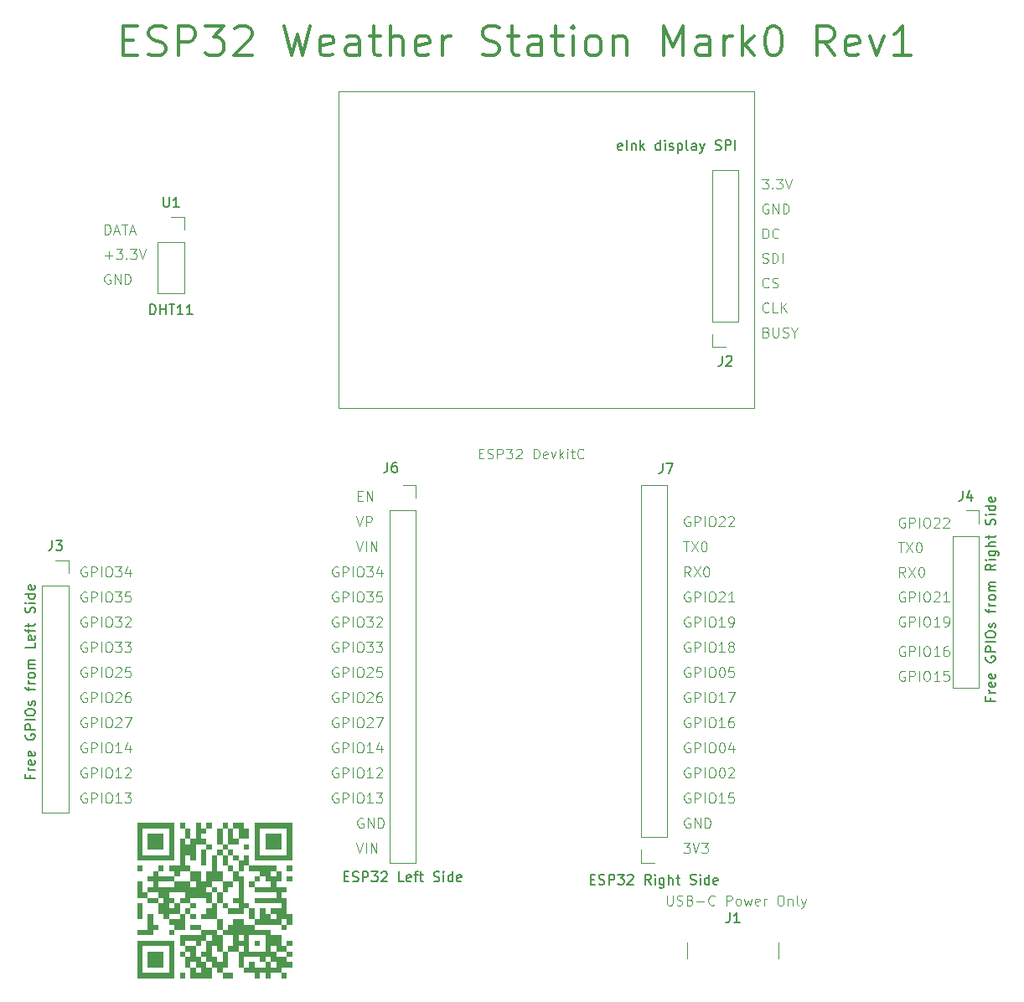
<source format=gbr>
%TF.GenerationSoftware,KiCad,Pcbnew,9.0.0*%
%TF.CreationDate,2025-05-23T23:11:46+02:00*%
%TF.ProjectId,25Zak001 ESP32 Mark0 Rev1,32355a61-6b30-4303-9120-455350333220,rev?*%
%TF.SameCoordinates,Original*%
%TF.FileFunction,Legend,Top*%
%TF.FilePolarity,Positive*%
%FSLAX46Y46*%
G04 Gerber Fmt 4.6, Leading zero omitted, Abs format (unit mm)*
G04 Created by KiCad (PCBNEW 9.0.0) date 2025-05-23 23:11:46*
%MOMM*%
%LPD*%
G01*
G04 APERTURE LIST*
%ADD10C,0.100000*%
%ADD11C,0.375000*%
%ADD12C,0.150000*%
%ADD13C,0.000000*%
%ADD14C,0.120000*%
G04 APERTURE END LIST*
D10*
X145407693Y-100040038D02*
X145312455Y-99992419D01*
X145312455Y-99992419D02*
X145169598Y-99992419D01*
X145169598Y-99992419D02*
X145026741Y-100040038D01*
X145026741Y-100040038D02*
X144931503Y-100135276D01*
X144931503Y-100135276D02*
X144883884Y-100230514D01*
X144883884Y-100230514D02*
X144836265Y-100420990D01*
X144836265Y-100420990D02*
X144836265Y-100563847D01*
X144836265Y-100563847D02*
X144883884Y-100754323D01*
X144883884Y-100754323D02*
X144931503Y-100849561D01*
X144931503Y-100849561D02*
X145026741Y-100944800D01*
X145026741Y-100944800D02*
X145169598Y-100992419D01*
X145169598Y-100992419D02*
X145264836Y-100992419D01*
X145264836Y-100992419D02*
X145407693Y-100944800D01*
X145407693Y-100944800D02*
X145455312Y-100897180D01*
X145455312Y-100897180D02*
X145455312Y-100563847D01*
X145455312Y-100563847D02*
X145264836Y-100563847D01*
X145883884Y-100992419D02*
X145883884Y-99992419D01*
X145883884Y-99992419D02*
X146264836Y-99992419D01*
X146264836Y-99992419D02*
X146360074Y-100040038D01*
X146360074Y-100040038D02*
X146407693Y-100087657D01*
X146407693Y-100087657D02*
X146455312Y-100182895D01*
X146455312Y-100182895D02*
X146455312Y-100325752D01*
X146455312Y-100325752D02*
X146407693Y-100420990D01*
X146407693Y-100420990D02*
X146360074Y-100468609D01*
X146360074Y-100468609D02*
X146264836Y-100516228D01*
X146264836Y-100516228D02*
X145883884Y-100516228D01*
X146883884Y-100992419D02*
X146883884Y-99992419D01*
X147550550Y-99992419D02*
X147741026Y-99992419D01*
X147741026Y-99992419D02*
X147836264Y-100040038D01*
X147836264Y-100040038D02*
X147931502Y-100135276D01*
X147931502Y-100135276D02*
X147979121Y-100325752D01*
X147979121Y-100325752D02*
X147979121Y-100659085D01*
X147979121Y-100659085D02*
X147931502Y-100849561D01*
X147931502Y-100849561D02*
X147836264Y-100944800D01*
X147836264Y-100944800D02*
X147741026Y-100992419D01*
X147741026Y-100992419D02*
X147550550Y-100992419D01*
X147550550Y-100992419D02*
X147455312Y-100944800D01*
X147455312Y-100944800D02*
X147360074Y-100849561D01*
X147360074Y-100849561D02*
X147312455Y-100659085D01*
X147312455Y-100659085D02*
X147312455Y-100325752D01*
X147312455Y-100325752D02*
X147360074Y-100135276D01*
X147360074Y-100135276D02*
X147455312Y-100040038D01*
X147455312Y-100040038D02*
X147550550Y-99992419D01*
X148360074Y-100087657D02*
X148407693Y-100040038D01*
X148407693Y-100040038D02*
X148502931Y-99992419D01*
X148502931Y-99992419D02*
X148741026Y-99992419D01*
X148741026Y-99992419D02*
X148836264Y-100040038D01*
X148836264Y-100040038D02*
X148883883Y-100087657D01*
X148883883Y-100087657D02*
X148931502Y-100182895D01*
X148931502Y-100182895D02*
X148931502Y-100278133D01*
X148931502Y-100278133D02*
X148883883Y-100420990D01*
X148883883Y-100420990D02*
X148312455Y-100992419D01*
X148312455Y-100992419D02*
X148931502Y-100992419D01*
X149883883Y-100992419D02*
X149312455Y-100992419D01*
X149598169Y-100992419D02*
X149598169Y-99992419D01*
X149598169Y-99992419D02*
X149502931Y-100135276D01*
X149502931Y-100135276D02*
X149407693Y-100230514D01*
X149407693Y-100230514D02*
X149312455Y-100278133D01*
X111721027Y-94912419D02*
X112054360Y-95912419D01*
X112054360Y-95912419D02*
X112387693Y-94912419D01*
X112721027Y-95912419D02*
X112721027Y-94912419D01*
X113197217Y-95912419D02*
X113197217Y-94912419D01*
X113197217Y-94912419D02*
X113768645Y-95912419D01*
X113768645Y-95912419D02*
X113768645Y-94912419D01*
X84447693Y-117820038D02*
X84352455Y-117772419D01*
X84352455Y-117772419D02*
X84209598Y-117772419D01*
X84209598Y-117772419D02*
X84066741Y-117820038D01*
X84066741Y-117820038D02*
X83971503Y-117915276D01*
X83971503Y-117915276D02*
X83923884Y-118010514D01*
X83923884Y-118010514D02*
X83876265Y-118200990D01*
X83876265Y-118200990D02*
X83876265Y-118343847D01*
X83876265Y-118343847D02*
X83923884Y-118534323D01*
X83923884Y-118534323D02*
X83971503Y-118629561D01*
X83971503Y-118629561D02*
X84066741Y-118724800D01*
X84066741Y-118724800D02*
X84209598Y-118772419D01*
X84209598Y-118772419D02*
X84304836Y-118772419D01*
X84304836Y-118772419D02*
X84447693Y-118724800D01*
X84447693Y-118724800D02*
X84495312Y-118677180D01*
X84495312Y-118677180D02*
X84495312Y-118343847D01*
X84495312Y-118343847D02*
X84304836Y-118343847D01*
X84923884Y-118772419D02*
X84923884Y-117772419D01*
X84923884Y-117772419D02*
X85304836Y-117772419D01*
X85304836Y-117772419D02*
X85400074Y-117820038D01*
X85400074Y-117820038D02*
X85447693Y-117867657D01*
X85447693Y-117867657D02*
X85495312Y-117962895D01*
X85495312Y-117962895D02*
X85495312Y-118105752D01*
X85495312Y-118105752D02*
X85447693Y-118200990D01*
X85447693Y-118200990D02*
X85400074Y-118248609D01*
X85400074Y-118248609D02*
X85304836Y-118296228D01*
X85304836Y-118296228D02*
X84923884Y-118296228D01*
X85923884Y-118772419D02*
X85923884Y-117772419D01*
X86590550Y-117772419D02*
X86781026Y-117772419D01*
X86781026Y-117772419D02*
X86876264Y-117820038D01*
X86876264Y-117820038D02*
X86971502Y-117915276D01*
X86971502Y-117915276D02*
X87019121Y-118105752D01*
X87019121Y-118105752D02*
X87019121Y-118439085D01*
X87019121Y-118439085D02*
X86971502Y-118629561D01*
X86971502Y-118629561D02*
X86876264Y-118724800D01*
X86876264Y-118724800D02*
X86781026Y-118772419D01*
X86781026Y-118772419D02*
X86590550Y-118772419D01*
X86590550Y-118772419D02*
X86495312Y-118724800D01*
X86495312Y-118724800D02*
X86400074Y-118629561D01*
X86400074Y-118629561D02*
X86352455Y-118439085D01*
X86352455Y-118439085D02*
X86352455Y-118105752D01*
X86352455Y-118105752D02*
X86400074Y-117915276D01*
X86400074Y-117915276D02*
X86495312Y-117820038D01*
X86495312Y-117820038D02*
X86590550Y-117772419D01*
X87971502Y-118772419D02*
X87400074Y-118772419D01*
X87685788Y-118772419D02*
X87685788Y-117772419D01*
X87685788Y-117772419D02*
X87590550Y-117915276D01*
X87590550Y-117915276D02*
X87495312Y-118010514D01*
X87495312Y-118010514D02*
X87400074Y-118058133D01*
X88352455Y-117867657D02*
X88400074Y-117820038D01*
X88400074Y-117820038D02*
X88495312Y-117772419D01*
X88495312Y-117772419D02*
X88733407Y-117772419D01*
X88733407Y-117772419D02*
X88828645Y-117820038D01*
X88828645Y-117820038D02*
X88876264Y-117867657D01*
X88876264Y-117867657D02*
X88923883Y-117962895D01*
X88923883Y-117962895D02*
X88923883Y-118058133D01*
X88923883Y-118058133D02*
X88876264Y-118200990D01*
X88876264Y-118200990D02*
X88304836Y-118772419D01*
X88304836Y-118772419D02*
X88923883Y-118772419D01*
X109847693Y-117820038D02*
X109752455Y-117772419D01*
X109752455Y-117772419D02*
X109609598Y-117772419D01*
X109609598Y-117772419D02*
X109466741Y-117820038D01*
X109466741Y-117820038D02*
X109371503Y-117915276D01*
X109371503Y-117915276D02*
X109323884Y-118010514D01*
X109323884Y-118010514D02*
X109276265Y-118200990D01*
X109276265Y-118200990D02*
X109276265Y-118343847D01*
X109276265Y-118343847D02*
X109323884Y-118534323D01*
X109323884Y-118534323D02*
X109371503Y-118629561D01*
X109371503Y-118629561D02*
X109466741Y-118724800D01*
X109466741Y-118724800D02*
X109609598Y-118772419D01*
X109609598Y-118772419D02*
X109704836Y-118772419D01*
X109704836Y-118772419D02*
X109847693Y-118724800D01*
X109847693Y-118724800D02*
X109895312Y-118677180D01*
X109895312Y-118677180D02*
X109895312Y-118343847D01*
X109895312Y-118343847D02*
X109704836Y-118343847D01*
X110323884Y-118772419D02*
X110323884Y-117772419D01*
X110323884Y-117772419D02*
X110704836Y-117772419D01*
X110704836Y-117772419D02*
X110800074Y-117820038D01*
X110800074Y-117820038D02*
X110847693Y-117867657D01*
X110847693Y-117867657D02*
X110895312Y-117962895D01*
X110895312Y-117962895D02*
X110895312Y-118105752D01*
X110895312Y-118105752D02*
X110847693Y-118200990D01*
X110847693Y-118200990D02*
X110800074Y-118248609D01*
X110800074Y-118248609D02*
X110704836Y-118296228D01*
X110704836Y-118296228D02*
X110323884Y-118296228D01*
X111323884Y-118772419D02*
X111323884Y-117772419D01*
X111990550Y-117772419D02*
X112181026Y-117772419D01*
X112181026Y-117772419D02*
X112276264Y-117820038D01*
X112276264Y-117820038D02*
X112371502Y-117915276D01*
X112371502Y-117915276D02*
X112419121Y-118105752D01*
X112419121Y-118105752D02*
X112419121Y-118439085D01*
X112419121Y-118439085D02*
X112371502Y-118629561D01*
X112371502Y-118629561D02*
X112276264Y-118724800D01*
X112276264Y-118724800D02*
X112181026Y-118772419D01*
X112181026Y-118772419D02*
X111990550Y-118772419D01*
X111990550Y-118772419D02*
X111895312Y-118724800D01*
X111895312Y-118724800D02*
X111800074Y-118629561D01*
X111800074Y-118629561D02*
X111752455Y-118439085D01*
X111752455Y-118439085D02*
X111752455Y-118105752D01*
X111752455Y-118105752D02*
X111800074Y-117915276D01*
X111800074Y-117915276D02*
X111895312Y-117820038D01*
X111895312Y-117820038D02*
X111990550Y-117772419D01*
X113371502Y-118772419D02*
X112800074Y-118772419D01*
X113085788Y-118772419D02*
X113085788Y-117772419D01*
X113085788Y-117772419D02*
X112990550Y-117915276D01*
X112990550Y-117915276D02*
X112895312Y-118010514D01*
X112895312Y-118010514D02*
X112800074Y-118058133D01*
X113752455Y-117867657D02*
X113800074Y-117820038D01*
X113800074Y-117820038D02*
X113895312Y-117772419D01*
X113895312Y-117772419D02*
X114133407Y-117772419D01*
X114133407Y-117772419D02*
X114228645Y-117820038D01*
X114228645Y-117820038D02*
X114276264Y-117867657D01*
X114276264Y-117867657D02*
X114323883Y-117962895D01*
X114323883Y-117962895D02*
X114323883Y-118058133D01*
X114323883Y-118058133D02*
X114276264Y-118200990D01*
X114276264Y-118200990D02*
X113704836Y-118772419D01*
X113704836Y-118772419D02*
X114323883Y-118772419D01*
X145407693Y-105120038D02*
X145312455Y-105072419D01*
X145312455Y-105072419D02*
X145169598Y-105072419D01*
X145169598Y-105072419D02*
X145026741Y-105120038D01*
X145026741Y-105120038D02*
X144931503Y-105215276D01*
X144931503Y-105215276D02*
X144883884Y-105310514D01*
X144883884Y-105310514D02*
X144836265Y-105500990D01*
X144836265Y-105500990D02*
X144836265Y-105643847D01*
X144836265Y-105643847D02*
X144883884Y-105834323D01*
X144883884Y-105834323D02*
X144931503Y-105929561D01*
X144931503Y-105929561D02*
X145026741Y-106024800D01*
X145026741Y-106024800D02*
X145169598Y-106072419D01*
X145169598Y-106072419D02*
X145264836Y-106072419D01*
X145264836Y-106072419D02*
X145407693Y-106024800D01*
X145407693Y-106024800D02*
X145455312Y-105977180D01*
X145455312Y-105977180D02*
X145455312Y-105643847D01*
X145455312Y-105643847D02*
X145264836Y-105643847D01*
X145883884Y-106072419D02*
X145883884Y-105072419D01*
X145883884Y-105072419D02*
X146264836Y-105072419D01*
X146264836Y-105072419D02*
X146360074Y-105120038D01*
X146360074Y-105120038D02*
X146407693Y-105167657D01*
X146407693Y-105167657D02*
X146455312Y-105262895D01*
X146455312Y-105262895D02*
X146455312Y-105405752D01*
X146455312Y-105405752D02*
X146407693Y-105500990D01*
X146407693Y-105500990D02*
X146360074Y-105548609D01*
X146360074Y-105548609D02*
X146264836Y-105596228D01*
X146264836Y-105596228D02*
X145883884Y-105596228D01*
X146883884Y-106072419D02*
X146883884Y-105072419D01*
X147550550Y-105072419D02*
X147741026Y-105072419D01*
X147741026Y-105072419D02*
X147836264Y-105120038D01*
X147836264Y-105120038D02*
X147931502Y-105215276D01*
X147931502Y-105215276D02*
X147979121Y-105405752D01*
X147979121Y-105405752D02*
X147979121Y-105739085D01*
X147979121Y-105739085D02*
X147931502Y-105929561D01*
X147931502Y-105929561D02*
X147836264Y-106024800D01*
X147836264Y-106024800D02*
X147741026Y-106072419D01*
X147741026Y-106072419D02*
X147550550Y-106072419D01*
X147550550Y-106072419D02*
X147455312Y-106024800D01*
X147455312Y-106024800D02*
X147360074Y-105929561D01*
X147360074Y-105929561D02*
X147312455Y-105739085D01*
X147312455Y-105739085D02*
X147312455Y-105405752D01*
X147312455Y-105405752D02*
X147360074Y-105215276D01*
X147360074Y-105215276D02*
X147455312Y-105120038D01*
X147455312Y-105120038D02*
X147550550Y-105072419D01*
X148931502Y-106072419D02*
X148360074Y-106072419D01*
X148645788Y-106072419D02*
X148645788Y-105072419D01*
X148645788Y-105072419D02*
X148550550Y-105215276D01*
X148550550Y-105215276D02*
X148455312Y-105310514D01*
X148455312Y-105310514D02*
X148360074Y-105358133D01*
X149502931Y-105500990D02*
X149407693Y-105453371D01*
X149407693Y-105453371D02*
X149360074Y-105405752D01*
X149360074Y-105405752D02*
X149312455Y-105310514D01*
X149312455Y-105310514D02*
X149312455Y-105262895D01*
X149312455Y-105262895D02*
X149360074Y-105167657D01*
X149360074Y-105167657D02*
X149407693Y-105120038D01*
X149407693Y-105120038D02*
X149502931Y-105072419D01*
X149502931Y-105072419D02*
X149693407Y-105072419D01*
X149693407Y-105072419D02*
X149788645Y-105120038D01*
X149788645Y-105120038D02*
X149836264Y-105167657D01*
X149836264Y-105167657D02*
X149883883Y-105262895D01*
X149883883Y-105262895D02*
X149883883Y-105310514D01*
X149883883Y-105310514D02*
X149836264Y-105405752D01*
X149836264Y-105405752D02*
X149788645Y-105453371D01*
X149788645Y-105453371D02*
X149693407Y-105500990D01*
X149693407Y-105500990D02*
X149502931Y-105500990D01*
X149502931Y-105500990D02*
X149407693Y-105548609D01*
X149407693Y-105548609D02*
X149360074Y-105596228D01*
X149360074Y-105596228D02*
X149312455Y-105691466D01*
X149312455Y-105691466D02*
X149312455Y-105881942D01*
X149312455Y-105881942D02*
X149360074Y-105977180D01*
X149360074Y-105977180D02*
X149407693Y-106024800D01*
X149407693Y-106024800D02*
X149502931Y-106072419D01*
X149502931Y-106072419D02*
X149693407Y-106072419D01*
X149693407Y-106072419D02*
X149788645Y-106024800D01*
X149788645Y-106024800D02*
X149836264Y-105977180D01*
X149836264Y-105977180D02*
X149883883Y-105881942D01*
X149883883Y-105881942D02*
X149883883Y-105691466D01*
X149883883Y-105691466D02*
X149836264Y-105596228D01*
X149836264Y-105596228D02*
X149788645Y-105548609D01*
X149788645Y-105548609D02*
X149693407Y-105500990D01*
X109847693Y-97500038D02*
X109752455Y-97452419D01*
X109752455Y-97452419D02*
X109609598Y-97452419D01*
X109609598Y-97452419D02*
X109466741Y-97500038D01*
X109466741Y-97500038D02*
X109371503Y-97595276D01*
X109371503Y-97595276D02*
X109323884Y-97690514D01*
X109323884Y-97690514D02*
X109276265Y-97880990D01*
X109276265Y-97880990D02*
X109276265Y-98023847D01*
X109276265Y-98023847D02*
X109323884Y-98214323D01*
X109323884Y-98214323D02*
X109371503Y-98309561D01*
X109371503Y-98309561D02*
X109466741Y-98404800D01*
X109466741Y-98404800D02*
X109609598Y-98452419D01*
X109609598Y-98452419D02*
X109704836Y-98452419D01*
X109704836Y-98452419D02*
X109847693Y-98404800D01*
X109847693Y-98404800D02*
X109895312Y-98357180D01*
X109895312Y-98357180D02*
X109895312Y-98023847D01*
X109895312Y-98023847D02*
X109704836Y-98023847D01*
X110323884Y-98452419D02*
X110323884Y-97452419D01*
X110323884Y-97452419D02*
X110704836Y-97452419D01*
X110704836Y-97452419D02*
X110800074Y-97500038D01*
X110800074Y-97500038D02*
X110847693Y-97547657D01*
X110847693Y-97547657D02*
X110895312Y-97642895D01*
X110895312Y-97642895D02*
X110895312Y-97785752D01*
X110895312Y-97785752D02*
X110847693Y-97880990D01*
X110847693Y-97880990D02*
X110800074Y-97928609D01*
X110800074Y-97928609D02*
X110704836Y-97976228D01*
X110704836Y-97976228D02*
X110323884Y-97976228D01*
X111323884Y-98452419D02*
X111323884Y-97452419D01*
X111990550Y-97452419D02*
X112181026Y-97452419D01*
X112181026Y-97452419D02*
X112276264Y-97500038D01*
X112276264Y-97500038D02*
X112371502Y-97595276D01*
X112371502Y-97595276D02*
X112419121Y-97785752D01*
X112419121Y-97785752D02*
X112419121Y-98119085D01*
X112419121Y-98119085D02*
X112371502Y-98309561D01*
X112371502Y-98309561D02*
X112276264Y-98404800D01*
X112276264Y-98404800D02*
X112181026Y-98452419D01*
X112181026Y-98452419D02*
X111990550Y-98452419D01*
X111990550Y-98452419D02*
X111895312Y-98404800D01*
X111895312Y-98404800D02*
X111800074Y-98309561D01*
X111800074Y-98309561D02*
X111752455Y-98119085D01*
X111752455Y-98119085D02*
X111752455Y-97785752D01*
X111752455Y-97785752D02*
X111800074Y-97595276D01*
X111800074Y-97595276D02*
X111895312Y-97500038D01*
X111895312Y-97500038D02*
X111990550Y-97452419D01*
X112752455Y-97452419D02*
X113371502Y-97452419D01*
X113371502Y-97452419D02*
X113038169Y-97833371D01*
X113038169Y-97833371D02*
X113181026Y-97833371D01*
X113181026Y-97833371D02*
X113276264Y-97880990D01*
X113276264Y-97880990D02*
X113323883Y-97928609D01*
X113323883Y-97928609D02*
X113371502Y-98023847D01*
X113371502Y-98023847D02*
X113371502Y-98261942D01*
X113371502Y-98261942D02*
X113323883Y-98357180D01*
X113323883Y-98357180D02*
X113276264Y-98404800D01*
X113276264Y-98404800D02*
X113181026Y-98452419D01*
X113181026Y-98452419D02*
X112895312Y-98452419D01*
X112895312Y-98452419D02*
X112800074Y-98404800D01*
X112800074Y-98404800D02*
X112752455Y-98357180D01*
X114228645Y-97785752D02*
X114228645Y-98452419D01*
X113990550Y-97404800D02*
X113752455Y-98119085D01*
X113752455Y-98119085D02*
X114371502Y-98119085D01*
X109847693Y-112740038D02*
X109752455Y-112692419D01*
X109752455Y-112692419D02*
X109609598Y-112692419D01*
X109609598Y-112692419D02*
X109466741Y-112740038D01*
X109466741Y-112740038D02*
X109371503Y-112835276D01*
X109371503Y-112835276D02*
X109323884Y-112930514D01*
X109323884Y-112930514D02*
X109276265Y-113120990D01*
X109276265Y-113120990D02*
X109276265Y-113263847D01*
X109276265Y-113263847D02*
X109323884Y-113454323D01*
X109323884Y-113454323D02*
X109371503Y-113549561D01*
X109371503Y-113549561D02*
X109466741Y-113644800D01*
X109466741Y-113644800D02*
X109609598Y-113692419D01*
X109609598Y-113692419D02*
X109704836Y-113692419D01*
X109704836Y-113692419D02*
X109847693Y-113644800D01*
X109847693Y-113644800D02*
X109895312Y-113597180D01*
X109895312Y-113597180D02*
X109895312Y-113263847D01*
X109895312Y-113263847D02*
X109704836Y-113263847D01*
X110323884Y-113692419D02*
X110323884Y-112692419D01*
X110323884Y-112692419D02*
X110704836Y-112692419D01*
X110704836Y-112692419D02*
X110800074Y-112740038D01*
X110800074Y-112740038D02*
X110847693Y-112787657D01*
X110847693Y-112787657D02*
X110895312Y-112882895D01*
X110895312Y-112882895D02*
X110895312Y-113025752D01*
X110895312Y-113025752D02*
X110847693Y-113120990D01*
X110847693Y-113120990D02*
X110800074Y-113168609D01*
X110800074Y-113168609D02*
X110704836Y-113216228D01*
X110704836Y-113216228D02*
X110323884Y-113216228D01*
X111323884Y-113692419D02*
X111323884Y-112692419D01*
X111990550Y-112692419D02*
X112181026Y-112692419D01*
X112181026Y-112692419D02*
X112276264Y-112740038D01*
X112276264Y-112740038D02*
X112371502Y-112835276D01*
X112371502Y-112835276D02*
X112419121Y-113025752D01*
X112419121Y-113025752D02*
X112419121Y-113359085D01*
X112419121Y-113359085D02*
X112371502Y-113549561D01*
X112371502Y-113549561D02*
X112276264Y-113644800D01*
X112276264Y-113644800D02*
X112181026Y-113692419D01*
X112181026Y-113692419D02*
X111990550Y-113692419D01*
X111990550Y-113692419D02*
X111895312Y-113644800D01*
X111895312Y-113644800D02*
X111800074Y-113549561D01*
X111800074Y-113549561D02*
X111752455Y-113359085D01*
X111752455Y-113359085D02*
X111752455Y-113025752D01*
X111752455Y-113025752D02*
X111800074Y-112835276D01*
X111800074Y-112835276D02*
X111895312Y-112740038D01*
X111895312Y-112740038D02*
X111990550Y-112692419D01*
X112800074Y-112787657D02*
X112847693Y-112740038D01*
X112847693Y-112740038D02*
X112942931Y-112692419D01*
X112942931Y-112692419D02*
X113181026Y-112692419D01*
X113181026Y-112692419D02*
X113276264Y-112740038D01*
X113276264Y-112740038D02*
X113323883Y-112787657D01*
X113323883Y-112787657D02*
X113371502Y-112882895D01*
X113371502Y-112882895D02*
X113371502Y-112978133D01*
X113371502Y-112978133D02*
X113323883Y-113120990D01*
X113323883Y-113120990D02*
X112752455Y-113692419D01*
X112752455Y-113692419D02*
X113371502Y-113692419D01*
X113704836Y-112692419D02*
X114371502Y-112692419D01*
X114371502Y-112692419D02*
X113942931Y-113692419D01*
X145407693Y-112740038D02*
X145312455Y-112692419D01*
X145312455Y-112692419D02*
X145169598Y-112692419D01*
X145169598Y-112692419D02*
X145026741Y-112740038D01*
X145026741Y-112740038D02*
X144931503Y-112835276D01*
X144931503Y-112835276D02*
X144883884Y-112930514D01*
X144883884Y-112930514D02*
X144836265Y-113120990D01*
X144836265Y-113120990D02*
X144836265Y-113263847D01*
X144836265Y-113263847D02*
X144883884Y-113454323D01*
X144883884Y-113454323D02*
X144931503Y-113549561D01*
X144931503Y-113549561D02*
X145026741Y-113644800D01*
X145026741Y-113644800D02*
X145169598Y-113692419D01*
X145169598Y-113692419D02*
X145264836Y-113692419D01*
X145264836Y-113692419D02*
X145407693Y-113644800D01*
X145407693Y-113644800D02*
X145455312Y-113597180D01*
X145455312Y-113597180D02*
X145455312Y-113263847D01*
X145455312Y-113263847D02*
X145264836Y-113263847D01*
X145883884Y-113692419D02*
X145883884Y-112692419D01*
X145883884Y-112692419D02*
X146264836Y-112692419D01*
X146264836Y-112692419D02*
X146360074Y-112740038D01*
X146360074Y-112740038D02*
X146407693Y-112787657D01*
X146407693Y-112787657D02*
X146455312Y-112882895D01*
X146455312Y-112882895D02*
X146455312Y-113025752D01*
X146455312Y-113025752D02*
X146407693Y-113120990D01*
X146407693Y-113120990D02*
X146360074Y-113168609D01*
X146360074Y-113168609D02*
X146264836Y-113216228D01*
X146264836Y-113216228D02*
X145883884Y-113216228D01*
X146883884Y-113692419D02*
X146883884Y-112692419D01*
X147550550Y-112692419D02*
X147741026Y-112692419D01*
X147741026Y-112692419D02*
X147836264Y-112740038D01*
X147836264Y-112740038D02*
X147931502Y-112835276D01*
X147931502Y-112835276D02*
X147979121Y-113025752D01*
X147979121Y-113025752D02*
X147979121Y-113359085D01*
X147979121Y-113359085D02*
X147931502Y-113549561D01*
X147931502Y-113549561D02*
X147836264Y-113644800D01*
X147836264Y-113644800D02*
X147741026Y-113692419D01*
X147741026Y-113692419D02*
X147550550Y-113692419D01*
X147550550Y-113692419D02*
X147455312Y-113644800D01*
X147455312Y-113644800D02*
X147360074Y-113549561D01*
X147360074Y-113549561D02*
X147312455Y-113359085D01*
X147312455Y-113359085D02*
X147312455Y-113025752D01*
X147312455Y-113025752D02*
X147360074Y-112835276D01*
X147360074Y-112835276D02*
X147455312Y-112740038D01*
X147455312Y-112740038D02*
X147550550Y-112692419D01*
X148931502Y-113692419D02*
X148360074Y-113692419D01*
X148645788Y-113692419D02*
X148645788Y-112692419D01*
X148645788Y-112692419D02*
X148550550Y-112835276D01*
X148550550Y-112835276D02*
X148455312Y-112930514D01*
X148455312Y-112930514D02*
X148360074Y-112978133D01*
X149788645Y-112692419D02*
X149598169Y-112692419D01*
X149598169Y-112692419D02*
X149502931Y-112740038D01*
X149502931Y-112740038D02*
X149455312Y-112787657D01*
X149455312Y-112787657D02*
X149360074Y-112930514D01*
X149360074Y-112930514D02*
X149312455Y-113120990D01*
X149312455Y-113120990D02*
X149312455Y-113501942D01*
X149312455Y-113501942D02*
X149360074Y-113597180D01*
X149360074Y-113597180D02*
X149407693Y-113644800D01*
X149407693Y-113644800D02*
X149502931Y-113692419D01*
X149502931Y-113692419D02*
X149693407Y-113692419D01*
X149693407Y-113692419D02*
X149788645Y-113644800D01*
X149788645Y-113644800D02*
X149836264Y-113597180D01*
X149836264Y-113597180D02*
X149883883Y-113501942D01*
X149883883Y-113501942D02*
X149883883Y-113263847D01*
X149883883Y-113263847D02*
X149836264Y-113168609D01*
X149836264Y-113168609D02*
X149788645Y-113120990D01*
X149788645Y-113120990D02*
X149693407Y-113073371D01*
X149693407Y-113073371D02*
X149502931Y-113073371D01*
X149502931Y-113073371D02*
X149407693Y-113120990D01*
X149407693Y-113120990D02*
X149360074Y-113168609D01*
X149360074Y-113168609D02*
X149312455Y-113263847D01*
X145407693Y-107660038D02*
X145312455Y-107612419D01*
X145312455Y-107612419D02*
X145169598Y-107612419D01*
X145169598Y-107612419D02*
X145026741Y-107660038D01*
X145026741Y-107660038D02*
X144931503Y-107755276D01*
X144931503Y-107755276D02*
X144883884Y-107850514D01*
X144883884Y-107850514D02*
X144836265Y-108040990D01*
X144836265Y-108040990D02*
X144836265Y-108183847D01*
X144836265Y-108183847D02*
X144883884Y-108374323D01*
X144883884Y-108374323D02*
X144931503Y-108469561D01*
X144931503Y-108469561D02*
X145026741Y-108564800D01*
X145026741Y-108564800D02*
X145169598Y-108612419D01*
X145169598Y-108612419D02*
X145264836Y-108612419D01*
X145264836Y-108612419D02*
X145407693Y-108564800D01*
X145407693Y-108564800D02*
X145455312Y-108517180D01*
X145455312Y-108517180D02*
X145455312Y-108183847D01*
X145455312Y-108183847D02*
X145264836Y-108183847D01*
X145883884Y-108612419D02*
X145883884Y-107612419D01*
X145883884Y-107612419D02*
X146264836Y-107612419D01*
X146264836Y-107612419D02*
X146360074Y-107660038D01*
X146360074Y-107660038D02*
X146407693Y-107707657D01*
X146407693Y-107707657D02*
X146455312Y-107802895D01*
X146455312Y-107802895D02*
X146455312Y-107945752D01*
X146455312Y-107945752D02*
X146407693Y-108040990D01*
X146407693Y-108040990D02*
X146360074Y-108088609D01*
X146360074Y-108088609D02*
X146264836Y-108136228D01*
X146264836Y-108136228D02*
X145883884Y-108136228D01*
X146883884Y-108612419D02*
X146883884Y-107612419D01*
X147550550Y-107612419D02*
X147741026Y-107612419D01*
X147741026Y-107612419D02*
X147836264Y-107660038D01*
X147836264Y-107660038D02*
X147931502Y-107755276D01*
X147931502Y-107755276D02*
X147979121Y-107945752D01*
X147979121Y-107945752D02*
X147979121Y-108279085D01*
X147979121Y-108279085D02*
X147931502Y-108469561D01*
X147931502Y-108469561D02*
X147836264Y-108564800D01*
X147836264Y-108564800D02*
X147741026Y-108612419D01*
X147741026Y-108612419D02*
X147550550Y-108612419D01*
X147550550Y-108612419D02*
X147455312Y-108564800D01*
X147455312Y-108564800D02*
X147360074Y-108469561D01*
X147360074Y-108469561D02*
X147312455Y-108279085D01*
X147312455Y-108279085D02*
X147312455Y-107945752D01*
X147312455Y-107945752D02*
X147360074Y-107755276D01*
X147360074Y-107755276D02*
X147455312Y-107660038D01*
X147455312Y-107660038D02*
X147550550Y-107612419D01*
X148598169Y-107612419D02*
X148693407Y-107612419D01*
X148693407Y-107612419D02*
X148788645Y-107660038D01*
X148788645Y-107660038D02*
X148836264Y-107707657D01*
X148836264Y-107707657D02*
X148883883Y-107802895D01*
X148883883Y-107802895D02*
X148931502Y-107993371D01*
X148931502Y-107993371D02*
X148931502Y-108231466D01*
X148931502Y-108231466D02*
X148883883Y-108421942D01*
X148883883Y-108421942D02*
X148836264Y-108517180D01*
X148836264Y-108517180D02*
X148788645Y-108564800D01*
X148788645Y-108564800D02*
X148693407Y-108612419D01*
X148693407Y-108612419D02*
X148598169Y-108612419D01*
X148598169Y-108612419D02*
X148502931Y-108564800D01*
X148502931Y-108564800D02*
X148455312Y-108517180D01*
X148455312Y-108517180D02*
X148407693Y-108421942D01*
X148407693Y-108421942D02*
X148360074Y-108231466D01*
X148360074Y-108231466D02*
X148360074Y-107993371D01*
X148360074Y-107993371D02*
X148407693Y-107802895D01*
X148407693Y-107802895D02*
X148455312Y-107707657D01*
X148455312Y-107707657D02*
X148502931Y-107660038D01*
X148502931Y-107660038D02*
X148598169Y-107612419D01*
X149836264Y-107612419D02*
X149360074Y-107612419D01*
X149360074Y-107612419D02*
X149312455Y-108088609D01*
X149312455Y-108088609D02*
X149360074Y-108040990D01*
X149360074Y-108040990D02*
X149455312Y-107993371D01*
X149455312Y-107993371D02*
X149693407Y-107993371D01*
X149693407Y-107993371D02*
X149788645Y-108040990D01*
X149788645Y-108040990D02*
X149836264Y-108088609D01*
X149836264Y-108088609D02*
X149883883Y-108183847D01*
X149883883Y-108183847D02*
X149883883Y-108421942D01*
X149883883Y-108421942D02*
X149836264Y-108517180D01*
X149836264Y-108517180D02*
X149788645Y-108564800D01*
X149788645Y-108564800D02*
X149693407Y-108612419D01*
X149693407Y-108612419D02*
X149455312Y-108612419D01*
X149455312Y-108612419D02*
X149360074Y-108564800D01*
X149360074Y-108564800D02*
X149312455Y-108517180D01*
X167127693Y-100040038D02*
X167032455Y-99992419D01*
X167032455Y-99992419D02*
X166889598Y-99992419D01*
X166889598Y-99992419D02*
X166746741Y-100040038D01*
X166746741Y-100040038D02*
X166651503Y-100135276D01*
X166651503Y-100135276D02*
X166603884Y-100230514D01*
X166603884Y-100230514D02*
X166556265Y-100420990D01*
X166556265Y-100420990D02*
X166556265Y-100563847D01*
X166556265Y-100563847D02*
X166603884Y-100754323D01*
X166603884Y-100754323D02*
X166651503Y-100849561D01*
X166651503Y-100849561D02*
X166746741Y-100944800D01*
X166746741Y-100944800D02*
X166889598Y-100992419D01*
X166889598Y-100992419D02*
X166984836Y-100992419D01*
X166984836Y-100992419D02*
X167127693Y-100944800D01*
X167127693Y-100944800D02*
X167175312Y-100897180D01*
X167175312Y-100897180D02*
X167175312Y-100563847D01*
X167175312Y-100563847D02*
X166984836Y-100563847D01*
X167603884Y-100992419D02*
X167603884Y-99992419D01*
X167603884Y-99992419D02*
X167984836Y-99992419D01*
X167984836Y-99992419D02*
X168080074Y-100040038D01*
X168080074Y-100040038D02*
X168127693Y-100087657D01*
X168127693Y-100087657D02*
X168175312Y-100182895D01*
X168175312Y-100182895D02*
X168175312Y-100325752D01*
X168175312Y-100325752D02*
X168127693Y-100420990D01*
X168127693Y-100420990D02*
X168080074Y-100468609D01*
X168080074Y-100468609D02*
X167984836Y-100516228D01*
X167984836Y-100516228D02*
X167603884Y-100516228D01*
X168603884Y-100992419D02*
X168603884Y-99992419D01*
X169270550Y-99992419D02*
X169461026Y-99992419D01*
X169461026Y-99992419D02*
X169556264Y-100040038D01*
X169556264Y-100040038D02*
X169651502Y-100135276D01*
X169651502Y-100135276D02*
X169699121Y-100325752D01*
X169699121Y-100325752D02*
X169699121Y-100659085D01*
X169699121Y-100659085D02*
X169651502Y-100849561D01*
X169651502Y-100849561D02*
X169556264Y-100944800D01*
X169556264Y-100944800D02*
X169461026Y-100992419D01*
X169461026Y-100992419D02*
X169270550Y-100992419D01*
X169270550Y-100992419D02*
X169175312Y-100944800D01*
X169175312Y-100944800D02*
X169080074Y-100849561D01*
X169080074Y-100849561D02*
X169032455Y-100659085D01*
X169032455Y-100659085D02*
X169032455Y-100325752D01*
X169032455Y-100325752D02*
X169080074Y-100135276D01*
X169080074Y-100135276D02*
X169175312Y-100040038D01*
X169175312Y-100040038D02*
X169270550Y-99992419D01*
X170080074Y-100087657D02*
X170127693Y-100040038D01*
X170127693Y-100040038D02*
X170222931Y-99992419D01*
X170222931Y-99992419D02*
X170461026Y-99992419D01*
X170461026Y-99992419D02*
X170556264Y-100040038D01*
X170556264Y-100040038D02*
X170603883Y-100087657D01*
X170603883Y-100087657D02*
X170651502Y-100182895D01*
X170651502Y-100182895D02*
X170651502Y-100278133D01*
X170651502Y-100278133D02*
X170603883Y-100420990D01*
X170603883Y-100420990D02*
X170032455Y-100992419D01*
X170032455Y-100992419D02*
X170651502Y-100992419D01*
X171603883Y-100992419D02*
X171032455Y-100992419D01*
X171318169Y-100992419D02*
X171318169Y-99992419D01*
X171318169Y-99992419D02*
X171222931Y-100135276D01*
X171222931Y-100135276D02*
X171127693Y-100230514D01*
X171127693Y-100230514D02*
X171032455Y-100278133D01*
X109847693Y-102580038D02*
X109752455Y-102532419D01*
X109752455Y-102532419D02*
X109609598Y-102532419D01*
X109609598Y-102532419D02*
X109466741Y-102580038D01*
X109466741Y-102580038D02*
X109371503Y-102675276D01*
X109371503Y-102675276D02*
X109323884Y-102770514D01*
X109323884Y-102770514D02*
X109276265Y-102960990D01*
X109276265Y-102960990D02*
X109276265Y-103103847D01*
X109276265Y-103103847D02*
X109323884Y-103294323D01*
X109323884Y-103294323D02*
X109371503Y-103389561D01*
X109371503Y-103389561D02*
X109466741Y-103484800D01*
X109466741Y-103484800D02*
X109609598Y-103532419D01*
X109609598Y-103532419D02*
X109704836Y-103532419D01*
X109704836Y-103532419D02*
X109847693Y-103484800D01*
X109847693Y-103484800D02*
X109895312Y-103437180D01*
X109895312Y-103437180D02*
X109895312Y-103103847D01*
X109895312Y-103103847D02*
X109704836Y-103103847D01*
X110323884Y-103532419D02*
X110323884Y-102532419D01*
X110323884Y-102532419D02*
X110704836Y-102532419D01*
X110704836Y-102532419D02*
X110800074Y-102580038D01*
X110800074Y-102580038D02*
X110847693Y-102627657D01*
X110847693Y-102627657D02*
X110895312Y-102722895D01*
X110895312Y-102722895D02*
X110895312Y-102865752D01*
X110895312Y-102865752D02*
X110847693Y-102960990D01*
X110847693Y-102960990D02*
X110800074Y-103008609D01*
X110800074Y-103008609D02*
X110704836Y-103056228D01*
X110704836Y-103056228D02*
X110323884Y-103056228D01*
X111323884Y-103532419D02*
X111323884Y-102532419D01*
X111990550Y-102532419D02*
X112181026Y-102532419D01*
X112181026Y-102532419D02*
X112276264Y-102580038D01*
X112276264Y-102580038D02*
X112371502Y-102675276D01*
X112371502Y-102675276D02*
X112419121Y-102865752D01*
X112419121Y-102865752D02*
X112419121Y-103199085D01*
X112419121Y-103199085D02*
X112371502Y-103389561D01*
X112371502Y-103389561D02*
X112276264Y-103484800D01*
X112276264Y-103484800D02*
X112181026Y-103532419D01*
X112181026Y-103532419D02*
X111990550Y-103532419D01*
X111990550Y-103532419D02*
X111895312Y-103484800D01*
X111895312Y-103484800D02*
X111800074Y-103389561D01*
X111800074Y-103389561D02*
X111752455Y-103199085D01*
X111752455Y-103199085D02*
X111752455Y-102865752D01*
X111752455Y-102865752D02*
X111800074Y-102675276D01*
X111800074Y-102675276D02*
X111895312Y-102580038D01*
X111895312Y-102580038D02*
X111990550Y-102532419D01*
X112752455Y-102532419D02*
X113371502Y-102532419D01*
X113371502Y-102532419D02*
X113038169Y-102913371D01*
X113038169Y-102913371D02*
X113181026Y-102913371D01*
X113181026Y-102913371D02*
X113276264Y-102960990D01*
X113276264Y-102960990D02*
X113323883Y-103008609D01*
X113323883Y-103008609D02*
X113371502Y-103103847D01*
X113371502Y-103103847D02*
X113371502Y-103341942D01*
X113371502Y-103341942D02*
X113323883Y-103437180D01*
X113323883Y-103437180D02*
X113276264Y-103484800D01*
X113276264Y-103484800D02*
X113181026Y-103532419D01*
X113181026Y-103532419D02*
X112895312Y-103532419D01*
X112895312Y-103532419D02*
X112800074Y-103484800D01*
X112800074Y-103484800D02*
X112752455Y-103437180D01*
X113752455Y-102627657D02*
X113800074Y-102580038D01*
X113800074Y-102580038D02*
X113895312Y-102532419D01*
X113895312Y-102532419D02*
X114133407Y-102532419D01*
X114133407Y-102532419D02*
X114228645Y-102580038D01*
X114228645Y-102580038D02*
X114276264Y-102627657D01*
X114276264Y-102627657D02*
X114323883Y-102722895D01*
X114323883Y-102722895D02*
X114323883Y-102818133D01*
X114323883Y-102818133D02*
X114276264Y-102960990D01*
X114276264Y-102960990D02*
X113704836Y-103532419D01*
X113704836Y-103532419D02*
X114323883Y-103532419D01*
X84447693Y-112740038D02*
X84352455Y-112692419D01*
X84352455Y-112692419D02*
X84209598Y-112692419D01*
X84209598Y-112692419D02*
X84066741Y-112740038D01*
X84066741Y-112740038D02*
X83971503Y-112835276D01*
X83971503Y-112835276D02*
X83923884Y-112930514D01*
X83923884Y-112930514D02*
X83876265Y-113120990D01*
X83876265Y-113120990D02*
X83876265Y-113263847D01*
X83876265Y-113263847D02*
X83923884Y-113454323D01*
X83923884Y-113454323D02*
X83971503Y-113549561D01*
X83971503Y-113549561D02*
X84066741Y-113644800D01*
X84066741Y-113644800D02*
X84209598Y-113692419D01*
X84209598Y-113692419D02*
X84304836Y-113692419D01*
X84304836Y-113692419D02*
X84447693Y-113644800D01*
X84447693Y-113644800D02*
X84495312Y-113597180D01*
X84495312Y-113597180D02*
X84495312Y-113263847D01*
X84495312Y-113263847D02*
X84304836Y-113263847D01*
X84923884Y-113692419D02*
X84923884Y-112692419D01*
X84923884Y-112692419D02*
X85304836Y-112692419D01*
X85304836Y-112692419D02*
X85400074Y-112740038D01*
X85400074Y-112740038D02*
X85447693Y-112787657D01*
X85447693Y-112787657D02*
X85495312Y-112882895D01*
X85495312Y-112882895D02*
X85495312Y-113025752D01*
X85495312Y-113025752D02*
X85447693Y-113120990D01*
X85447693Y-113120990D02*
X85400074Y-113168609D01*
X85400074Y-113168609D02*
X85304836Y-113216228D01*
X85304836Y-113216228D02*
X84923884Y-113216228D01*
X85923884Y-113692419D02*
X85923884Y-112692419D01*
X86590550Y-112692419D02*
X86781026Y-112692419D01*
X86781026Y-112692419D02*
X86876264Y-112740038D01*
X86876264Y-112740038D02*
X86971502Y-112835276D01*
X86971502Y-112835276D02*
X87019121Y-113025752D01*
X87019121Y-113025752D02*
X87019121Y-113359085D01*
X87019121Y-113359085D02*
X86971502Y-113549561D01*
X86971502Y-113549561D02*
X86876264Y-113644800D01*
X86876264Y-113644800D02*
X86781026Y-113692419D01*
X86781026Y-113692419D02*
X86590550Y-113692419D01*
X86590550Y-113692419D02*
X86495312Y-113644800D01*
X86495312Y-113644800D02*
X86400074Y-113549561D01*
X86400074Y-113549561D02*
X86352455Y-113359085D01*
X86352455Y-113359085D02*
X86352455Y-113025752D01*
X86352455Y-113025752D02*
X86400074Y-112835276D01*
X86400074Y-112835276D02*
X86495312Y-112740038D01*
X86495312Y-112740038D02*
X86590550Y-112692419D01*
X87400074Y-112787657D02*
X87447693Y-112740038D01*
X87447693Y-112740038D02*
X87542931Y-112692419D01*
X87542931Y-112692419D02*
X87781026Y-112692419D01*
X87781026Y-112692419D02*
X87876264Y-112740038D01*
X87876264Y-112740038D02*
X87923883Y-112787657D01*
X87923883Y-112787657D02*
X87971502Y-112882895D01*
X87971502Y-112882895D02*
X87971502Y-112978133D01*
X87971502Y-112978133D02*
X87923883Y-113120990D01*
X87923883Y-113120990D02*
X87352455Y-113692419D01*
X87352455Y-113692419D02*
X87971502Y-113692419D01*
X88304836Y-112692419D02*
X88971502Y-112692419D01*
X88971502Y-112692419D02*
X88542931Y-113692419D01*
X109847693Y-120360038D02*
X109752455Y-120312419D01*
X109752455Y-120312419D02*
X109609598Y-120312419D01*
X109609598Y-120312419D02*
X109466741Y-120360038D01*
X109466741Y-120360038D02*
X109371503Y-120455276D01*
X109371503Y-120455276D02*
X109323884Y-120550514D01*
X109323884Y-120550514D02*
X109276265Y-120740990D01*
X109276265Y-120740990D02*
X109276265Y-120883847D01*
X109276265Y-120883847D02*
X109323884Y-121074323D01*
X109323884Y-121074323D02*
X109371503Y-121169561D01*
X109371503Y-121169561D02*
X109466741Y-121264800D01*
X109466741Y-121264800D02*
X109609598Y-121312419D01*
X109609598Y-121312419D02*
X109704836Y-121312419D01*
X109704836Y-121312419D02*
X109847693Y-121264800D01*
X109847693Y-121264800D02*
X109895312Y-121217180D01*
X109895312Y-121217180D02*
X109895312Y-120883847D01*
X109895312Y-120883847D02*
X109704836Y-120883847D01*
X110323884Y-121312419D02*
X110323884Y-120312419D01*
X110323884Y-120312419D02*
X110704836Y-120312419D01*
X110704836Y-120312419D02*
X110800074Y-120360038D01*
X110800074Y-120360038D02*
X110847693Y-120407657D01*
X110847693Y-120407657D02*
X110895312Y-120502895D01*
X110895312Y-120502895D02*
X110895312Y-120645752D01*
X110895312Y-120645752D02*
X110847693Y-120740990D01*
X110847693Y-120740990D02*
X110800074Y-120788609D01*
X110800074Y-120788609D02*
X110704836Y-120836228D01*
X110704836Y-120836228D02*
X110323884Y-120836228D01*
X111323884Y-121312419D02*
X111323884Y-120312419D01*
X111990550Y-120312419D02*
X112181026Y-120312419D01*
X112181026Y-120312419D02*
X112276264Y-120360038D01*
X112276264Y-120360038D02*
X112371502Y-120455276D01*
X112371502Y-120455276D02*
X112419121Y-120645752D01*
X112419121Y-120645752D02*
X112419121Y-120979085D01*
X112419121Y-120979085D02*
X112371502Y-121169561D01*
X112371502Y-121169561D02*
X112276264Y-121264800D01*
X112276264Y-121264800D02*
X112181026Y-121312419D01*
X112181026Y-121312419D02*
X111990550Y-121312419D01*
X111990550Y-121312419D02*
X111895312Y-121264800D01*
X111895312Y-121264800D02*
X111800074Y-121169561D01*
X111800074Y-121169561D02*
X111752455Y-120979085D01*
X111752455Y-120979085D02*
X111752455Y-120645752D01*
X111752455Y-120645752D02*
X111800074Y-120455276D01*
X111800074Y-120455276D02*
X111895312Y-120360038D01*
X111895312Y-120360038D02*
X111990550Y-120312419D01*
X113371502Y-121312419D02*
X112800074Y-121312419D01*
X113085788Y-121312419D02*
X113085788Y-120312419D01*
X113085788Y-120312419D02*
X112990550Y-120455276D01*
X112990550Y-120455276D02*
X112895312Y-120550514D01*
X112895312Y-120550514D02*
X112800074Y-120598133D01*
X113704836Y-120312419D02*
X114323883Y-120312419D01*
X114323883Y-120312419D02*
X113990550Y-120693371D01*
X113990550Y-120693371D02*
X114133407Y-120693371D01*
X114133407Y-120693371D02*
X114228645Y-120740990D01*
X114228645Y-120740990D02*
X114276264Y-120788609D01*
X114276264Y-120788609D02*
X114323883Y-120883847D01*
X114323883Y-120883847D02*
X114323883Y-121121942D01*
X114323883Y-121121942D02*
X114276264Y-121217180D01*
X114276264Y-121217180D02*
X114228645Y-121264800D01*
X114228645Y-121264800D02*
X114133407Y-121312419D01*
X114133407Y-121312419D02*
X113847693Y-121312419D01*
X113847693Y-121312419D02*
X113752455Y-121264800D01*
X113752455Y-121264800D02*
X113704836Y-121217180D01*
X145407693Y-115280038D02*
X145312455Y-115232419D01*
X145312455Y-115232419D02*
X145169598Y-115232419D01*
X145169598Y-115232419D02*
X145026741Y-115280038D01*
X145026741Y-115280038D02*
X144931503Y-115375276D01*
X144931503Y-115375276D02*
X144883884Y-115470514D01*
X144883884Y-115470514D02*
X144836265Y-115660990D01*
X144836265Y-115660990D02*
X144836265Y-115803847D01*
X144836265Y-115803847D02*
X144883884Y-115994323D01*
X144883884Y-115994323D02*
X144931503Y-116089561D01*
X144931503Y-116089561D02*
X145026741Y-116184800D01*
X145026741Y-116184800D02*
X145169598Y-116232419D01*
X145169598Y-116232419D02*
X145264836Y-116232419D01*
X145264836Y-116232419D02*
X145407693Y-116184800D01*
X145407693Y-116184800D02*
X145455312Y-116137180D01*
X145455312Y-116137180D02*
X145455312Y-115803847D01*
X145455312Y-115803847D02*
X145264836Y-115803847D01*
X145883884Y-116232419D02*
X145883884Y-115232419D01*
X145883884Y-115232419D02*
X146264836Y-115232419D01*
X146264836Y-115232419D02*
X146360074Y-115280038D01*
X146360074Y-115280038D02*
X146407693Y-115327657D01*
X146407693Y-115327657D02*
X146455312Y-115422895D01*
X146455312Y-115422895D02*
X146455312Y-115565752D01*
X146455312Y-115565752D02*
X146407693Y-115660990D01*
X146407693Y-115660990D02*
X146360074Y-115708609D01*
X146360074Y-115708609D02*
X146264836Y-115756228D01*
X146264836Y-115756228D02*
X145883884Y-115756228D01*
X146883884Y-116232419D02*
X146883884Y-115232419D01*
X147550550Y-115232419D02*
X147741026Y-115232419D01*
X147741026Y-115232419D02*
X147836264Y-115280038D01*
X147836264Y-115280038D02*
X147931502Y-115375276D01*
X147931502Y-115375276D02*
X147979121Y-115565752D01*
X147979121Y-115565752D02*
X147979121Y-115899085D01*
X147979121Y-115899085D02*
X147931502Y-116089561D01*
X147931502Y-116089561D02*
X147836264Y-116184800D01*
X147836264Y-116184800D02*
X147741026Y-116232419D01*
X147741026Y-116232419D02*
X147550550Y-116232419D01*
X147550550Y-116232419D02*
X147455312Y-116184800D01*
X147455312Y-116184800D02*
X147360074Y-116089561D01*
X147360074Y-116089561D02*
X147312455Y-115899085D01*
X147312455Y-115899085D02*
X147312455Y-115565752D01*
X147312455Y-115565752D02*
X147360074Y-115375276D01*
X147360074Y-115375276D02*
X147455312Y-115280038D01*
X147455312Y-115280038D02*
X147550550Y-115232419D01*
X148598169Y-115232419D02*
X148693407Y-115232419D01*
X148693407Y-115232419D02*
X148788645Y-115280038D01*
X148788645Y-115280038D02*
X148836264Y-115327657D01*
X148836264Y-115327657D02*
X148883883Y-115422895D01*
X148883883Y-115422895D02*
X148931502Y-115613371D01*
X148931502Y-115613371D02*
X148931502Y-115851466D01*
X148931502Y-115851466D02*
X148883883Y-116041942D01*
X148883883Y-116041942D02*
X148836264Y-116137180D01*
X148836264Y-116137180D02*
X148788645Y-116184800D01*
X148788645Y-116184800D02*
X148693407Y-116232419D01*
X148693407Y-116232419D02*
X148598169Y-116232419D01*
X148598169Y-116232419D02*
X148502931Y-116184800D01*
X148502931Y-116184800D02*
X148455312Y-116137180D01*
X148455312Y-116137180D02*
X148407693Y-116041942D01*
X148407693Y-116041942D02*
X148360074Y-115851466D01*
X148360074Y-115851466D02*
X148360074Y-115613371D01*
X148360074Y-115613371D02*
X148407693Y-115422895D01*
X148407693Y-115422895D02*
X148455312Y-115327657D01*
X148455312Y-115327657D02*
X148502931Y-115280038D01*
X148502931Y-115280038D02*
X148598169Y-115232419D01*
X149788645Y-115565752D02*
X149788645Y-116232419D01*
X149550550Y-115184800D02*
X149312455Y-115899085D01*
X149312455Y-115899085D02*
X149931502Y-115899085D01*
X166461027Y-94992419D02*
X167032455Y-94992419D01*
X166746741Y-95992419D02*
X166746741Y-94992419D01*
X167270551Y-94992419D02*
X167937217Y-95992419D01*
X167937217Y-94992419D02*
X167270551Y-95992419D01*
X168508646Y-94992419D02*
X168603884Y-94992419D01*
X168603884Y-94992419D02*
X168699122Y-95040038D01*
X168699122Y-95040038D02*
X168746741Y-95087657D01*
X168746741Y-95087657D02*
X168794360Y-95182895D01*
X168794360Y-95182895D02*
X168841979Y-95373371D01*
X168841979Y-95373371D02*
X168841979Y-95611466D01*
X168841979Y-95611466D02*
X168794360Y-95801942D01*
X168794360Y-95801942D02*
X168746741Y-95897180D01*
X168746741Y-95897180D02*
X168699122Y-95944800D01*
X168699122Y-95944800D02*
X168603884Y-95992419D01*
X168603884Y-95992419D02*
X168508646Y-95992419D01*
X168508646Y-95992419D02*
X168413408Y-95944800D01*
X168413408Y-95944800D02*
X168365789Y-95897180D01*
X168365789Y-95897180D02*
X168318170Y-95801942D01*
X168318170Y-95801942D02*
X168270551Y-95611466D01*
X168270551Y-95611466D02*
X168270551Y-95373371D01*
X168270551Y-95373371D02*
X168318170Y-95182895D01*
X168318170Y-95182895D02*
X168365789Y-95087657D01*
X168365789Y-95087657D02*
X168413408Y-95040038D01*
X168413408Y-95040038D02*
X168508646Y-94992419D01*
X84447693Y-110200038D02*
X84352455Y-110152419D01*
X84352455Y-110152419D02*
X84209598Y-110152419D01*
X84209598Y-110152419D02*
X84066741Y-110200038D01*
X84066741Y-110200038D02*
X83971503Y-110295276D01*
X83971503Y-110295276D02*
X83923884Y-110390514D01*
X83923884Y-110390514D02*
X83876265Y-110580990D01*
X83876265Y-110580990D02*
X83876265Y-110723847D01*
X83876265Y-110723847D02*
X83923884Y-110914323D01*
X83923884Y-110914323D02*
X83971503Y-111009561D01*
X83971503Y-111009561D02*
X84066741Y-111104800D01*
X84066741Y-111104800D02*
X84209598Y-111152419D01*
X84209598Y-111152419D02*
X84304836Y-111152419D01*
X84304836Y-111152419D02*
X84447693Y-111104800D01*
X84447693Y-111104800D02*
X84495312Y-111057180D01*
X84495312Y-111057180D02*
X84495312Y-110723847D01*
X84495312Y-110723847D02*
X84304836Y-110723847D01*
X84923884Y-111152419D02*
X84923884Y-110152419D01*
X84923884Y-110152419D02*
X85304836Y-110152419D01*
X85304836Y-110152419D02*
X85400074Y-110200038D01*
X85400074Y-110200038D02*
X85447693Y-110247657D01*
X85447693Y-110247657D02*
X85495312Y-110342895D01*
X85495312Y-110342895D02*
X85495312Y-110485752D01*
X85495312Y-110485752D02*
X85447693Y-110580990D01*
X85447693Y-110580990D02*
X85400074Y-110628609D01*
X85400074Y-110628609D02*
X85304836Y-110676228D01*
X85304836Y-110676228D02*
X84923884Y-110676228D01*
X85923884Y-111152419D02*
X85923884Y-110152419D01*
X86590550Y-110152419D02*
X86781026Y-110152419D01*
X86781026Y-110152419D02*
X86876264Y-110200038D01*
X86876264Y-110200038D02*
X86971502Y-110295276D01*
X86971502Y-110295276D02*
X87019121Y-110485752D01*
X87019121Y-110485752D02*
X87019121Y-110819085D01*
X87019121Y-110819085D02*
X86971502Y-111009561D01*
X86971502Y-111009561D02*
X86876264Y-111104800D01*
X86876264Y-111104800D02*
X86781026Y-111152419D01*
X86781026Y-111152419D02*
X86590550Y-111152419D01*
X86590550Y-111152419D02*
X86495312Y-111104800D01*
X86495312Y-111104800D02*
X86400074Y-111009561D01*
X86400074Y-111009561D02*
X86352455Y-110819085D01*
X86352455Y-110819085D02*
X86352455Y-110485752D01*
X86352455Y-110485752D02*
X86400074Y-110295276D01*
X86400074Y-110295276D02*
X86495312Y-110200038D01*
X86495312Y-110200038D02*
X86590550Y-110152419D01*
X87400074Y-110247657D02*
X87447693Y-110200038D01*
X87447693Y-110200038D02*
X87542931Y-110152419D01*
X87542931Y-110152419D02*
X87781026Y-110152419D01*
X87781026Y-110152419D02*
X87876264Y-110200038D01*
X87876264Y-110200038D02*
X87923883Y-110247657D01*
X87923883Y-110247657D02*
X87971502Y-110342895D01*
X87971502Y-110342895D02*
X87971502Y-110438133D01*
X87971502Y-110438133D02*
X87923883Y-110580990D01*
X87923883Y-110580990D02*
X87352455Y-111152419D01*
X87352455Y-111152419D02*
X87971502Y-111152419D01*
X88828645Y-110152419D02*
X88638169Y-110152419D01*
X88638169Y-110152419D02*
X88542931Y-110200038D01*
X88542931Y-110200038D02*
X88495312Y-110247657D01*
X88495312Y-110247657D02*
X88400074Y-110390514D01*
X88400074Y-110390514D02*
X88352455Y-110580990D01*
X88352455Y-110580990D02*
X88352455Y-110961942D01*
X88352455Y-110961942D02*
X88400074Y-111057180D01*
X88400074Y-111057180D02*
X88447693Y-111104800D01*
X88447693Y-111104800D02*
X88542931Y-111152419D01*
X88542931Y-111152419D02*
X88733407Y-111152419D01*
X88733407Y-111152419D02*
X88828645Y-111104800D01*
X88828645Y-111104800D02*
X88876264Y-111057180D01*
X88876264Y-111057180D02*
X88923883Y-110961942D01*
X88923883Y-110961942D02*
X88923883Y-110723847D01*
X88923883Y-110723847D02*
X88876264Y-110628609D01*
X88876264Y-110628609D02*
X88828645Y-110580990D01*
X88828645Y-110580990D02*
X88733407Y-110533371D01*
X88733407Y-110533371D02*
X88542931Y-110533371D01*
X88542931Y-110533371D02*
X88447693Y-110580990D01*
X88447693Y-110580990D02*
X88400074Y-110628609D01*
X88400074Y-110628609D02*
X88352455Y-110723847D01*
X145407693Y-102580038D02*
X145312455Y-102532419D01*
X145312455Y-102532419D02*
X145169598Y-102532419D01*
X145169598Y-102532419D02*
X145026741Y-102580038D01*
X145026741Y-102580038D02*
X144931503Y-102675276D01*
X144931503Y-102675276D02*
X144883884Y-102770514D01*
X144883884Y-102770514D02*
X144836265Y-102960990D01*
X144836265Y-102960990D02*
X144836265Y-103103847D01*
X144836265Y-103103847D02*
X144883884Y-103294323D01*
X144883884Y-103294323D02*
X144931503Y-103389561D01*
X144931503Y-103389561D02*
X145026741Y-103484800D01*
X145026741Y-103484800D02*
X145169598Y-103532419D01*
X145169598Y-103532419D02*
X145264836Y-103532419D01*
X145264836Y-103532419D02*
X145407693Y-103484800D01*
X145407693Y-103484800D02*
X145455312Y-103437180D01*
X145455312Y-103437180D02*
X145455312Y-103103847D01*
X145455312Y-103103847D02*
X145264836Y-103103847D01*
X145883884Y-103532419D02*
X145883884Y-102532419D01*
X145883884Y-102532419D02*
X146264836Y-102532419D01*
X146264836Y-102532419D02*
X146360074Y-102580038D01*
X146360074Y-102580038D02*
X146407693Y-102627657D01*
X146407693Y-102627657D02*
X146455312Y-102722895D01*
X146455312Y-102722895D02*
X146455312Y-102865752D01*
X146455312Y-102865752D02*
X146407693Y-102960990D01*
X146407693Y-102960990D02*
X146360074Y-103008609D01*
X146360074Y-103008609D02*
X146264836Y-103056228D01*
X146264836Y-103056228D02*
X145883884Y-103056228D01*
X146883884Y-103532419D02*
X146883884Y-102532419D01*
X147550550Y-102532419D02*
X147741026Y-102532419D01*
X147741026Y-102532419D02*
X147836264Y-102580038D01*
X147836264Y-102580038D02*
X147931502Y-102675276D01*
X147931502Y-102675276D02*
X147979121Y-102865752D01*
X147979121Y-102865752D02*
X147979121Y-103199085D01*
X147979121Y-103199085D02*
X147931502Y-103389561D01*
X147931502Y-103389561D02*
X147836264Y-103484800D01*
X147836264Y-103484800D02*
X147741026Y-103532419D01*
X147741026Y-103532419D02*
X147550550Y-103532419D01*
X147550550Y-103532419D02*
X147455312Y-103484800D01*
X147455312Y-103484800D02*
X147360074Y-103389561D01*
X147360074Y-103389561D02*
X147312455Y-103199085D01*
X147312455Y-103199085D02*
X147312455Y-102865752D01*
X147312455Y-102865752D02*
X147360074Y-102675276D01*
X147360074Y-102675276D02*
X147455312Y-102580038D01*
X147455312Y-102580038D02*
X147550550Y-102532419D01*
X148931502Y-103532419D02*
X148360074Y-103532419D01*
X148645788Y-103532419D02*
X148645788Y-102532419D01*
X148645788Y-102532419D02*
X148550550Y-102675276D01*
X148550550Y-102675276D02*
X148455312Y-102770514D01*
X148455312Y-102770514D02*
X148360074Y-102818133D01*
X149407693Y-103532419D02*
X149598169Y-103532419D01*
X149598169Y-103532419D02*
X149693407Y-103484800D01*
X149693407Y-103484800D02*
X149741026Y-103437180D01*
X149741026Y-103437180D02*
X149836264Y-103294323D01*
X149836264Y-103294323D02*
X149883883Y-103103847D01*
X149883883Y-103103847D02*
X149883883Y-102722895D01*
X149883883Y-102722895D02*
X149836264Y-102627657D01*
X149836264Y-102627657D02*
X149788645Y-102580038D01*
X149788645Y-102580038D02*
X149693407Y-102532419D01*
X149693407Y-102532419D02*
X149502931Y-102532419D01*
X149502931Y-102532419D02*
X149407693Y-102580038D01*
X149407693Y-102580038D02*
X149360074Y-102627657D01*
X149360074Y-102627657D02*
X149312455Y-102722895D01*
X149312455Y-102722895D02*
X149312455Y-102960990D01*
X149312455Y-102960990D02*
X149360074Y-103056228D01*
X149360074Y-103056228D02*
X149407693Y-103103847D01*
X149407693Y-103103847D02*
X149502931Y-103151466D01*
X149502931Y-103151466D02*
X149693407Y-103151466D01*
X149693407Y-103151466D02*
X149788645Y-103103847D01*
X149788645Y-103103847D02*
X149836264Y-103056228D01*
X149836264Y-103056228D02*
X149883883Y-102960990D01*
X167127693Y-102540038D02*
X167032455Y-102492419D01*
X167032455Y-102492419D02*
X166889598Y-102492419D01*
X166889598Y-102492419D02*
X166746741Y-102540038D01*
X166746741Y-102540038D02*
X166651503Y-102635276D01*
X166651503Y-102635276D02*
X166603884Y-102730514D01*
X166603884Y-102730514D02*
X166556265Y-102920990D01*
X166556265Y-102920990D02*
X166556265Y-103063847D01*
X166556265Y-103063847D02*
X166603884Y-103254323D01*
X166603884Y-103254323D02*
X166651503Y-103349561D01*
X166651503Y-103349561D02*
X166746741Y-103444800D01*
X166746741Y-103444800D02*
X166889598Y-103492419D01*
X166889598Y-103492419D02*
X166984836Y-103492419D01*
X166984836Y-103492419D02*
X167127693Y-103444800D01*
X167127693Y-103444800D02*
X167175312Y-103397180D01*
X167175312Y-103397180D02*
X167175312Y-103063847D01*
X167175312Y-103063847D02*
X166984836Y-103063847D01*
X167603884Y-103492419D02*
X167603884Y-102492419D01*
X167603884Y-102492419D02*
X167984836Y-102492419D01*
X167984836Y-102492419D02*
X168080074Y-102540038D01*
X168080074Y-102540038D02*
X168127693Y-102587657D01*
X168127693Y-102587657D02*
X168175312Y-102682895D01*
X168175312Y-102682895D02*
X168175312Y-102825752D01*
X168175312Y-102825752D02*
X168127693Y-102920990D01*
X168127693Y-102920990D02*
X168080074Y-102968609D01*
X168080074Y-102968609D02*
X167984836Y-103016228D01*
X167984836Y-103016228D02*
X167603884Y-103016228D01*
X168603884Y-103492419D02*
X168603884Y-102492419D01*
X169270550Y-102492419D02*
X169461026Y-102492419D01*
X169461026Y-102492419D02*
X169556264Y-102540038D01*
X169556264Y-102540038D02*
X169651502Y-102635276D01*
X169651502Y-102635276D02*
X169699121Y-102825752D01*
X169699121Y-102825752D02*
X169699121Y-103159085D01*
X169699121Y-103159085D02*
X169651502Y-103349561D01*
X169651502Y-103349561D02*
X169556264Y-103444800D01*
X169556264Y-103444800D02*
X169461026Y-103492419D01*
X169461026Y-103492419D02*
X169270550Y-103492419D01*
X169270550Y-103492419D02*
X169175312Y-103444800D01*
X169175312Y-103444800D02*
X169080074Y-103349561D01*
X169080074Y-103349561D02*
X169032455Y-103159085D01*
X169032455Y-103159085D02*
X169032455Y-102825752D01*
X169032455Y-102825752D02*
X169080074Y-102635276D01*
X169080074Y-102635276D02*
X169175312Y-102540038D01*
X169175312Y-102540038D02*
X169270550Y-102492419D01*
X170651502Y-103492419D02*
X170080074Y-103492419D01*
X170365788Y-103492419D02*
X170365788Y-102492419D01*
X170365788Y-102492419D02*
X170270550Y-102635276D01*
X170270550Y-102635276D02*
X170175312Y-102730514D01*
X170175312Y-102730514D02*
X170080074Y-102778133D01*
X171127693Y-103492419D02*
X171318169Y-103492419D01*
X171318169Y-103492419D02*
X171413407Y-103444800D01*
X171413407Y-103444800D02*
X171461026Y-103397180D01*
X171461026Y-103397180D02*
X171556264Y-103254323D01*
X171556264Y-103254323D02*
X171603883Y-103063847D01*
X171603883Y-103063847D02*
X171603883Y-102682895D01*
X171603883Y-102682895D02*
X171556264Y-102587657D01*
X171556264Y-102587657D02*
X171508645Y-102540038D01*
X171508645Y-102540038D02*
X171413407Y-102492419D01*
X171413407Y-102492419D02*
X171222931Y-102492419D01*
X171222931Y-102492419D02*
X171127693Y-102540038D01*
X171127693Y-102540038D02*
X171080074Y-102587657D01*
X171080074Y-102587657D02*
X171032455Y-102682895D01*
X171032455Y-102682895D02*
X171032455Y-102920990D01*
X171032455Y-102920990D02*
X171080074Y-103016228D01*
X171080074Y-103016228D02*
X171127693Y-103063847D01*
X171127693Y-103063847D02*
X171222931Y-103111466D01*
X171222931Y-103111466D02*
X171413407Y-103111466D01*
X171413407Y-103111466D02*
X171508645Y-103063847D01*
X171508645Y-103063847D02*
X171556264Y-103016228D01*
X171556264Y-103016228D02*
X171603883Y-102920990D01*
X111721027Y-92372419D02*
X112054360Y-93372419D01*
X112054360Y-93372419D02*
X112387693Y-92372419D01*
X112721027Y-93372419D02*
X112721027Y-92372419D01*
X112721027Y-92372419D02*
X113101979Y-92372419D01*
X113101979Y-92372419D02*
X113197217Y-92420038D01*
X113197217Y-92420038D02*
X113244836Y-92467657D01*
X113244836Y-92467657D02*
X113292455Y-92562895D01*
X113292455Y-92562895D02*
X113292455Y-92705752D01*
X113292455Y-92705752D02*
X113244836Y-92800990D01*
X113244836Y-92800990D02*
X113197217Y-92848609D01*
X113197217Y-92848609D02*
X113101979Y-92896228D01*
X113101979Y-92896228D02*
X112721027Y-92896228D01*
X109847693Y-100040038D02*
X109752455Y-99992419D01*
X109752455Y-99992419D02*
X109609598Y-99992419D01*
X109609598Y-99992419D02*
X109466741Y-100040038D01*
X109466741Y-100040038D02*
X109371503Y-100135276D01*
X109371503Y-100135276D02*
X109323884Y-100230514D01*
X109323884Y-100230514D02*
X109276265Y-100420990D01*
X109276265Y-100420990D02*
X109276265Y-100563847D01*
X109276265Y-100563847D02*
X109323884Y-100754323D01*
X109323884Y-100754323D02*
X109371503Y-100849561D01*
X109371503Y-100849561D02*
X109466741Y-100944800D01*
X109466741Y-100944800D02*
X109609598Y-100992419D01*
X109609598Y-100992419D02*
X109704836Y-100992419D01*
X109704836Y-100992419D02*
X109847693Y-100944800D01*
X109847693Y-100944800D02*
X109895312Y-100897180D01*
X109895312Y-100897180D02*
X109895312Y-100563847D01*
X109895312Y-100563847D02*
X109704836Y-100563847D01*
X110323884Y-100992419D02*
X110323884Y-99992419D01*
X110323884Y-99992419D02*
X110704836Y-99992419D01*
X110704836Y-99992419D02*
X110800074Y-100040038D01*
X110800074Y-100040038D02*
X110847693Y-100087657D01*
X110847693Y-100087657D02*
X110895312Y-100182895D01*
X110895312Y-100182895D02*
X110895312Y-100325752D01*
X110895312Y-100325752D02*
X110847693Y-100420990D01*
X110847693Y-100420990D02*
X110800074Y-100468609D01*
X110800074Y-100468609D02*
X110704836Y-100516228D01*
X110704836Y-100516228D02*
X110323884Y-100516228D01*
X111323884Y-100992419D02*
X111323884Y-99992419D01*
X111990550Y-99992419D02*
X112181026Y-99992419D01*
X112181026Y-99992419D02*
X112276264Y-100040038D01*
X112276264Y-100040038D02*
X112371502Y-100135276D01*
X112371502Y-100135276D02*
X112419121Y-100325752D01*
X112419121Y-100325752D02*
X112419121Y-100659085D01*
X112419121Y-100659085D02*
X112371502Y-100849561D01*
X112371502Y-100849561D02*
X112276264Y-100944800D01*
X112276264Y-100944800D02*
X112181026Y-100992419D01*
X112181026Y-100992419D02*
X111990550Y-100992419D01*
X111990550Y-100992419D02*
X111895312Y-100944800D01*
X111895312Y-100944800D02*
X111800074Y-100849561D01*
X111800074Y-100849561D02*
X111752455Y-100659085D01*
X111752455Y-100659085D02*
X111752455Y-100325752D01*
X111752455Y-100325752D02*
X111800074Y-100135276D01*
X111800074Y-100135276D02*
X111895312Y-100040038D01*
X111895312Y-100040038D02*
X111990550Y-99992419D01*
X112752455Y-99992419D02*
X113371502Y-99992419D01*
X113371502Y-99992419D02*
X113038169Y-100373371D01*
X113038169Y-100373371D02*
X113181026Y-100373371D01*
X113181026Y-100373371D02*
X113276264Y-100420990D01*
X113276264Y-100420990D02*
X113323883Y-100468609D01*
X113323883Y-100468609D02*
X113371502Y-100563847D01*
X113371502Y-100563847D02*
X113371502Y-100801942D01*
X113371502Y-100801942D02*
X113323883Y-100897180D01*
X113323883Y-100897180D02*
X113276264Y-100944800D01*
X113276264Y-100944800D02*
X113181026Y-100992419D01*
X113181026Y-100992419D02*
X112895312Y-100992419D01*
X112895312Y-100992419D02*
X112800074Y-100944800D01*
X112800074Y-100944800D02*
X112752455Y-100897180D01*
X114276264Y-99992419D02*
X113800074Y-99992419D01*
X113800074Y-99992419D02*
X113752455Y-100468609D01*
X113752455Y-100468609D02*
X113800074Y-100420990D01*
X113800074Y-100420990D02*
X113895312Y-100373371D01*
X113895312Y-100373371D02*
X114133407Y-100373371D01*
X114133407Y-100373371D02*
X114228645Y-100420990D01*
X114228645Y-100420990D02*
X114276264Y-100468609D01*
X114276264Y-100468609D02*
X114323883Y-100563847D01*
X114323883Y-100563847D02*
X114323883Y-100801942D01*
X114323883Y-100801942D02*
X114276264Y-100897180D01*
X114276264Y-100897180D02*
X114228645Y-100944800D01*
X114228645Y-100944800D02*
X114133407Y-100992419D01*
X114133407Y-100992419D02*
X113895312Y-100992419D01*
X113895312Y-100992419D02*
X113800074Y-100944800D01*
X113800074Y-100944800D02*
X113752455Y-100897180D01*
X145455312Y-98452419D02*
X145121979Y-97976228D01*
X144883884Y-98452419D02*
X144883884Y-97452419D01*
X144883884Y-97452419D02*
X145264836Y-97452419D01*
X145264836Y-97452419D02*
X145360074Y-97500038D01*
X145360074Y-97500038D02*
X145407693Y-97547657D01*
X145407693Y-97547657D02*
X145455312Y-97642895D01*
X145455312Y-97642895D02*
X145455312Y-97785752D01*
X145455312Y-97785752D02*
X145407693Y-97880990D01*
X145407693Y-97880990D02*
X145360074Y-97928609D01*
X145360074Y-97928609D02*
X145264836Y-97976228D01*
X145264836Y-97976228D02*
X144883884Y-97976228D01*
X145788646Y-97452419D02*
X146455312Y-98452419D01*
X146455312Y-97452419D02*
X145788646Y-98452419D01*
X147026741Y-97452419D02*
X147121979Y-97452419D01*
X147121979Y-97452419D02*
X147217217Y-97500038D01*
X147217217Y-97500038D02*
X147264836Y-97547657D01*
X147264836Y-97547657D02*
X147312455Y-97642895D01*
X147312455Y-97642895D02*
X147360074Y-97833371D01*
X147360074Y-97833371D02*
X147360074Y-98071466D01*
X147360074Y-98071466D02*
X147312455Y-98261942D01*
X147312455Y-98261942D02*
X147264836Y-98357180D01*
X147264836Y-98357180D02*
X147217217Y-98404800D01*
X147217217Y-98404800D02*
X147121979Y-98452419D01*
X147121979Y-98452419D02*
X147026741Y-98452419D01*
X147026741Y-98452419D02*
X146931503Y-98404800D01*
X146931503Y-98404800D02*
X146883884Y-98357180D01*
X146883884Y-98357180D02*
X146836265Y-98261942D01*
X146836265Y-98261942D02*
X146788646Y-98071466D01*
X146788646Y-98071466D02*
X146788646Y-97833371D01*
X146788646Y-97833371D02*
X146836265Y-97642895D01*
X146836265Y-97642895D02*
X146883884Y-97547657D01*
X146883884Y-97547657D02*
X146931503Y-97500038D01*
X146931503Y-97500038D02*
X147026741Y-97452419D01*
X167127693Y-92540038D02*
X167032455Y-92492419D01*
X167032455Y-92492419D02*
X166889598Y-92492419D01*
X166889598Y-92492419D02*
X166746741Y-92540038D01*
X166746741Y-92540038D02*
X166651503Y-92635276D01*
X166651503Y-92635276D02*
X166603884Y-92730514D01*
X166603884Y-92730514D02*
X166556265Y-92920990D01*
X166556265Y-92920990D02*
X166556265Y-93063847D01*
X166556265Y-93063847D02*
X166603884Y-93254323D01*
X166603884Y-93254323D02*
X166651503Y-93349561D01*
X166651503Y-93349561D02*
X166746741Y-93444800D01*
X166746741Y-93444800D02*
X166889598Y-93492419D01*
X166889598Y-93492419D02*
X166984836Y-93492419D01*
X166984836Y-93492419D02*
X167127693Y-93444800D01*
X167127693Y-93444800D02*
X167175312Y-93397180D01*
X167175312Y-93397180D02*
X167175312Y-93063847D01*
X167175312Y-93063847D02*
X166984836Y-93063847D01*
X167603884Y-93492419D02*
X167603884Y-92492419D01*
X167603884Y-92492419D02*
X167984836Y-92492419D01*
X167984836Y-92492419D02*
X168080074Y-92540038D01*
X168080074Y-92540038D02*
X168127693Y-92587657D01*
X168127693Y-92587657D02*
X168175312Y-92682895D01*
X168175312Y-92682895D02*
X168175312Y-92825752D01*
X168175312Y-92825752D02*
X168127693Y-92920990D01*
X168127693Y-92920990D02*
X168080074Y-92968609D01*
X168080074Y-92968609D02*
X167984836Y-93016228D01*
X167984836Y-93016228D02*
X167603884Y-93016228D01*
X168603884Y-93492419D02*
X168603884Y-92492419D01*
X169270550Y-92492419D02*
X169461026Y-92492419D01*
X169461026Y-92492419D02*
X169556264Y-92540038D01*
X169556264Y-92540038D02*
X169651502Y-92635276D01*
X169651502Y-92635276D02*
X169699121Y-92825752D01*
X169699121Y-92825752D02*
X169699121Y-93159085D01*
X169699121Y-93159085D02*
X169651502Y-93349561D01*
X169651502Y-93349561D02*
X169556264Y-93444800D01*
X169556264Y-93444800D02*
X169461026Y-93492419D01*
X169461026Y-93492419D02*
X169270550Y-93492419D01*
X169270550Y-93492419D02*
X169175312Y-93444800D01*
X169175312Y-93444800D02*
X169080074Y-93349561D01*
X169080074Y-93349561D02*
X169032455Y-93159085D01*
X169032455Y-93159085D02*
X169032455Y-92825752D01*
X169032455Y-92825752D02*
X169080074Y-92635276D01*
X169080074Y-92635276D02*
X169175312Y-92540038D01*
X169175312Y-92540038D02*
X169270550Y-92492419D01*
X170080074Y-92587657D02*
X170127693Y-92540038D01*
X170127693Y-92540038D02*
X170222931Y-92492419D01*
X170222931Y-92492419D02*
X170461026Y-92492419D01*
X170461026Y-92492419D02*
X170556264Y-92540038D01*
X170556264Y-92540038D02*
X170603883Y-92587657D01*
X170603883Y-92587657D02*
X170651502Y-92682895D01*
X170651502Y-92682895D02*
X170651502Y-92778133D01*
X170651502Y-92778133D02*
X170603883Y-92920990D01*
X170603883Y-92920990D02*
X170032455Y-93492419D01*
X170032455Y-93492419D02*
X170651502Y-93492419D01*
X171032455Y-92587657D02*
X171080074Y-92540038D01*
X171080074Y-92540038D02*
X171175312Y-92492419D01*
X171175312Y-92492419D02*
X171413407Y-92492419D01*
X171413407Y-92492419D02*
X171508645Y-92540038D01*
X171508645Y-92540038D02*
X171556264Y-92587657D01*
X171556264Y-92587657D02*
X171603883Y-92682895D01*
X171603883Y-92682895D02*
X171603883Y-92778133D01*
X171603883Y-92778133D02*
X171556264Y-92920990D01*
X171556264Y-92920990D02*
X170984836Y-93492419D01*
X170984836Y-93492419D02*
X171603883Y-93492419D01*
X111721027Y-125392419D02*
X112054360Y-126392419D01*
X112054360Y-126392419D02*
X112387693Y-125392419D01*
X112721027Y-126392419D02*
X112721027Y-125392419D01*
X113197217Y-126392419D02*
X113197217Y-125392419D01*
X113197217Y-125392419D02*
X113768645Y-126392419D01*
X113768645Y-126392419D02*
X113768645Y-125392419D01*
X144788646Y-125392419D02*
X145407693Y-125392419D01*
X145407693Y-125392419D02*
X145074360Y-125773371D01*
X145074360Y-125773371D02*
X145217217Y-125773371D01*
X145217217Y-125773371D02*
X145312455Y-125820990D01*
X145312455Y-125820990D02*
X145360074Y-125868609D01*
X145360074Y-125868609D02*
X145407693Y-125963847D01*
X145407693Y-125963847D02*
X145407693Y-126201942D01*
X145407693Y-126201942D02*
X145360074Y-126297180D01*
X145360074Y-126297180D02*
X145312455Y-126344800D01*
X145312455Y-126344800D02*
X145217217Y-126392419D01*
X145217217Y-126392419D02*
X144931503Y-126392419D01*
X144931503Y-126392419D02*
X144836265Y-126344800D01*
X144836265Y-126344800D02*
X144788646Y-126297180D01*
X145693408Y-125392419D02*
X146026741Y-126392419D01*
X146026741Y-126392419D02*
X146360074Y-125392419D01*
X146598170Y-125392419D02*
X147217217Y-125392419D01*
X147217217Y-125392419D02*
X146883884Y-125773371D01*
X146883884Y-125773371D02*
X147026741Y-125773371D01*
X147026741Y-125773371D02*
X147121979Y-125820990D01*
X147121979Y-125820990D02*
X147169598Y-125868609D01*
X147169598Y-125868609D02*
X147217217Y-125963847D01*
X147217217Y-125963847D02*
X147217217Y-126201942D01*
X147217217Y-126201942D02*
X147169598Y-126297180D01*
X147169598Y-126297180D02*
X147121979Y-126344800D01*
X147121979Y-126344800D02*
X147026741Y-126392419D01*
X147026741Y-126392419D02*
X146741027Y-126392419D01*
X146741027Y-126392419D02*
X146645789Y-126344800D01*
X146645789Y-126344800D02*
X146598170Y-126297180D01*
X111863884Y-90308609D02*
X112197217Y-90308609D01*
X112340074Y-90832419D02*
X111863884Y-90832419D01*
X111863884Y-90832419D02*
X111863884Y-89832419D01*
X111863884Y-89832419D02*
X112340074Y-89832419D01*
X112768646Y-90832419D02*
X112768646Y-89832419D01*
X112768646Y-89832419D02*
X113340074Y-90832419D01*
X113340074Y-90832419D02*
X113340074Y-89832419D01*
X145407693Y-120360038D02*
X145312455Y-120312419D01*
X145312455Y-120312419D02*
X145169598Y-120312419D01*
X145169598Y-120312419D02*
X145026741Y-120360038D01*
X145026741Y-120360038D02*
X144931503Y-120455276D01*
X144931503Y-120455276D02*
X144883884Y-120550514D01*
X144883884Y-120550514D02*
X144836265Y-120740990D01*
X144836265Y-120740990D02*
X144836265Y-120883847D01*
X144836265Y-120883847D02*
X144883884Y-121074323D01*
X144883884Y-121074323D02*
X144931503Y-121169561D01*
X144931503Y-121169561D02*
X145026741Y-121264800D01*
X145026741Y-121264800D02*
X145169598Y-121312419D01*
X145169598Y-121312419D02*
X145264836Y-121312419D01*
X145264836Y-121312419D02*
X145407693Y-121264800D01*
X145407693Y-121264800D02*
X145455312Y-121217180D01*
X145455312Y-121217180D02*
X145455312Y-120883847D01*
X145455312Y-120883847D02*
X145264836Y-120883847D01*
X145883884Y-121312419D02*
X145883884Y-120312419D01*
X145883884Y-120312419D02*
X146264836Y-120312419D01*
X146264836Y-120312419D02*
X146360074Y-120360038D01*
X146360074Y-120360038D02*
X146407693Y-120407657D01*
X146407693Y-120407657D02*
X146455312Y-120502895D01*
X146455312Y-120502895D02*
X146455312Y-120645752D01*
X146455312Y-120645752D02*
X146407693Y-120740990D01*
X146407693Y-120740990D02*
X146360074Y-120788609D01*
X146360074Y-120788609D02*
X146264836Y-120836228D01*
X146264836Y-120836228D02*
X145883884Y-120836228D01*
X146883884Y-121312419D02*
X146883884Y-120312419D01*
X147550550Y-120312419D02*
X147741026Y-120312419D01*
X147741026Y-120312419D02*
X147836264Y-120360038D01*
X147836264Y-120360038D02*
X147931502Y-120455276D01*
X147931502Y-120455276D02*
X147979121Y-120645752D01*
X147979121Y-120645752D02*
X147979121Y-120979085D01*
X147979121Y-120979085D02*
X147931502Y-121169561D01*
X147931502Y-121169561D02*
X147836264Y-121264800D01*
X147836264Y-121264800D02*
X147741026Y-121312419D01*
X147741026Y-121312419D02*
X147550550Y-121312419D01*
X147550550Y-121312419D02*
X147455312Y-121264800D01*
X147455312Y-121264800D02*
X147360074Y-121169561D01*
X147360074Y-121169561D02*
X147312455Y-120979085D01*
X147312455Y-120979085D02*
X147312455Y-120645752D01*
X147312455Y-120645752D02*
X147360074Y-120455276D01*
X147360074Y-120455276D02*
X147455312Y-120360038D01*
X147455312Y-120360038D02*
X147550550Y-120312419D01*
X148931502Y-121312419D02*
X148360074Y-121312419D01*
X148645788Y-121312419D02*
X148645788Y-120312419D01*
X148645788Y-120312419D02*
X148550550Y-120455276D01*
X148550550Y-120455276D02*
X148455312Y-120550514D01*
X148455312Y-120550514D02*
X148360074Y-120598133D01*
X149836264Y-120312419D02*
X149360074Y-120312419D01*
X149360074Y-120312419D02*
X149312455Y-120788609D01*
X149312455Y-120788609D02*
X149360074Y-120740990D01*
X149360074Y-120740990D02*
X149455312Y-120693371D01*
X149455312Y-120693371D02*
X149693407Y-120693371D01*
X149693407Y-120693371D02*
X149788645Y-120740990D01*
X149788645Y-120740990D02*
X149836264Y-120788609D01*
X149836264Y-120788609D02*
X149883883Y-120883847D01*
X149883883Y-120883847D02*
X149883883Y-121121942D01*
X149883883Y-121121942D02*
X149836264Y-121217180D01*
X149836264Y-121217180D02*
X149788645Y-121264800D01*
X149788645Y-121264800D02*
X149693407Y-121312419D01*
X149693407Y-121312419D02*
X149455312Y-121312419D01*
X149455312Y-121312419D02*
X149360074Y-121264800D01*
X149360074Y-121264800D02*
X149312455Y-121217180D01*
X84447693Y-107660038D02*
X84352455Y-107612419D01*
X84352455Y-107612419D02*
X84209598Y-107612419D01*
X84209598Y-107612419D02*
X84066741Y-107660038D01*
X84066741Y-107660038D02*
X83971503Y-107755276D01*
X83971503Y-107755276D02*
X83923884Y-107850514D01*
X83923884Y-107850514D02*
X83876265Y-108040990D01*
X83876265Y-108040990D02*
X83876265Y-108183847D01*
X83876265Y-108183847D02*
X83923884Y-108374323D01*
X83923884Y-108374323D02*
X83971503Y-108469561D01*
X83971503Y-108469561D02*
X84066741Y-108564800D01*
X84066741Y-108564800D02*
X84209598Y-108612419D01*
X84209598Y-108612419D02*
X84304836Y-108612419D01*
X84304836Y-108612419D02*
X84447693Y-108564800D01*
X84447693Y-108564800D02*
X84495312Y-108517180D01*
X84495312Y-108517180D02*
X84495312Y-108183847D01*
X84495312Y-108183847D02*
X84304836Y-108183847D01*
X84923884Y-108612419D02*
X84923884Y-107612419D01*
X84923884Y-107612419D02*
X85304836Y-107612419D01*
X85304836Y-107612419D02*
X85400074Y-107660038D01*
X85400074Y-107660038D02*
X85447693Y-107707657D01*
X85447693Y-107707657D02*
X85495312Y-107802895D01*
X85495312Y-107802895D02*
X85495312Y-107945752D01*
X85495312Y-107945752D02*
X85447693Y-108040990D01*
X85447693Y-108040990D02*
X85400074Y-108088609D01*
X85400074Y-108088609D02*
X85304836Y-108136228D01*
X85304836Y-108136228D02*
X84923884Y-108136228D01*
X85923884Y-108612419D02*
X85923884Y-107612419D01*
X86590550Y-107612419D02*
X86781026Y-107612419D01*
X86781026Y-107612419D02*
X86876264Y-107660038D01*
X86876264Y-107660038D02*
X86971502Y-107755276D01*
X86971502Y-107755276D02*
X87019121Y-107945752D01*
X87019121Y-107945752D02*
X87019121Y-108279085D01*
X87019121Y-108279085D02*
X86971502Y-108469561D01*
X86971502Y-108469561D02*
X86876264Y-108564800D01*
X86876264Y-108564800D02*
X86781026Y-108612419D01*
X86781026Y-108612419D02*
X86590550Y-108612419D01*
X86590550Y-108612419D02*
X86495312Y-108564800D01*
X86495312Y-108564800D02*
X86400074Y-108469561D01*
X86400074Y-108469561D02*
X86352455Y-108279085D01*
X86352455Y-108279085D02*
X86352455Y-107945752D01*
X86352455Y-107945752D02*
X86400074Y-107755276D01*
X86400074Y-107755276D02*
X86495312Y-107660038D01*
X86495312Y-107660038D02*
X86590550Y-107612419D01*
X87400074Y-107707657D02*
X87447693Y-107660038D01*
X87447693Y-107660038D02*
X87542931Y-107612419D01*
X87542931Y-107612419D02*
X87781026Y-107612419D01*
X87781026Y-107612419D02*
X87876264Y-107660038D01*
X87876264Y-107660038D02*
X87923883Y-107707657D01*
X87923883Y-107707657D02*
X87971502Y-107802895D01*
X87971502Y-107802895D02*
X87971502Y-107898133D01*
X87971502Y-107898133D02*
X87923883Y-108040990D01*
X87923883Y-108040990D02*
X87352455Y-108612419D01*
X87352455Y-108612419D02*
X87971502Y-108612419D01*
X88876264Y-107612419D02*
X88400074Y-107612419D01*
X88400074Y-107612419D02*
X88352455Y-108088609D01*
X88352455Y-108088609D02*
X88400074Y-108040990D01*
X88400074Y-108040990D02*
X88495312Y-107993371D01*
X88495312Y-107993371D02*
X88733407Y-107993371D01*
X88733407Y-107993371D02*
X88828645Y-108040990D01*
X88828645Y-108040990D02*
X88876264Y-108088609D01*
X88876264Y-108088609D02*
X88923883Y-108183847D01*
X88923883Y-108183847D02*
X88923883Y-108421942D01*
X88923883Y-108421942D02*
X88876264Y-108517180D01*
X88876264Y-108517180D02*
X88828645Y-108564800D01*
X88828645Y-108564800D02*
X88733407Y-108612419D01*
X88733407Y-108612419D02*
X88495312Y-108612419D01*
X88495312Y-108612419D02*
X88400074Y-108564800D01*
X88400074Y-108564800D02*
X88352455Y-108517180D01*
X84447693Y-100040038D02*
X84352455Y-99992419D01*
X84352455Y-99992419D02*
X84209598Y-99992419D01*
X84209598Y-99992419D02*
X84066741Y-100040038D01*
X84066741Y-100040038D02*
X83971503Y-100135276D01*
X83971503Y-100135276D02*
X83923884Y-100230514D01*
X83923884Y-100230514D02*
X83876265Y-100420990D01*
X83876265Y-100420990D02*
X83876265Y-100563847D01*
X83876265Y-100563847D02*
X83923884Y-100754323D01*
X83923884Y-100754323D02*
X83971503Y-100849561D01*
X83971503Y-100849561D02*
X84066741Y-100944800D01*
X84066741Y-100944800D02*
X84209598Y-100992419D01*
X84209598Y-100992419D02*
X84304836Y-100992419D01*
X84304836Y-100992419D02*
X84447693Y-100944800D01*
X84447693Y-100944800D02*
X84495312Y-100897180D01*
X84495312Y-100897180D02*
X84495312Y-100563847D01*
X84495312Y-100563847D02*
X84304836Y-100563847D01*
X84923884Y-100992419D02*
X84923884Y-99992419D01*
X84923884Y-99992419D02*
X85304836Y-99992419D01*
X85304836Y-99992419D02*
X85400074Y-100040038D01*
X85400074Y-100040038D02*
X85447693Y-100087657D01*
X85447693Y-100087657D02*
X85495312Y-100182895D01*
X85495312Y-100182895D02*
X85495312Y-100325752D01*
X85495312Y-100325752D02*
X85447693Y-100420990D01*
X85447693Y-100420990D02*
X85400074Y-100468609D01*
X85400074Y-100468609D02*
X85304836Y-100516228D01*
X85304836Y-100516228D02*
X84923884Y-100516228D01*
X85923884Y-100992419D02*
X85923884Y-99992419D01*
X86590550Y-99992419D02*
X86781026Y-99992419D01*
X86781026Y-99992419D02*
X86876264Y-100040038D01*
X86876264Y-100040038D02*
X86971502Y-100135276D01*
X86971502Y-100135276D02*
X87019121Y-100325752D01*
X87019121Y-100325752D02*
X87019121Y-100659085D01*
X87019121Y-100659085D02*
X86971502Y-100849561D01*
X86971502Y-100849561D02*
X86876264Y-100944800D01*
X86876264Y-100944800D02*
X86781026Y-100992419D01*
X86781026Y-100992419D02*
X86590550Y-100992419D01*
X86590550Y-100992419D02*
X86495312Y-100944800D01*
X86495312Y-100944800D02*
X86400074Y-100849561D01*
X86400074Y-100849561D02*
X86352455Y-100659085D01*
X86352455Y-100659085D02*
X86352455Y-100325752D01*
X86352455Y-100325752D02*
X86400074Y-100135276D01*
X86400074Y-100135276D02*
X86495312Y-100040038D01*
X86495312Y-100040038D02*
X86590550Y-99992419D01*
X87352455Y-99992419D02*
X87971502Y-99992419D01*
X87971502Y-99992419D02*
X87638169Y-100373371D01*
X87638169Y-100373371D02*
X87781026Y-100373371D01*
X87781026Y-100373371D02*
X87876264Y-100420990D01*
X87876264Y-100420990D02*
X87923883Y-100468609D01*
X87923883Y-100468609D02*
X87971502Y-100563847D01*
X87971502Y-100563847D02*
X87971502Y-100801942D01*
X87971502Y-100801942D02*
X87923883Y-100897180D01*
X87923883Y-100897180D02*
X87876264Y-100944800D01*
X87876264Y-100944800D02*
X87781026Y-100992419D01*
X87781026Y-100992419D02*
X87495312Y-100992419D01*
X87495312Y-100992419D02*
X87400074Y-100944800D01*
X87400074Y-100944800D02*
X87352455Y-100897180D01*
X88876264Y-99992419D02*
X88400074Y-99992419D01*
X88400074Y-99992419D02*
X88352455Y-100468609D01*
X88352455Y-100468609D02*
X88400074Y-100420990D01*
X88400074Y-100420990D02*
X88495312Y-100373371D01*
X88495312Y-100373371D02*
X88733407Y-100373371D01*
X88733407Y-100373371D02*
X88828645Y-100420990D01*
X88828645Y-100420990D02*
X88876264Y-100468609D01*
X88876264Y-100468609D02*
X88923883Y-100563847D01*
X88923883Y-100563847D02*
X88923883Y-100801942D01*
X88923883Y-100801942D02*
X88876264Y-100897180D01*
X88876264Y-100897180D02*
X88828645Y-100944800D01*
X88828645Y-100944800D02*
X88733407Y-100992419D01*
X88733407Y-100992419D02*
X88495312Y-100992419D01*
X88495312Y-100992419D02*
X88400074Y-100944800D01*
X88400074Y-100944800D02*
X88352455Y-100897180D01*
X84447693Y-105120038D02*
X84352455Y-105072419D01*
X84352455Y-105072419D02*
X84209598Y-105072419D01*
X84209598Y-105072419D02*
X84066741Y-105120038D01*
X84066741Y-105120038D02*
X83971503Y-105215276D01*
X83971503Y-105215276D02*
X83923884Y-105310514D01*
X83923884Y-105310514D02*
X83876265Y-105500990D01*
X83876265Y-105500990D02*
X83876265Y-105643847D01*
X83876265Y-105643847D02*
X83923884Y-105834323D01*
X83923884Y-105834323D02*
X83971503Y-105929561D01*
X83971503Y-105929561D02*
X84066741Y-106024800D01*
X84066741Y-106024800D02*
X84209598Y-106072419D01*
X84209598Y-106072419D02*
X84304836Y-106072419D01*
X84304836Y-106072419D02*
X84447693Y-106024800D01*
X84447693Y-106024800D02*
X84495312Y-105977180D01*
X84495312Y-105977180D02*
X84495312Y-105643847D01*
X84495312Y-105643847D02*
X84304836Y-105643847D01*
X84923884Y-106072419D02*
X84923884Y-105072419D01*
X84923884Y-105072419D02*
X85304836Y-105072419D01*
X85304836Y-105072419D02*
X85400074Y-105120038D01*
X85400074Y-105120038D02*
X85447693Y-105167657D01*
X85447693Y-105167657D02*
X85495312Y-105262895D01*
X85495312Y-105262895D02*
X85495312Y-105405752D01*
X85495312Y-105405752D02*
X85447693Y-105500990D01*
X85447693Y-105500990D02*
X85400074Y-105548609D01*
X85400074Y-105548609D02*
X85304836Y-105596228D01*
X85304836Y-105596228D02*
X84923884Y-105596228D01*
X85923884Y-106072419D02*
X85923884Y-105072419D01*
X86590550Y-105072419D02*
X86781026Y-105072419D01*
X86781026Y-105072419D02*
X86876264Y-105120038D01*
X86876264Y-105120038D02*
X86971502Y-105215276D01*
X86971502Y-105215276D02*
X87019121Y-105405752D01*
X87019121Y-105405752D02*
X87019121Y-105739085D01*
X87019121Y-105739085D02*
X86971502Y-105929561D01*
X86971502Y-105929561D02*
X86876264Y-106024800D01*
X86876264Y-106024800D02*
X86781026Y-106072419D01*
X86781026Y-106072419D02*
X86590550Y-106072419D01*
X86590550Y-106072419D02*
X86495312Y-106024800D01*
X86495312Y-106024800D02*
X86400074Y-105929561D01*
X86400074Y-105929561D02*
X86352455Y-105739085D01*
X86352455Y-105739085D02*
X86352455Y-105405752D01*
X86352455Y-105405752D02*
X86400074Y-105215276D01*
X86400074Y-105215276D02*
X86495312Y-105120038D01*
X86495312Y-105120038D02*
X86590550Y-105072419D01*
X87352455Y-105072419D02*
X87971502Y-105072419D01*
X87971502Y-105072419D02*
X87638169Y-105453371D01*
X87638169Y-105453371D02*
X87781026Y-105453371D01*
X87781026Y-105453371D02*
X87876264Y-105500990D01*
X87876264Y-105500990D02*
X87923883Y-105548609D01*
X87923883Y-105548609D02*
X87971502Y-105643847D01*
X87971502Y-105643847D02*
X87971502Y-105881942D01*
X87971502Y-105881942D02*
X87923883Y-105977180D01*
X87923883Y-105977180D02*
X87876264Y-106024800D01*
X87876264Y-106024800D02*
X87781026Y-106072419D01*
X87781026Y-106072419D02*
X87495312Y-106072419D01*
X87495312Y-106072419D02*
X87400074Y-106024800D01*
X87400074Y-106024800D02*
X87352455Y-105977180D01*
X88304836Y-105072419D02*
X88923883Y-105072419D01*
X88923883Y-105072419D02*
X88590550Y-105453371D01*
X88590550Y-105453371D02*
X88733407Y-105453371D01*
X88733407Y-105453371D02*
X88828645Y-105500990D01*
X88828645Y-105500990D02*
X88876264Y-105548609D01*
X88876264Y-105548609D02*
X88923883Y-105643847D01*
X88923883Y-105643847D02*
X88923883Y-105881942D01*
X88923883Y-105881942D02*
X88876264Y-105977180D01*
X88876264Y-105977180D02*
X88828645Y-106024800D01*
X88828645Y-106024800D02*
X88733407Y-106072419D01*
X88733407Y-106072419D02*
X88447693Y-106072419D01*
X88447693Y-106072419D02*
X88352455Y-106024800D01*
X88352455Y-106024800D02*
X88304836Y-105977180D01*
X167127693Y-105540038D02*
X167032455Y-105492419D01*
X167032455Y-105492419D02*
X166889598Y-105492419D01*
X166889598Y-105492419D02*
X166746741Y-105540038D01*
X166746741Y-105540038D02*
X166651503Y-105635276D01*
X166651503Y-105635276D02*
X166603884Y-105730514D01*
X166603884Y-105730514D02*
X166556265Y-105920990D01*
X166556265Y-105920990D02*
X166556265Y-106063847D01*
X166556265Y-106063847D02*
X166603884Y-106254323D01*
X166603884Y-106254323D02*
X166651503Y-106349561D01*
X166651503Y-106349561D02*
X166746741Y-106444800D01*
X166746741Y-106444800D02*
X166889598Y-106492419D01*
X166889598Y-106492419D02*
X166984836Y-106492419D01*
X166984836Y-106492419D02*
X167127693Y-106444800D01*
X167127693Y-106444800D02*
X167175312Y-106397180D01*
X167175312Y-106397180D02*
X167175312Y-106063847D01*
X167175312Y-106063847D02*
X166984836Y-106063847D01*
X167603884Y-106492419D02*
X167603884Y-105492419D01*
X167603884Y-105492419D02*
X167984836Y-105492419D01*
X167984836Y-105492419D02*
X168080074Y-105540038D01*
X168080074Y-105540038D02*
X168127693Y-105587657D01*
X168127693Y-105587657D02*
X168175312Y-105682895D01*
X168175312Y-105682895D02*
X168175312Y-105825752D01*
X168175312Y-105825752D02*
X168127693Y-105920990D01*
X168127693Y-105920990D02*
X168080074Y-105968609D01*
X168080074Y-105968609D02*
X167984836Y-106016228D01*
X167984836Y-106016228D02*
X167603884Y-106016228D01*
X168603884Y-106492419D02*
X168603884Y-105492419D01*
X169270550Y-105492419D02*
X169461026Y-105492419D01*
X169461026Y-105492419D02*
X169556264Y-105540038D01*
X169556264Y-105540038D02*
X169651502Y-105635276D01*
X169651502Y-105635276D02*
X169699121Y-105825752D01*
X169699121Y-105825752D02*
X169699121Y-106159085D01*
X169699121Y-106159085D02*
X169651502Y-106349561D01*
X169651502Y-106349561D02*
X169556264Y-106444800D01*
X169556264Y-106444800D02*
X169461026Y-106492419D01*
X169461026Y-106492419D02*
X169270550Y-106492419D01*
X169270550Y-106492419D02*
X169175312Y-106444800D01*
X169175312Y-106444800D02*
X169080074Y-106349561D01*
X169080074Y-106349561D02*
X169032455Y-106159085D01*
X169032455Y-106159085D02*
X169032455Y-105825752D01*
X169032455Y-105825752D02*
X169080074Y-105635276D01*
X169080074Y-105635276D02*
X169175312Y-105540038D01*
X169175312Y-105540038D02*
X169270550Y-105492419D01*
X170651502Y-106492419D02*
X170080074Y-106492419D01*
X170365788Y-106492419D02*
X170365788Y-105492419D01*
X170365788Y-105492419D02*
X170270550Y-105635276D01*
X170270550Y-105635276D02*
X170175312Y-105730514D01*
X170175312Y-105730514D02*
X170080074Y-105778133D01*
X171508645Y-105492419D02*
X171318169Y-105492419D01*
X171318169Y-105492419D02*
X171222931Y-105540038D01*
X171222931Y-105540038D02*
X171175312Y-105587657D01*
X171175312Y-105587657D02*
X171080074Y-105730514D01*
X171080074Y-105730514D02*
X171032455Y-105920990D01*
X171032455Y-105920990D02*
X171032455Y-106301942D01*
X171032455Y-106301942D02*
X171080074Y-106397180D01*
X171080074Y-106397180D02*
X171127693Y-106444800D01*
X171127693Y-106444800D02*
X171222931Y-106492419D01*
X171222931Y-106492419D02*
X171413407Y-106492419D01*
X171413407Y-106492419D02*
X171508645Y-106444800D01*
X171508645Y-106444800D02*
X171556264Y-106397180D01*
X171556264Y-106397180D02*
X171603883Y-106301942D01*
X171603883Y-106301942D02*
X171603883Y-106063847D01*
X171603883Y-106063847D02*
X171556264Y-105968609D01*
X171556264Y-105968609D02*
X171508645Y-105920990D01*
X171508645Y-105920990D02*
X171413407Y-105873371D01*
X171413407Y-105873371D02*
X171222931Y-105873371D01*
X171222931Y-105873371D02*
X171127693Y-105920990D01*
X171127693Y-105920990D02*
X171080074Y-105968609D01*
X171080074Y-105968609D02*
X171032455Y-106063847D01*
X84447693Y-115280038D02*
X84352455Y-115232419D01*
X84352455Y-115232419D02*
X84209598Y-115232419D01*
X84209598Y-115232419D02*
X84066741Y-115280038D01*
X84066741Y-115280038D02*
X83971503Y-115375276D01*
X83971503Y-115375276D02*
X83923884Y-115470514D01*
X83923884Y-115470514D02*
X83876265Y-115660990D01*
X83876265Y-115660990D02*
X83876265Y-115803847D01*
X83876265Y-115803847D02*
X83923884Y-115994323D01*
X83923884Y-115994323D02*
X83971503Y-116089561D01*
X83971503Y-116089561D02*
X84066741Y-116184800D01*
X84066741Y-116184800D02*
X84209598Y-116232419D01*
X84209598Y-116232419D02*
X84304836Y-116232419D01*
X84304836Y-116232419D02*
X84447693Y-116184800D01*
X84447693Y-116184800D02*
X84495312Y-116137180D01*
X84495312Y-116137180D02*
X84495312Y-115803847D01*
X84495312Y-115803847D02*
X84304836Y-115803847D01*
X84923884Y-116232419D02*
X84923884Y-115232419D01*
X84923884Y-115232419D02*
X85304836Y-115232419D01*
X85304836Y-115232419D02*
X85400074Y-115280038D01*
X85400074Y-115280038D02*
X85447693Y-115327657D01*
X85447693Y-115327657D02*
X85495312Y-115422895D01*
X85495312Y-115422895D02*
X85495312Y-115565752D01*
X85495312Y-115565752D02*
X85447693Y-115660990D01*
X85447693Y-115660990D02*
X85400074Y-115708609D01*
X85400074Y-115708609D02*
X85304836Y-115756228D01*
X85304836Y-115756228D02*
X84923884Y-115756228D01*
X85923884Y-116232419D02*
X85923884Y-115232419D01*
X86590550Y-115232419D02*
X86781026Y-115232419D01*
X86781026Y-115232419D02*
X86876264Y-115280038D01*
X86876264Y-115280038D02*
X86971502Y-115375276D01*
X86971502Y-115375276D02*
X87019121Y-115565752D01*
X87019121Y-115565752D02*
X87019121Y-115899085D01*
X87019121Y-115899085D02*
X86971502Y-116089561D01*
X86971502Y-116089561D02*
X86876264Y-116184800D01*
X86876264Y-116184800D02*
X86781026Y-116232419D01*
X86781026Y-116232419D02*
X86590550Y-116232419D01*
X86590550Y-116232419D02*
X86495312Y-116184800D01*
X86495312Y-116184800D02*
X86400074Y-116089561D01*
X86400074Y-116089561D02*
X86352455Y-115899085D01*
X86352455Y-115899085D02*
X86352455Y-115565752D01*
X86352455Y-115565752D02*
X86400074Y-115375276D01*
X86400074Y-115375276D02*
X86495312Y-115280038D01*
X86495312Y-115280038D02*
X86590550Y-115232419D01*
X87971502Y-116232419D02*
X87400074Y-116232419D01*
X87685788Y-116232419D02*
X87685788Y-115232419D01*
X87685788Y-115232419D02*
X87590550Y-115375276D01*
X87590550Y-115375276D02*
X87495312Y-115470514D01*
X87495312Y-115470514D02*
X87400074Y-115518133D01*
X88828645Y-115565752D02*
X88828645Y-116232419D01*
X88590550Y-115184800D02*
X88352455Y-115899085D01*
X88352455Y-115899085D02*
X88971502Y-115899085D01*
X167175312Y-98492419D02*
X166841979Y-98016228D01*
X166603884Y-98492419D02*
X166603884Y-97492419D01*
X166603884Y-97492419D02*
X166984836Y-97492419D01*
X166984836Y-97492419D02*
X167080074Y-97540038D01*
X167080074Y-97540038D02*
X167127693Y-97587657D01*
X167127693Y-97587657D02*
X167175312Y-97682895D01*
X167175312Y-97682895D02*
X167175312Y-97825752D01*
X167175312Y-97825752D02*
X167127693Y-97920990D01*
X167127693Y-97920990D02*
X167080074Y-97968609D01*
X167080074Y-97968609D02*
X166984836Y-98016228D01*
X166984836Y-98016228D02*
X166603884Y-98016228D01*
X167508646Y-97492419D02*
X168175312Y-98492419D01*
X168175312Y-97492419D02*
X167508646Y-98492419D01*
X168746741Y-97492419D02*
X168841979Y-97492419D01*
X168841979Y-97492419D02*
X168937217Y-97540038D01*
X168937217Y-97540038D02*
X168984836Y-97587657D01*
X168984836Y-97587657D02*
X169032455Y-97682895D01*
X169032455Y-97682895D02*
X169080074Y-97873371D01*
X169080074Y-97873371D02*
X169080074Y-98111466D01*
X169080074Y-98111466D02*
X169032455Y-98301942D01*
X169032455Y-98301942D02*
X168984836Y-98397180D01*
X168984836Y-98397180D02*
X168937217Y-98444800D01*
X168937217Y-98444800D02*
X168841979Y-98492419D01*
X168841979Y-98492419D02*
X168746741Y-98492419D01*
X168746741Y-98492419D02*
X168651503Y-98444800D01*
X168651503Y-98444800D02*
X168603884Y-98397180D01*
X168603884Y-98397180D02*
X168556265Y-98301942D01*
X168556265Y-98301942D02*
X168508646Y-98111466D01*
X168508646Y-98111466D02*
X168508646Y-97873371D01*
X168508646Y-97873371D02*
X168556265Y-97682895D01*
X168556265Y-97682895D02*
X168603884Y-97587657D01*
X168603884Y-97587657D02*
X168651503Y-97540038D01*
X168651503Y-97540038D02*
X168746741Y-97492419D01*
X109847693Y-105120038D02*
X109752455Y-105072419D01*
X109752455Y-105072419D02*
X109609598Y-105072419D01*
X109609598Y-105072419D02*
X109466741Y-105120038D01*
X109466741Y-105120038D02*
X109371503Y-105215276D01*
X109371503Y-105215276D02*
X109323884Y-105310514D01*
X109323884Y-105310514D02*
X109276265Y-105500990D01*
X109276265Y-105500990D02*
X109276265Y-105643847D01*
X109276265Y-105643847D02*
X109323884Y-105834323D01*
X109323884Y-105834323D02*
X109371503Y-105929561D01*
X109371503Y-105929561D02*
X109466741Y-106024800D01*
X109466741Y-106024800D02*
X109609598Y-106072419D01*
X109609598Y-106072419D02*
X109704836Y-106072419D01*
X109704836Y-106072419D02*
X109847693Y-106024800D01*
X109847693Y-106024800D02*
X109895312Y-105977180D01*
X109895312Y-105977180D02*
X109895312Y-105643847D01*
X109895312Y-105643847D02*
X109704836Y-105643847D01*
X110323884Y-106072419D02*
X110323884Y-105072419D01*
X110323884Y-105072419D02*
X110704836Y-105072419D01*
X110704836Y-105072419D02*
X110800074Y-105120038D01*
X110800074Y-105120038D02*
X110847693Y-105167657D01*
X110847693Y-105167657D02*
X110895312Y-105262895D01*
X110895312Y-105262895D02*
X110895312Y-105405752D01*
X110895312Y-105405752D02*
X110847693Y-105500990D01*
X110847693Y-105500990D02*
X110800074Y-105548609D01*
X110800074Y-105548609D02*
X110704836Y-105596228D01*
X110704836Y-105596228D02*
X110323884Y-105596228D01*
X111323884Y-106072419D02*
X111323884Y-105072419D01*
X111990550Y-105072419D02*
X112181026Y-105072419D01*
X112181026Y-105072419D02*
X112276264Y-105120038D01*
X112276264Y-105120038D02*
X112371502Y-105215276D01*
X112371502Y-105215276D02*
X112419121Y-105405752D01*
X112419121Y-105405752D02*
X112419121Y-105739085D01*
X112419121Y-105739085D02*
X112371502Y-105929561D01*
X112371502Y-105929561D02*
X112276264Y-106024800D01*
X112276264Y-106024800D02*
X112181026Y-106072419D01*
X112181026Y-106072419D02*
X111990550Y-106072419D01*
X111990550Y-106072419D02*
X111895312Y-106024800D01*
X111895312Y-106024800D02*
X111800074Y-105929561D01*
X111800074Y-105929561D02*
X111752455Y-105739085D01*
X111752455Y-105739085D02*
X111752455Y-105405752D01*
X111752455Y-105405752D02*
X111800074Y-105215276D01*
X111800074Y-105215276D02*
X111895312Y-105120038D01*
X111895312Y-105120038D02*
X111990550Y-105072419D01*
X112752455Y-105072419D02*
X113371502Y-105072419D01*
X113371502Y-105072419D02*
X113038169Y-105453371D01*
X113038169Y-105453371D02*
X113181026Y-105453371D01*
X113181026Y-105453371D02*
X113276264Y-105500990D01*
X113276264Y-105500990D02*
X113323883Y-105548609D01*
X113323883Y-105548609D02*
X113371502Y-105643847D01*
X113371502Y-105643847D02*
X113371502Y-105881942D01*
X113371502Y-105881942D02*
X113323883Y-105977180D01*
X113323883Y-105977180D02*
X113276264Y-106024800D01*
X113276264Y-106024800D02*
X113181026Y-106072419D01*
X113181026Y-106072419D02*
X112895312Y-106072419D01*
X112895312Y-106072419D02*
X112800074Y-106024800D01*
X112800074Y-106024800D02*
X112752455Y-105977180D01*
X113704836Y-105072419D02*
X114323883Y-105072419D01*
X114323883Y-105072419D02*
X113990550Y-105453371D01*
X113990550Y-105453371D02*
X114133407Y-105453371D01*
X114133407Y-105453371D02*
X114228645Y-105500990D01*
X114228645Y-105500990D02*
X114276264Y-105548609D01*
X114276264Y-105548609D02*
X114323883Y-105643847D01*
X114323883Y-105643847D02*
X114323883Y-105881942D01*
X114323883Y-105881942D02*
X114276264Y-105977180D01*
X114276264Y-105977180D02*
X114228645Y-106024800D01*
X114228645Y-106024800D02*
X114133407Y-106072419D01*
X114133407Y-106072419D02*
X113847693Y-106072419D01*
X113847693Y-106072419D02*
X113752455Y-106024800D01*
X113752455Y-106024800D02*
X113704836Y-105977180D01*
X109847693Y-107660038D02*
X109752455Y-107612419D01*
X109752455Y-107612419D02*
X109609598Y-107612419D01*
X109609598Y-107612419D02*
X109466741Y-107660038D01*
X109466741Y-107660038D02*
X109371503Y-107755276D01*
X109371503Y-107755276D02*
X109323884Y-107850514D01*
X109323884Y-107850514D02*
X109276265Y-108040990D01*
X109276265Y-108040990D02*
X109276265Y-108183847D01*
X109276265Y-108183847D02*
X109323884Y-108374323D01*
X109323884Y-108374323D02*
X109371503Y-108469561D01*
X109371503Y-108469561D02*
X109466741Y-108564800D01*
X109466741Y-108564800D02*
X109609598Y-108612419D01*
X109609598Y-108612419D02*
X109704836Y-108612419D01*
X109704836Y-108612419D02*
X109847693Y-108564800D01*
X109847693Y-108564800D02*
X109895312Y-108517180D01*
X109895312Y-108517180D02*
X109895312Y-108183847D01*
X109895312Y-108183847D02*
X109704836Y-108183847D01*
X110323884Y-108612419D02*
X110323884Y-107612419D01*
X110323884Y-107612419D02*
X110704836Y-107612419D01*
X110704836Y-107612419D02*
X110800074Y-107660038D01*
X110800074Y-107660038D02*
X110847693Y-107707657D01*
X110847693Y-107707657D02*
X110895312Y-107802895D01*
X110895312Y-107802895D02*
X110895312Y-107945752D01*
X110895312Y-107945752D02*
X110847693Y-108040990D01*
X110847693Y-108040990D02*
X110800074Y-108088609D01*
X110800074Y-108088609D02*
X110704836Y-108136228D01*
X110704836Y-108136228D02*
X110323884Y-108136228D01*
X111323884Y-108612419D02*
X111323884Y-107612419D01*
X111990550Y-107612419D02*
X112181026Y-107612419D01*
X112181026Y-107612419D02*
X112276264Y-107660038D01*
X112276264Y-107660038D02*
X112371502Y-107755276D01*
X112371502Y-107755276D02*
X112419121Y-107945752D01*
X112419121Y-107945752D02*
X112419121Y-108279085D01*
X112419121Y-108279085D02*
X112371502Y-108469561D01*
X112371502Y-108469561D02*
X112276264Y-108564800D01*
X112276264Y-108564800D02*
X112181026Y-108612419D01*
X112181026Y-108612419D02*
X111990550Y-108612419D01*
X111990550Y-108612419D02*
X111895312Y-108564800D01*
X111895312Y-108564800D02*
X111800074Y-108469561D01*
X111800074Y-108469561D02*
X111752455Y-108279085D01*
X111752455Y-108279085D02*
X111752455Y-107945752D01*
X111752455Y-107945752D02*
X111800074Y-107755276D01*
X111800074Y-107755276D02*
X111895312Y-107660038D01*
X111895312Y-107660038D02*
X111990550Y-107612419D01*
X112800074Y-107707657D02*
X112847693Y-107660038D01*
X112847693Y-107660038D02*
X112942931Y-107612419D01*
X112942931Y-107612419D02*
X113181026Y-107612419D01*
X113181026Y-107612419D02*
X113276264Y-107660038D01*
X113276264Y-107660038D02*
X113323883Y-107707657D01*
X113323883Y-107707657D02*
X113371502Y-107802895D01*
X113371502Y-107802895D02*
X113371502Y-107898133D01*
X113371502Y-107898133D02*
X113323883Y-108040990D01*
X113323883Y-108040990D02*
X112752455Y-108612419D01*
X112752455Y-108612419D02*
X113371502Y-108612419D01*
X114276264Y-107612419D02*
X113800074Y-107612419D01*
X113800074Y-107612419D02*
X113752455Y-108088609D01*
X113752455Y-108088609D02*
X113800074Y-108040990D01*
X113800074Y-108040990D02*
X113895312Y-107993371D01*
X113895312Y-107993371D02*
X114133407Y-107993371D01*
X114133407Y-107993371D02*
X114228645Y-108040990D01*
X114228645Y-108040990D02*
X114276264Y-108088609D01*
X114276264Y-108088609D02*
X114323883Y-108183847D01*
X114323883Y-108183847D02*
X114323883Y-108421942D01*
X114323883Y-108421942D02*
X114276264Y-108517180D01*
X114276264Y-108517180D02*
X114228645Y-108564800D01*
X114228645Y-108564800D02*
X114133407Y-108612419D01*
X114133407Y-108612419D02*
X113895312Y-108612419D01*
X113895312Y-108612419D02*
X113800074Y-108564800D01*
X113800074Y-108564800D02*
X113752455Y-108517180D01*
X109847693Y-110200038D02*
X109752455Y-110152419D01*
X109752455Y-110152419D02*
X109609598Y-110152419D01*
X109609598Y-110152419D02*
X109466741Y-110200038D01*
X109466741Y-110200038D02*
X109371503Y-110295276D01*
X109371503Y-110295276D02*
X109323884Y-110390514D01*
X109323884Y-110390514D02*
X109276265Y-110580990D01*
X109276265Y-110580990D02*
X109276265Y-110723847D01*
X109276265Y-110723847D02*
X109323884Y-110914323D01*
X109323884Y-110914323D02*
X109371503Y-111009561D01*
X109371503Y-111009561D02*
X109466741Y-111104800D01*
X109466741Y-111104800D02*
X109609598Y-111152419D01*
X109609598Y-111152419D02*
X109704836Y-111152419D01*
X109704836Y-111152419D02*
X109847693Y-111104800D01*
X109847693Y-111104800D02*
X109895312Y-111057180D01*
X109895312Y-111057180D02*
X109895312Y-110723847D01*
X109895312Y-110723847D02*
X109704836Y-110723847D01*
X110323884Y-111152419D02*
X110323884Y-110152419D01*
X110323884Y-110152419D02*
X110704836Y-110152419D01*
X110704836Y-110152419D02*
X110800074Y-110200038D01*
X110800074Y-110200038D02*
X110847693Y-110247657D01*
X110847693Y-110247657D02*
X110895312Y-110342895D01*
X110895312Y-110342895D02*
X110895312Y-110485752D01*
X110895312Y-110485752D02*
X110847693Y-110580990D01*
X110847693Y-110580990D02*
X110800074Y-110628609D01*
X110800074Y-110628609D02*
X110704836Y-110676228D01*
X110704836Y-110676228D02*
X110323884Y-110676228D01*
X111323884Y-111152419D02*
X111323884Y-110152419D01*
X111990550Y-110152419D02*
X112181026Y-110152419D01*
X112181026Y-110152419D02*
X112276264Y-110200038D01*
X112276264Y-110200038D02*
X112371502Y-110295276D01*
X112371502Y-110295276D02*
X112419121Y-110485752D01*
X112419121Y-110485752D02*
X112419121Y-110819085D01*
X112419121Y-110819085D02*
X112371502Y-111009561D01*
X112371502Y-111009561D02*
X112276264Y-111104800D01*
X112276264Y-111104800D02*
X112181026Y-111152419D01*
X112181026Y-111152419D02*
X111990550Y-111152419D01*
X111990550Y-111152419D02*
X111895312Y-111104800D01*
X111895312Y-111104800D02*
X111800074Y-111009561D01*
X111800074Y-111009561D02*
X111752455Y-110819085D01*
X111752455Y-110819085D02*
X111752455Y-110485752D01*
X111752455Y-110485752D02*
X111800074Y-110295276D01*
X111800074Y-110295276D02*
X111895312Y-110200038D01*
X111895312Y-110200038D02*
X111990550Y-110152419D01*
X112800074Y-110247657D02*
X112847693Y-110200038D01*
X112847693Y-110200038D02*
X112942931Y-110152419D01*
X112942931Y-110152419D02*
X113181026Y-110152419D01*
X113181026Y-110152419D02*
X113276264Y-110200038D01*
X113276264Y-110200038D02*
X113323883Y-110247657D01*
X113323883Y-110247657D02*
X113371502Y-110342895D01*
X113371502Y-110342895D02*
X113371502Y-110438133D01*
X113371502Y-110438133D02*
X113323883Y-110580990D01*
X113323883Y-110580990D02*
X112752455Y-111152419D01*
X112752455Y-111152419D02*
X113371502Y-111152419D01*
X114228645Y-110152419D02*
X114038169Y-110152419D01*
X114038169Y-110152419D02*
X113942931Y-110200038D01*
X113942931Y-110200038D02*
X113895312Y-110247657D01*
X113895312Y-110247657D02*
X113800074Y-110390514D01*
X113800074Y-110390514D02*
X113752455Y-110580990D01*
X113752455Y-110580990D02*
X113752455Y-110961942D01*
X113752455Y-110961942D02*
X113800074Y-111057180D01*
X113800074Y-111057180D02*
X113847693Y-111104800D01*
X113847693Y-111104800D02*
X113942931Y-111152419D01*
X113942931Y-111152419D02*
X114133407Y-111152419D01*
X114133407Y-111152419D02*
X114228645Y-111104800D01*
X114228645Y-111104800D02*
X114276264Y-111057180D01*
X114276264Y-111057180D02*
X114323883Y-110961942D01*
X114323883Y-110961942D02*
X114323883Y-110723847D01*
X114323883Y-110723847D02*
X114276264Y-110628609D01*
X114276264Y-110628609D02*
X114228645Y-110580990D01*
X114228645Y-110580990D02*
X114133407Y-110533371D01*
X114133407Y-110533371D02*
X113942931Y-110533371D01*
X113942931Y-110533371D02*
X113847693Y-110580990D01*
X113847693Y-110580990D02*
X113800074Y-110628609D01*
X113800074Y-110628609D02*
X113752455Y-110723847D01*
X167127693Y-108040038D02*
X167032455Y-107992419D01*
X167032455Y-107992419D02*
X166889598Y-107992419D01*
X166889598Y-107992419D02*
X166746741Y-108040038D01*
X166746741Y-108040038D02*
X166651503Y-108135276D01*
X166651503Y-108135276D02*
X166603884Y-108230514D01*
X166603884Y-108230514D02*
X166556265Y-108420990D01*
X166556265Y-108420990D02*
X166556265Y-108563847D01*
X166556265Y-108563847D02*
X166603884Y-108754323D01*
X166603884Y-108754323D02*
X166651503Y-108849561D01*
X166651503Y-108849561D02*
X166746741Y-108944800D01*
X166746741Y-108944800D02*
X166889598Y-108992419D01*
X166889598Y-108992419D02*
X166984836Y-108992419D01*
X166984836Y-108992419D02*
X167127693Y-108944800D01*
X167127693Y-108944800D02*
X167175312Y-108897180D01*
X167175312Y-108897180D02*
X167175312Y-108563847D01*
X167175312Y-108563847D02*
X166984836Y-108563847D01*
X167603884Y-108992419D02*
X167603884Y-107992419D01*
X167603884Y-107992419D02*
X167984836Y-107992419D01*
X167984836Y-107992419D02*
X168080074Y-108040038D01*
X168080074Y-108040038D02*
X168127693Y-108087657D01*
X168127693Y-108087657D02*
X168175312Y-108182895D01*
X168175312Y-108182895D02*
X168175312Y-108325752D01*
X168175312Y-108325752D02*
X168127693Y-108420990D01*
X168127693Y-108420990D02*
X168080074Y-108468609D01*
X168080074Y-108468609D02*
X167984836Y-108516228D01*
X167984836Y-108516228D02*
X167603884Y-108516228D01*
X168603884Y-108992419D02*
X168603884Y-107992419D01*
X169270550Y-107992419D02*
X169461026Y-107992419D01*
X169461026Y-107992419D02*
X169556264Y-108040038D01*
X169556264Y-108040038D02*
X169651502Y-108135276D01*
X169651502Y-108135276D02*
X169699121Y-108325752D01*
X169699121Y-108325752D02*
X169699121Y-108659085D01*
X169699121Y-108659085D02*
X169651502Y-108849561D01*
X169651502Y-108849561D02*
X169556264Y-108944800D01*
X169556264Y-108944800D02*
X169461026Y-108992419D01*
X169461026Y-108992419D02*
X169270550Y-108992419D01*
X169270550Y-108992419D02*
X169175312Y-108944800D01*
X169175312Y-108944800D02*
X169080074Y-108849561D01*
X169080074Y-108849561D02*
X169032455Y-108659085D01*
X169032455Y-108659085D02*
X169032455Y-108325752D01*
X169032455Y-108325752D02*
X169080074Y-108135276D01*
X169080074Y-108135276D02*
X169175312Y-108040038D01*
X169175312Y-108040038D02*
X169270550Y-107992419D01*
X170651502Y-108992419D02*
X170080074Y-108992419D01*
X170365788Y-108992419D02*
X170365788Y-107992419D01*
X170365788Y-107992419D02*
X170270550Y-108135276D01*
X170270550Y-108135276D02*
X170175312Y-108230514D01*
X170175312Y-108230514D02*
X170080074Y-108278133D01*
X171556264Y-107992419D02*
X171080074Y-107992419D01*
X171080074Y-107992419D02*
X171032455Y-108468609D01*
X171032455Y-108468609D02*
X171080074Y-108420990D01*
X171080074Y-108420990D02*
X171175312Y-108373371D01*
X171175312Y-108373371D02*
X171413407Y-108373371D01*
X171413407Y-108373371D02*
X171508645Y-108420990D01*
X171508645Y-108420990D02*
X171556264Y-108468609D01*
X171556264Y-108468609D02*
X171603883Y-108563847D01*
X171603883Y-108563847D02*
X171603883Y-108801942D01*
X171603883Y-108801942D02*
X171556264Y-108897180D01*
X171556264Y-108897180D02*
X171508645Y-108944800D01*
X171508645Y-108944800D02*
X171413407Y-108992419D01*
X171413407Y-108992419D02*
X171175312Y-108992419D01*
X171175312Y-108992419D02*
X171080074Y-108944800D01*
X171080074Y-108944800D02*
X171032455Y-108897180D01*
X145407693Y-92420038D02*
X145312455Y-92372419D01*
X145312455Y-92372419D02*
X145169598Y-92372419D01*
X145169598Y-92372419D02*
X145026741Y-92420038D01*
X145026741Y-92420038D02*
X144931503Y-92515276D01*
X144931503Y-92515276D02*
X144883884Y-92610514D01*
X144883884Y-92610514D02*
X144836265Y-92800990D01*
X144836265Y-92800990D02*
X144836265Y-92943847D01*
X144836265Y-92943847D02*
X144883884Y-93134323D01*
X144883884Y-93134323D02*
X144931503Y-93229561D01*
X144931503Y-93229561D02*
X145026741Y-93324800D01*
X145026741Y-93324800D02*
X145169598Y-93372419D01*
X145169598Y-93372419D02*
X145264836Y-93372419D01*
X145264836Y-93372419D02*
X145407693Y-93324800D01*
X145407693Y-93324800D02*
X145455312Y-93277180D01*
X145455312Y-93277180D02*
X145455312Y-92943847D01*
X145455312Y-92943847D02*
X145264836Y-92943847D01*
X145883884Y-93372419D02*
X145883884Y-92372419D01*
X145883884Y-92372419D02*
X146264836Y-92372419D01*
X146264836Y-92372419D02*
X146360074Y-92420038D01*
X146360074Y-92420038D02*
X146407693Y-92467657D01*
X146407693Y-92467657D02*
X146455312Y-92562895D01*
X146455312Y-92562895D02*
X146455312Y-92705752D01*
X146455312Y-92705752D02*
X146407693Y-92800990D01*
X146407693Y-92800990D02*
X146360074Y-92848609D01*
X146360074Y-92848609D02*
X146264836Y-92896228D01*
X146264836Y-92896228D02*
X145883884Y-92896228D01*
X146883884Y-93372419D02*
X146883884Y-92372419D01*
X147550550Y-92372419D02*
X147741026Y-92372419D01*
X147741026Y-92372419D02*
X147836264Y-92420038D01*
X147836264Y-92420038D02*
X147931502Y-92515276D01*
X147931502Y-92515276D02*
X147979121Y-92705752D01*
X147979121Y-92705752D02*
X147979121Y-93039085D01*
X147979121Y-93039085D02*
X147931502Y-93229561D01*
X147931502Y-93229561D02*
X147836264Y-93324800D01*
X147836264Y-93324800D02*
X147741026Y-93372419D01*
X147741026Y-93372419D02*
X147550550Y-93372419D01*
X147550550Y-93372419D02*
X147455312Y-93324800D01*
X147455312Y-93324800D02*
X147360074Y-93229561D01*
X147360074Y-93229561D02*
X147312455Y-93039085D01*
X147312455Y-93039085D02*
X147312455Y-92705752D01*
X147312455Y-92705752D02*
X147360074Y-92515276D01*
X147360074Y-92515276D02*
X147455312Y-92420038D01*
X147455312Y-92420038D02*
X147550550Y-92372419D01*
X148360074Y-92467657D02*
X148407693Y-92420038D01*
X148407693Y-92420038D02*
X148502931Y-92372419D01*
X148502931Y-92372419D02*
X148741026Y-92372419D01*
X148741026Y-92372419D02*
X148836264Y-92420038D01*
X148836264Y-92420038D02*
X148883883Y-92467657D01*
X148883883Y-92467657D02*
X148931502Y-92562895D01*
X148931502Y-92562895D02*
X148931502Y-92658133D01*
X148931502Y-92658133D02*
X148883883Y-92800990D01*
X148883883Y-92800990D02*
X148312455Y-93372419D01*
X148312455Y-93372419D02*
X148931502Y-93372419D01*
X149312455Y-92467657D02*
X149360074Y-92420038D01*
X149360074Y-92420038D02*
X149455312Y-92372419D01*
X149455312Y-92372419D02*
X149693407Y-92372419D01*
X149693407Y-92372419D02*
X149788645Y-92420038D01*
X149788645Y-92420038D02*
X149836264Y-92467657D01*
X149836264Y-92467657D02*
X149883883Y-92562895D01*
X149883883Y-92562895D02*
X149883883Y-92658133D01*
X149883883Y-92658133D02*
X149836264Y-92800990D01*
X149836264Y-92800990D02*
X149264836Y-93372419D01*
X149264836Y-93372419D02*
X149883883Y-93372419D01*
X112387693Y-122900038D02*
X112292455Y-122852419D01*
X112292455Y-122852419D02*
X112149598Y-122852419D01*
X112149598Y-122852419D02*
X112006741Y-122900038D01*
X112006741Y-122900038D02*
X111911503Y-122995276D01*
X111911503Y-122995276D02*
X111863884Y-123090514D01*
X111863884Y-123090514D02*
X111816265Y-123280990D01*
X111816265Y-123280990D02*
X111816265Y-123423847D01*
X111816265Y-123423847D02*
X111863884Y-123614323D01*
X111863884Y-123614323D02*
X111911503Y-123709561D01*
X111911503Y-123709561D02*
X112006741Y-123804800D01*
X112006741Y-123804800D02*
X112149598Y-123852419D01*
X112149598Y-123852419D02*
X112244836Y-123852419D01*
X112244836Y-123852419D02*
X112387693Y-123804800D01*
X112387693Y-123804800D02*
X112435312Y-123757180D01*
X112435312Y-123757180D02*
X112435312Y-123423847D01*
X112435312Y-123423847D02*
X112244836Y-123423847D01*
X112863884Y-123852419D02*
X112863884Y-122852419D01*
X112863884Y-122852419D02*
X113435312Y-123852419D01*
X113435312Y-123852419D02*
X113435312Y-122852419D01*
X113911503Y-123852419D02*
X113911503Y-122852419D01*
X113911503Y-122852419D02*
X114149598Y-122852419D01*
X114149598Y-122852419D02*
X114292455Y-122900038D01*
X114292455Y-122900038D02*
X114387693Y-122995276D01*
X114387693Y-122995276D02*
X114435312Y-123090514D01*
X114435312Y-123090514D02*
X114482931Y-123280990D01*
X114482931Y-123280990D02*
X114482931Y-123423847D01*
X114482931Y-123423847D02*
X114435312Y-123614323D01*
X114435312Y-123614323D02*
X114387693Y-123709561D01*
X114387693Y-123709561D02*
X114292455Y-123804800D01*
X114292455Y-123804800D02*
X114149598Y-123852419D01*
X114149598Y-123852419D02*
X113911503Y-123852419D01*
X145407693Y-110200038D02*
X145312455Y-110152419D01*
X145312455Y-110152419D02*
X145169598Y-110152419D01*
X145169598Y-110152419D02*
X145026741Y-110200038D01*
X145026741Y-110200038D02*
X144931503Y-110295276D01*
X144931503Y-110295276D02*
X144883884Y-110390514D01*
X144883884Y-110390514D02*
X144836265Y-110580990D01*
X144836265Y-110580990D02*
X144836265Y-110723847D01*
X144836265Y-110723847D02*
X144883884Y-110914323D01*
X144883884Y-110914323D02*
X144931503Y-111009561D01*
X144931503Y-111009561D02*
X145026741Y-111104800D01*
X145026741Y-111104800D02*
X145169598Y-111152419D01*
X145169598Y-111152419D02*
X145264836Y-111152419D01*
X145264836Y-111152419D02*
X145407693Y-111104800D01*
X145407693Y-111104800D02*
X145455312Y-111057180D01*
X145455312Y-111057180D02*
X145455312Y-110723847D01*
X145455312Y-110723847D02*
X145264836Y-110723847D01*
X145883884Y-111152419D02*
X145883884Y-110152419D01*
X145883884Y-110152419D02*
X146264836Y-110152419D01*
X146264836Y-110152419D02*
X146360074Y-110200038D01*
X146360074Y-110200038D02*
X146407693Y-110247657D01*
X146407693Y-110247657D02*
X146455312Y-110342895D01*
X146455312Y-110342895D02*
X146455312Y-110485752D01*
X146455312Y-110485752D02*
X146407693Y-110580990D01*
X146407693Y-110580990D02*
X146360074Y-110628609D01*
X146360074Y-110628609D02*
X146264836Y-110676228D01*
X146264836Y-110676228D02*
X145883884Y-110676228D01*
X146883884Y-111152419D02*
X146883884Y-110152419D01*
X147550550Y-110152419D02*
X147741026Y-110152419D01*
X147741026Y-110152419D02*
X147836264Y-110200038D01*
X147836264Y-110200038D02*
X147931502Y-110295276D01*
X147931502Y-110295276D02*
X147979121Y-110485752D01*
X147979121Y-110485752D02*
X147979121Y-110819085D01*
X147979121Y-110819085D02*
X147931502Y-111009561D01*
X147931502Y-111009561D02*
X147836264Y-111104800D01*
X147836264Y-111104800D02*
X147741026Y-111152419D01*
X147741026Y-111152419D02*
X147550550Y-111152419D01*
X147550550Y-111152419D02*
X147455312Y-111104800D01*
X147455312Y-111104800D02*
X147360074Y-111009561D01*
X147360074Y-111009561D02*
X147312455Y-110819085D01*
X147312455Y-110819085D02*
X147312455Y-110485752D01*
X147312455Y-110485752D02*
X147360074Y-110295276D01*
X147360074Y-110295276D02*
X147455312Y-110200038D01*
X147455312Y-110200038D02*
X147550550Y-110152419D01*
X148931502Y-111152419D02*
X148360074Y-111152419D01*
X148645788Y-111152419D02*
X148645788Y-110152419D01*
X148645788Y-110152419D02*
X148550550Y-110295276D01*
X148550550Y-110295276D02*
X148455312Y-110390514D01*
X148455312Y-110390514D02*
X148360074Y-110438133D01*
X149264836Y-110152419D02*
X149931502Y-110152419D01*
X149931502Y-110152419D02*
X149502931Y-111152419D01*
X109847693Y-115280038D02*
X109752455Y-115232419D01*
X109752455Y-115232419D02*
X109609598Y-115232419D01*
X109609598Y-115232419D02*
X109466741Y-115280038D01*
X109466741Y-115280038D02*
X109371503Y-115375276D01*
X109371503Y-115375276D02*
X109323884Y-115470514D01*
X109323884Y-115470514D02*
X109276265Y-115660990D01*
X109276265Y-115660990D02*
X109276265Y-115803847D01*
X109276265Y-115803847D02*
X109323884Y-115994323D01*
X109323884Y-115994323D02*
X109371503Y-116089561D01*
X109371503Y-116089561D02*
X109466741Y-116184800D01*
X109466741Y-116184800D02*
X109609598Y-116232419D01*
X109609598Y-116232419D02*
X109704836Y-116232419D01*
X109704836Y-116232419D02*
X109847693Y-116184800D01*
X109847693Y-116184800D02*
X109895312Y-116137180D01*
X109895312Y-116137180D02*
X109895312Y-115803847D01*
X109895312Y-115803847D02*
X109704836Y-115803847D01*
X110323884Y-116232419D02*
X110323884Y-115232419D01*
X110323884Y-115232419D02*
X110704836Y-115232419D01*
X110704836Y-115232419D02*
X110800074Y-115280038D01*
X110800074Y-115280038D02*
X110847693Y-115327657D01*
X110847693Y-115327657D02*
X110895312Y-115422895D01*
X110895312Y-115422895D02*
X110895312Y-115565752D01*
X110895312Y-115565752D02*
X110847693Y-115660990D01*
X110847693Y-115660990D02*
X110800074Y-115708609D01*
X110800074Y-115708609D02*
X110704836Y-115756228D01*
X110704836Y-115756228D02*
X110323884Y-115756228D01*
X111323884Y-116232419D02*
X111323884Y-115232419D01*
X111990550Y-115232419D02*
X112181026Y-115232419D01*
X112181026Y-115232419D02*
X112276264Y-115280038D01*
X112276264Y-115280038D02*
X112371502Y-115375276D01*
X112371502Y-115375276D02*
X112419121Y-115565752D01*
X112419121Y-115565752D02*
X112419121Y-115899085D01*
X112419121Y-115899085D02*
X112371502Y-116089561D01*
X112371502Y-116089561D02*
X112276264Y-116184800D01*
X112276264Y-116184800D02*
X112181026Y-116232419D01*
X112181026Y-116232419D02*
X111990550Y-116232419D01*
X111990550Y-116232419D02*
X111895312Y-116184800D01*
X111895312Y-116184800D02*
X111800074Y-116089561D01*
X111800074Y-116089561D02*
X111752455Y-115899085D01*
X111752455Y-115899085D02*
X111752455Y-115565752D01*
X111752455Y-115565752D02*
X111800074Y-115375276D01*
X111800074Y-115375276D02*
X111895312Y-115280038D01*
X111895312Y-115280038D02*
X111990550Y-115232419D01*
X113371502Y-116232419D02*
X112800074Y-116232419D01*
X113085788Y-116232419D02*
X113085788Y-115232419D01*
X113085788Y-115232419D02*
X112990550Y-115375276D01*
X112990550Y-115375276D02*
X112895312Y-115470514D01*
X112895312Y-115470514D02*
X112800074Y-115518133D01*
X114228645Y-115565752D02*
X114228645Y-116232419D01*
X113990550Y-115184800D02*
X113752455Y-115899085D01*
X113752455Y-115899085D02*
X114371502Y-115899085D01*
X145407693Y-117820038D02*
X145312455Y-117772419D01*
X145312455Y-117772419D02*
X145169598Y-117772419D01*
X145169598Y-117772419D02*
X145026741Y-117820038D01*
X145026741Y-117820038D02*
X144931503Y-117915276D01*
X144931503Y-117915276D02*
X144883884Y-118010514D01*
X144883884Y-118010514D02*
X144836265Y-118200990D01*
X144836265Y-118200990D02*
X144836265Y-118343847D01*
X144836265Y-118343847D02*
X144883884Y-118534323D01*
X144883884Y-118534323D02*
X144931503Y-118629561D01*
X144931503Y-118629561D02*
X145026741Y-118724800D01*
X145026741Y-118724800D02*
X145169598Y-118772419D01*
X145169598Y-118772419D02*
X145264836Y-118772419D01*
X145264836Y-118772419D02*
X145407693Y-118724800D01*
X145407693Y-118724800D02*
X145455312Y-118677180D01*
X145455312Y-118677180D02*
X145455312Y-118343847D01*
X145455312Y-118343847D02*
X145264836Y-118343847D01*
X145883884Y-118772419D02*
X145883884Y-117772419D01*
X145883884Y-117772419D02*
X146264836Y-117772419D01*
X146264836Y-117772419D02*
X146360074Y-117820038D01*
X146360074Y-117820038D02*
X146407693Y-117867657D01*
X146407693Y-117867657D02*
X146455312Y-117962895D01*
X146455312Y-117962895D02*
X146455312Y-118105752D01*
X146455312Y-118105752D02*
X146407693Y-118200990D01*
X146407693Y-118200990D02*
X146360074Y-118248609D01*
X146360074Y-118248609D02*
X146264836Y-118296228D01*
X146264836Y-118296228D02*
X145883884Y-118296228D01*
X146883884Y-118772419D02*
X146883884Y-117772419D01*
X147550550Y-117772419D02*
X147741026Y-117772419D01*
X147741026Y-117772419D02*
X147836264Y-117820038D01*
X147836264Y-117820038D02*
X147931502Y-117915276D01*
X147931502Y-117915276D02*
X147979121Y-118105752D01*
X147979121Y-118105752D02*
X147979121Y-118439085D01*
X147979121Y-118439085D02*
X147931502Y-118629561D01*
X147931502Y-118629561D02*
X147836264Y-118724800D01*
X147836264Y-118724800D02*
X147741026Y-118772419D01*
X147741026Y-118772419D02*
X147550550Y-118772419D01*
X147550550Y-118772419D02*
X147455312Y-118724800D01*
X147455312Y-118724800D02*
X147360074Y-118629561D01*
X147360074Y-118629561D02*
X147312455Y-118439085D01*
X147312455Y-118439085D02*
X147312455Y-118105752D01*
X147312455Y-118105752D02*
X147360074Y-117915276D01*
X147360074Y-117915276D02*
X147455312Y-117820038D01*
X147455312Y-117820038D02*
X147550550Y-117772419D01*
X148598169Y-117772419D02*
X148693407Y-117772419D01*
X148693407Y-117772419D02*
X148788645Y-117820038D01*
X148788645Y-117820038D02*
X148836264Y-117867657D01*
X148836264Y-117867657D02*
X148883883Y-117962895D01*
X148883883Y-117962895D02*
X148931502Y-118153371D01*
X148931502Y-118153371D02*
X148931502Y-118391466D01*
X148931502Y-118391466D02*
X148883883Y-118581942D01*
X148883883Y-118581942D02*
X148836264Y-118677180D01*
X148836264Y-118677180D02*
X148788645Y-118724800D01*
X148788645Y-118724800D02*
X148693407Y-118772419D01*
X148693407Y-118772419D02*
X148598169Y-118772419D01*
X148598169Y-118772419D02*
X148502931Y-118724800D01*
X148502931Y-118724800D02*
X148455312Y-118677180D01*
X148455312Y-118677180D02*
X148407693Y-118581942D01*
X148407693Y-118581942D02*
X148360074Y-118391466D01*
X148360074Y-118391466D02*
X148360074Y-118153371D01*
X148360074Y-118153371D02*
X148407693Y-117962895D01*
X148407693Y-117962895D02*
X148455312Y-117867657D01*
X148455312Y-117867657D02*
X148502931Y-117820038D01*
X148502931Y-117820038D02*
X148598169Y-117772419D01*
X149312455Y-117867657D02*
X149360074Y-117820038D01*
X149360074Y-117820038D02*
X149455312Y-117772419D01*
X149455312Y-117772419D02*
X149693407Y-117772419D01*
X149693407Y-117772419D02*
X149788645Y-117820038D01*
X149788645Y-117820038D02*
X149836264Y-117867657D01*
X149836264Y-117867657D02*
X149883883Y-117962895D01*
X149883883Y-117962895D02*
X149883883Y-118058133D01*
X149883883Y-118058133D02*
X149836264Y-118200990D01*
X149836264Y-118200990D02*
X149264836Y-118772419D01*
X149264836Y-118772419D02*
X149883883Y-118772419D01*
X144741027Y-94912419D02*
X145312455Y-94912419D01*
X145026741Y-95912419D02*
X145026741Y-94912419D01*
X145550551Y-94912419D02*
X146217217Y-95912419D01*
X146217217Y-94912419D02*
X145550551Y-95912419D01*
X146788646Y-94912419D02*
X146883884Y-94912419D01*
X146883884Y-94912419D02*
X146979122Y-94960038D01*
X146979122Y-94960038D02*
X147026741Y-95007657D01*
X147026741Y-95007657D02*
X147074360Y-95102895D01*
X147074360Y-95102895D02*
X147121979Y-95293371D01*
X147121979Y-95293371D02*
X147121979Y-95531466D01*
X147121979Y-95531466D02*
X147074360Y-95721942D01*
X147074360Y-95721942D02*
X147026741Y-95817180D01*
X147026741Y-95817180D02*
X146979122Y-95864800D01*
X146979122Y-95864800D02*
X146883884Y-95912419D01*
X146883884Y-95912419D02*
X146788646Y-95912419D01*
X146788646Y-95912419D02*
X146693408Y-95864800D01*
X146693408Y-95864800D02*
X146645789Y-95817180D01*
X146645789Y-95817180D02*
X146598170Y-95721942D01*
X146598170Y-95721942D02*
X146550551Y-95531466D01*
X146550551Y-95531466D02*
X146550551Y-95293371D01*
X146550551Y-95293371D02*
X146598170Y-95102895D01*
X146598170Y-95102895D02*
X146645789Y-95007657D01*
X146645789Y-95007657D02*
X146693408Y-94960038D01*
X146693408Y-94960038D02*
X146788646Y-94912419D01*
X84447693Y-120360038D02*
X84352455Y-120312419D01*
X84352455Y-120312419D02*
X84209598Y-120312419D01*
X84209598Y-120312419D02*
X84066741Y-120360038D01*
X84066741Y-120360038D02*
X83971503Y-120455276D01*
X83971503Y-120455276D02*
X83923884Y-120550514D01*
X83923884Y-120550514D02*
X83876265Y-120740990D01*
X83876265Y-120740990D02*
X83876265Y-120883847D01*
X83876265Y-120883847D02*
X83923884Y-121074323D01*
X83923884Y-121074323D02*
X83971503Y-121169561D01*
X83971503Y-121169561D02*
X84066741Y-121264800D01*
X84066741Y-121264800D02*
X84209598Y-121312419D01*
X84209598Y-121312419D02*
X84304836Y-121312419D01*
X84304836Y-121312419D02*
X84447693Y-121264800D01*
X84447693Y-121264800D02*
X84495312Y-121217180D01*
X84495312Y-121217180D02*
X84495312Y-120883847D01*
X84495312Y-120883847D02*
X84304836Y-120883847D01*
X84923884Y-121312419D02*
X84923884Y-120312419D01*
X84923884Y-120312419D02*
X85304836Y-120312419D01*
X85304836Y-120312419D02*
X85400074Y-120360038D01*
X85400074Y-120360038D02*
X85447693Y-120407657D01*
X85447693Y-120407657D02*
X85495312Y-120502895D01*
X85495312Y-120502895D02*
X85495312Y-120645752D01*
X85495312Y-120645752D02*
X85447693Y-120740990D01*
X85447693Y-120740990D02*
X85400074Y-120788609D01*
X85400074Y-120788609D02*
X85304836Y-120836228D01*
X85304836Y-120836228D02*
X84923884Y-120836228D01*
X85923884Y-121312419D02*
X85923884Y-120312419D01*
X86590550Y-120312419D02*
X86781026Y-120312419D01*
X86781026Y-120312419D02*
X86876264Y-120360038D01*
X86876264Y-120360038D02*
X86971502Y-120455276D01*
X86971502Y-120455276D02*
X87019121Y-120645752D01*
X87019121Y-120645752D02*
X87019121Y-120979085D01*
X87019121Y-120979085D02*
X86971502Y-121169561D01*
X86971502Y-121169561D02*
X86876264Y-121264800D01*
X86876264Y-121264800D02*
X86781026Y-121312419D01*
X86781026Y-121312419D02*
X86590550Y-121312419D01*
X86590550Y-121312419D02*
X86495312Y-121264800D01*
X86495312Y-121264800D02*
X86400074Y-121169561D01*
X86400074Y-121169561D02*
X86352455Y-120979085D01*
X86352455Y-120979085D02*
X86352455Y-120645752D01*
X86352455Y-120645752D02*
X86400074Y-120455276D01*
X86400074Y-120455276D02*
X86495312Y-120360038D01*
X86495312Y-120360038D02*
X86590550Y-120312419D01*
X87971502Y-121312419D02*
X87400074Y-121312419D01*
X87685788Y-121312419D02*
X87685788Y-120312419D01*
X87685788Y-120312419D02*
X87590550Y-120455276D01*
X87590550Y-120455276D02*
X87495312Y-120550514D01*
X87495312Y-120550514D02*
X87400074Y-120598133D01*
X88304836Y-120312419D02*
X88923883Y-120312419D01*
X88923883Y-120312419D02*
X88590550Y-120693371D01*
X88590550Y-120693371D02*
X88733407Y-120693371D01*
X88733407Y-120693371D02*
X88828645Y-120740990D01*
X88828645Y-120740990D02*
X88876264Y-120788609D01*
X88876264Y-120788609D02*
X88923883Y-120883847D01*
X88923883Y-120883847D02*
X88923883Y-121121942D01*
X88923883Y-121121942D02*
X88876264Y-121217180D01*
X88876264Y-121217180D02*
X88828645Y-121264800D01*
X88828645Y-121264800D02*
X88733407Y-121312419D01*
X88733407Y-121312419D02*
X88447693Y-121312419D01*
X88447693Y-121312419D02*
X88352455Y-121264800D01*
X88352455Y-121264800D02*
X88304836Y-121217180D01*
X145407693Y-122900038D02*
X145312455Y-122852419D01*
X145312455Y-122852419D02*
X145169598Y-122852419D01*
X145169598Y-122852419D02*
X145026741Y-122900038D01*
X145026741Y-122900038D02*
X144931503Y-122995276D01*
X144931503Y-122995276D02*
X144883884Y-123090514D01*
X144883884Y-123090514D02*
X144836265Y-123280990D01*
X144836265Y-123280990D02*
X144836265Y-123423847D01*
X144836265Y-123423847D02*
X144883884Y-123614323D01*
X144883884Y-123614323D02*
X144931503Y-123709561D01*
X144931503Y-123709561D02*
X145026741Y-123804800D01*
X145026741Y-123804800D02*
X145169598Y-123852419D01*
X145169598Y-123852419D02*
X145264836Y-123852419D01*
X145264836Y-123852419D02*
X145407693Y-123804800D01*
X145407693Y-123804800D02*
X145455312Y-123757180D01*
X145455312Y-123757180D02*
X145455312Y-123423847D01*
X145455312Y-123423847D02*
X145264836Y-123423847D01*
X145883884Y-123852419D02*
X145883884Y-122852419D01*
X145883884Y-122852419D02*
X146455312Y-123852419D01*
X146455312Y-123852419D02*
X146455312Y-122852419D01*
X146931503Y-123852419D02*
X146931503Y-122852419D01*
X146931503Y-122852419D02*
X147169598Y-122852419D01*
X147169598Y-122852419D02*
X147312455Y-122900038D01*
X147312455Y-122900038D02*
X147407693Y-122995276D01*
X147407693Y-122995276D02*
X147455312Y-123090514D01*
X147455312Y-123090514D02*
X147502931Y-123280990D01*
X147502931Y-123280990D02*
X147502931Y-123423847D01*
X147502931Y-123423847D02*
X147455312Y-123614323D01*
X147455312Y-123614323D02*
X147407693Y-123709561D01*
X147407693Y-123709561D02*
X147312455Y-123804800D01*
X147312455Y-123804800D02*
X147169598Y-123852419D01*
X147169598Y-123852419D02*
X146931503Y-123852419D01*
X84447693Y-97500038D02*
X84352455Y-97452419D01*
X84352455Y-97452419D02*
X84209598Y-97452419D01*
X84209598Y-97452419D02*
X84066741Y-97500038D01*
X84066741Y-97500038D02*
X83971503Y-97595276D01*
X83971503Y-97595276D02*
X83923884Y-97690514D01*
X83923884Y-97690514D02*
X83876265Y-97880990D01*
X83876265Y-97880990D02*
X83876265Y-98023847D01*
X83876265Y-98023847D02*
X83923884Y-98214323D01*
X83923884Y-98214323D02*
X83971503Y-98309561D01*
X83971503Y-98309561D02*
X84066741Y-98404800D01*
X84066741Y-98404800D02*
X84209598Y-98452419D01*
X84209598Y-98452419D02*
X84304836Y-98452419D01*
X84304836Y-98452419D02*
X84447693Y-98404800D01*
X84447693Y-98404800D02*
X84495312Y-98357180D01*
X84495312Y-98357180D02*
X84495312Y-98023847D01*
X84495312Y-98023847D02*
X84304836Y-98023847D01*
X84923884Y-98452419D02*
X84923884Y-97452419D01*
X84923884Y-97452419D02*
X85304836Y-97452419D01*
X85304836Y-97452419D02*
X85400074Y-97500038D01*
X85400074Y-97500038D02*
X85447693Y-97547657D01*
X85447693Y-97547657D02*
X85495312Y-97642895D01*
X85495312Y-97642895D02*
X85495312Y-97785752D01*
X85495312Y-97785752D02*
X85447693Y-97880990D01*
X85447693Y-97880990D02*
X85400074Y-97928609D01*
X85400074Y-97928609D02*
X85304836Y-97976228D01*
X85304836Y-97976228D02*
X84923884Y-97976228D01*
X85923884Y-98452419D02*
X85923884Y-97452419D01*
X86590550Y-97452419D02*
X86781026Y-97452419D01*
X86781026Y-97452419D02*
X86876264Y-97500038D01*
X86876264Y-97500038D02*
X86971502Y-97595276D01*
X86971502Y-97595276D02*
X87019121Y-97785752D01*
X87019121Y-97785752D02*
X87019121Y-98119085D01*
X87019121Y-98119085D02*
X86971502Y-98309561D01*
X86971502Y-98309561D02*
X86876264Y-98404800D01*
X86876264Y-98404800D02*
X86781026Y-98452419D01*
X86781026Y-98452419D02*
X86590550Y-98452419D01*
X86590550Y-98452419D02*
X86495312Y-98404800D01*
X86495312Y-98404800D02*
X86400074Y-98309561D01*
X86400074Y-98309561D02*
X86352455Y-98119085D01*
X86352455Y-98119085D02*
X86352455Y-97785752D01*
X86352455Y-97785752D02*
X86400074Y-97595276D01*
X86400074Y-97595276D02*
X86495312Y-97500038D01*
X86495312Y-97500038D02*
X86590550Y-97452419D01*
X87352455Y-97452419D02*
X87971502Y-97452419D01*
X87971502Y-97452419D02*
X87638169Y-97833371D01*
X87638169Y-97833371D02*
X87781026Y-97833371D01*
X87781026Y-97833371D02*
X87876264Y-97880990D01*
X87876264Y-97880990D02*
X87923883Y-97928609D01*
X87923883Y-97928609D02*
X87971502Y-98023847D01*
X87971502Y-98023847D02*
X87971502Y-98261942D01*
X87971502Y-98261942D02*
X87923883Y-98357180D01*
X87923883Y-98357180D02*
X87876264Y-98404800D01*
X87876264Y-98404800D02*
X87781026Y-98452419D01*
X87781026Y-98452419D02*
X87495312Y-98452419D01*
X87495312Y-98452419D02*
X87400074Y-98404800D01*
X87400074Y-98404800D02*
X87352455Y-98357180D01*
X88828645Y-97785752D02*
X88828645Y-98452419D01*
X88590550Y-97404800D02*
X88352455Y-98119085D01*
X88352455Y-98119085D02*
X88971502Y-98119085D01*
X84447693Y-102580038D02*
X84352455Y-102532419D01*
X84352455Y-102532419D02*
X84209598Y-102532419D01*
X84209598Y-102532419D02*
X84066741Y-102580038D01*
X84066741Y-102580038D02*
X83971503Y-102675276D01*
X83971503Y-102675276D02*
X83923884Y-102770514D01*
X83923884Y-102770514D02*
X83876265Y-102960990D01*
X83876265Y-102960990D02*
X83876265Y-103103847D01*
X83876265Y-103103847D02*
X83923884Y-103294323D01*
X83923884Y-103294323D02*
X83971503Y-103389561D01*
X83971503Y-103389561D02*
X84066741Y-103484800D01*
X84066741Y-103484800D02*
X84209598Y-103532419D01*
X84209598Y-103532419D02*
X84304836Y-103532419D01*
X84304836Y-103532419D02*
X84447693Y-103484800D01*
X84447693Y-103484800D02*
X84495312Y-103437180D01*
X84495312Y-103437180D02*
X84495312Y-103103847D01*
X84495312Y-103103847D02*
X84304836Y-103103847D01*
X84923884Y-103532419D02*
X84923884Y-102532419D01*
X84923884Y-102532419D02*
X85304836Y-102532419D01*
X85304836Y-102532419D02*
X85400074Y-102580038D01*
X85400074Y-102580038D02*
X85447693Y-102627657D01*
X85447693Y-102627657D02*
X85495312Y-102722895D01*
X85495312Y-102722895D02*
X85495312Y-102865752D01*
X85495312Y-102865752D02*
X85447693Y-102960990D01*
X85447693Y-102960990D02*
X85400074Y-103008609D01*
X85400074Y-103008609D02*
X85304836Y-103056228D01*
X85304836Y-103056228D02*
X84923884Y-103056228D01*
X85923884Y-103532419D02*
X85923884Y-102532419D01*
X86590550Y-102532419D02*
X86781026Y-102532419D01*
X86781026Y-102532419D02*
X86876264Y-102580038D01*
X86876264Y-102580038D02*
X86971502Y-102675276D01*
X86971502Y-102675276D02*
X87019121Y-102865752D01*
X87019121Y-102865752D02*
X87019121Y-103199085D01*
X87019121Y-103199085D02*
X86971502Y-103389561D01*
X86971502Y-103389561D02*
X86876264Y-103484800D01*
X86876264Y-103484800D02*
X86781026Y-103532419D01*
X86781026Y-103532419D02*
X86590550Y-103532419D01*
X86590550Y-103532419D02*
X86495312Y-103484800D01*
X86495312Y-103484800D02*
X86400074Y-103389561D01*
X86400074Y-103389561D02*
X86352455Y-103199085D01*
X86352455Y-103199085D02*
X86352455Y-102865752D01*
X86352455Y-102865752D02*
X86400074Y-102675276D01*
X86400074Y-102675276D02*
X86495312Y-102580038D01*
X86495312Y-102580038D02*
X86590550Y-102532419D01*
X87352455Y-102532419D02*
X87971502Y-102532419D01*
X87971502Y-102532419D02*
X87638169Y-102913371D01*
X87638169Y-102913371D02*
X87781026Y-102913371D01*
X87781026Y-102913371D02*
X87876264Y-102960990D01*
X87876264Y-102960990D02*
X87923883Y-103008609D01*
X87923883Y-103008609D02*
X87971502Y-103103847D01*
X87971502Y-103103847D02*
X87971502Y-103341942D01*
X87971502Y-103341942D02*
X87923883Y-103437180D01*
X87923883Y-103437180D02*
X87876264Y-103484800D01*
X87876264Y-103484800D02*
X87781026Y-103532419D01*
X87781026Y-103532419D02*
X87495312Y-103532419D01*
X87495312Y-103532419D02*
X87400074Y-103484800D01*
X87400074Y-103484800D02*
X87352455Y-103437180D01*
X88352455Y-102627657D02*
X88400074Y-102580038D01*
X88400074Y-102580038D02*
X88495312Y-102532419D01*
X88495312Y-102532419D02*
X88733407Y-102532419D01*
X88733407Y-102532419D02*
X88828645Y-102580038D01*
X88828645Y-102580038D02*
X88876264Y-102627657D01*
X88876264Y-102627657D02*
X88923883Y-102722895D01*
X88923883Y-102722895D02*
X88923883Y-102818133D01*
X88923883Y-102818133D02*
X88876264Y-102960990D01*
X88876264Y-102960990D02*
X88304836Y-103532419D01*
X88304836Y-103532419D02*
X88923883Y-103532419D01*
X109900000Y-49400000D02*
X151900000Y-49400000D01*
X151900000Y-81400000D01*
X109900000Y-81400000D01*
X109900000Y-49400000D01*
X143103884Y-130672419D02*
X143103884Y-131481942D01*
X143103884Y-131481942D02*
X143151503Y-131577180D01*
X143151503Y-131577180D02*
X143199122Y-131624800D01*
X143199122Y-131624800D02*
X143294360Y-131672419D01*
X143294360Y-131672419D02*
X143484836Y-131672419D01*
X143484836Y-131672419D02*
X143580074Y-131624800D01*
X143580074Y-131624800D02*
X143627693Y-131577180D01*
X143627693Y-131577180D02*
X143675312Y-131481942D01*
X143675312Y-131481942D02*
X143675312Y-130672419D01*
X144103884Y-131624800D02*
X144246741Y-131672419D01*
X144246741Y-131672419D02*
X144484836Y-131672419D01*
X144484836Y-131672419D02*
X144580074Y-131624800D01*
X144580074Y-131624800D02*
X144627693Y-131577180D01*
X144627693Y-131577180D02*
X144675312Y-131481942D01*
X144675312Y-131481942D02*
X144675312Y-131386704D01*
X144675312Y-131386704D02*
X144627693Y-131291466D01*
X144627693Y-131291466D02*
X144580074Y-131243847D01*
X144580074Y-131243847D02*
X144484836Y-131196228D01*
X144484836Y-131196228D02*
X144294360Y-131148609D01*
X144294360Y-131148609D02*
X144199122Y-131100990D01*
X144199122Y-131100990D02*
X144151503Y-131053371D01*
X144151503Y-131053371D02*
X144103884Y-130958133D01*
X144103884Y-130958133D02*
X144103884Y-130862895D01*
X144103884Y-130862895D02*
X144151503Y-130767657D01*
X144151503Y-130767657D02*
X144199122Y-130720038D01*
X144199122Y-130720038D02*
X144294360Y-130672419D01*
X144294360Y-130672419D02*
X144532455Y-130672419D01*
X144532455Y-130672419D02*
X144675312Y-130720038D01*
X145437217Y-131148609D02*
X145580074Y-131196228D01*
X145580074Y-131196228D02*
X145627693Y-131243847D01*
X145627693Y-131243847D02*
X145675312Y-131339085D01*
X145675312Y-131339085D02*
X145675312Y-131481942D01*
X145675312Y-131481942D02*
X145627693Y-131577180D01*
X145627693Y-131577180D02*
X145580074Y-131624800D01*
X145580074Y-131624800D02*
X145484836Y-131672419D01*
X145484836Y-131672419D02*
X145103884Y-131672419D01*
X145103884Y-131672419D02*
X145103884Y-130672419D01*
X145103884Y-130672419D02*
X145437217Y-130672419D01*
X145437217Y-130672419D02*
X145532455Y-130720038D01*
X145532455Y-130720038D02*
X145580074Y-130767657D01*
X145580074Y-130767657D02*
X145627693Y-130862895D01*
X145627693Y-130862895D02*
X145627693Y-130958133D01*
X145627693Y-130958133D02*
X145580074Y-131053371D01*
X145580074Y-131053371D02*
X145532455Y-131100990D01*
X145532455Y-131100990D02*
X145437217Y-131148609D01*
X145437217Y-131148609D02*
X145103884Y-131148609D01*
X146103884Y-131291466D02*
X146865789Y-131291466D01*
X147913407Y-131577180D02*
X147865788Y-131624800D01*
X147865788Y-131624800D02*
X147722931Y-131672419D01*
X147722931Y-131672419D02*
X147627693Y-131672419D01*
X147627693Y-131672419D02*
X147484836Y-131624800D01*
X147484836Y-131624800D02*
X147389598Y-131529561D01*
X147389598Y-131529561D02*
X147341979Y-131434323D01*
X147341979Y-131434323D02*
X147294360Y-131243847D01*
X147294360Y-131243847D02*
X147294360Y-131100990D01*
X147294360Y-131100990D02*
X147341979Y-130910514D01*
X147341979Y-130910514D02*
X147389598Y-130815276D01*
X147389598Y-130815276D02*
X147484836Y-130720038D01*
X147484836Y-130720038D02*
X147627693Y-130672419D01*
X147627693Y-130672419D02*
X147722931Y-130672419D01*
X147722931Y-130672419D02*
X147865788Y-130720038D01*
X147865788Y-130720038D02*
X147913407Y-130767657D01*
X149103884Y-131672419D02*
X149103884Y-130672419D01*
X149103884Y-130672419D02*
X149484836Y-130672419D01*
X149484836Y-130672419D02*
X149580074Y-130720038D01*
X149580074Y-130720038D02*
X149627693Y-130767657D01*
X149627693Y-130767657D02*
X149675312Y-130862895D01*
X149675312Y-130862895D02*
X149675312Y-131005752D01*
X149675312Y-131005752D02*
X149627693Y-131100990D01*
X149627693Y-131100990D02*
X149580074Y-131148609D01*
X149580074Y-131148609D02*
X149484836Y-131196228D01*
X149484836Y-131196228D02*
X149103884Y-131196228D01*
X150246741Y-131672419D02*
X150151503Y-131624800D01*
X150151503Y-131624800D02*
X150103884Y-131577180D01*
X150103884Y-131577180D02*
X150056265Y-131481942D01*
X150056265Y-131481942D02*
X150056265Y-131196228D01*
X150056265Y-131196228D02*
X150103884Y-131100990D01*
X150103884Y-131100990D02*
X150151503Y-131053371D01*
X150151503Y-131053371D02*
X150246741Y-131005752D01*
X150246741Y-131005752D02*
X150389598Y-131005752D01*
X150389598Y-131005752D02*
X150484836Y-131053371D01*
X150484836Y-131053371D02*
X150532455Y-131100990D01*
X150532455Y-131100990D02*
X150580074Y-131196228D01*
X150580074Y-131196228D02*
X150580074Y-131481942D01*
X150580074Y-131481942D02*
X150532455Y-131577180D01*
X150532455Y-131577180D02*
X150484836Y-131624800D01*
X150484836Y-131624800D02*
X150389598Y-131672419D01*
X150389598Y-131672419D02*
X150246741Y-131672419D01*
X150913408Y-131005752D02*
X151103884Y-131672419D01*
X151103884Y-131672419D02*
X151294360Y-131196228D01*
X151294360Y-131196228D02*
X151484836Y-131672419D01*
X151484836Y-131672419D02*
X151675312Y-131005752D01*
X152437217Y-131624800D02*
X152341979Y-131672419D01*
X152341979Y-131672419D02*
X152151503Y-131672419D01*
X152151503Y-131672419D02*
X152056265Y-131624800D01*
X152056265Y-131624800D02*
X152008646Y-131529561D01*
X152008646Y-131529561D02*
X152008646Y-131148609D01*
X152008646Y-131148609D02*
X152056265Y-131053371D01*
X152056265Y-131053371D02*
X152151503Y-131005752D01*
X152151503Y-131005752D02*
X152341979Y-131005752D01*
X152341979Y-131005752D02*
X152437217Y-131053371D01*
X152437217Y-131053371D02*
X152484836Y-131148609D01*
X152484836Y-131148609D02*
X152484836Y-131243847D01*
X152484836Y-131243847D02*
X152008646Y-131339085D01*
X152913408Y-131672419D02*
X152913408Y-131005752D01*
X152913408Y-131196228D02*
X152961027Y-131100990D01*
X152961027Y-131100990D02*
X153008646Y-131053371D01*
X153008646Y-131053371D02*
X153103884Y-131005752D01*
X153103884Y-131005752D02*
X153199122Y-131005752D01*
X154484837Y-130672419D02*
X154675313Y-130672419D01*
X154675313Y-130672419D02*
X154770551Y-130720038D01*
X154770551Y-130720038D02*
X154865789Y-130815276D01*
X154865789Y-130815276D02*
X154913408Y-131005752D01*
X154913408Y-131005752D02*
X154913408Y-131339085D01*
X154913408Y-131339085D02*
X154865789Y-131529561D01*
X154865789Y-131529561D02*
X154770551Y-131624800D01*
X154770551Y-131624800D02*
X154675313Y-131672419D01*
X154675313Y-131672419D02*
X154484837Y-131672419D01*
X154484837Y-131672419D02*
X154389599Y-131624800D01*
X154389599Y-131624800D02*
X154294361Y-131529561D01*
X154294361Y-131529561D02*
X154246742Y-131339085D01*
X154246742Y-131339085D02*
X154246742Y-131005752D01*
X154246742Y-131005752D02*
X154294361Y-130815276D01*
X154294361Y-130815276D02*
X154389599Y-130720038D01*
X154389599Y-130720038D02*
X154484837Y-130672419D01*
X155341980Y-131005752D02*
X155341980Y-131672419D01*
X155341980Y-131100990D02*
X155389599Y-131053371D01*
X155389599Y-131053371D02*
X155484837Y-131005752D01*
X155484837Y-131005752D02*
X155627694Y-131005752D01*
X155627694Y-131005752D02*
X155722932Y-131053371D01*
X155722932Y-131053371D02*
X155770551Y-131148609D01*
X155770551Y-131148609D02*
X155770551Y-131672419D01*
X156389599Y-131672419D02*
X156294361Y-131624800D01*
X156294361Y-131624800D02*
X156246742Y-131529561D01*
X156246742Y-131529561D02*
X156246742Y-130672419D01*
X156675314Y-131005752D02*
X156913409Y-131672419D01*
X157151504Y-131005752D02*
X156913409Y-131672419D01*
X156913409Y-131672419D02*
X156818171Y-131910514D01*
X156818171Y-131910514D02*
X156770552Y-131958133D01*
X156770552Y-131958133D02*
X156675314Y-132005752D01*
X124103884Y-86008609D02*
X124437217Y-86008609D01*
X124580074Y-86532419D02*
X124103884Y-86532419D01*
X124103884Y-86532419D02*
X124103884Y-85532419D01*
X124103884Y-85532419D02*
X124580074Y-85532419D01*
X124961027Y-86484800D02*
X125103884Y-86532419D01*
X125103884Y-86532419D02*
X125341979Y-86532419D01*
X125341979Y-86532419D02*
X125437217Y-86484800D01*
X125437217Y-86484800D02*
X125484836Y-86437180D01*
X125484836Y-86437180D02*
X125532455Y-86341942D01*
X125532455Y-86341942D02*
X125532455Y-86246704D01*
X125532455Y-86246704D02*
X125484836Y-86151466D01*
X125484836Y-86151466D02*
X125437217Y-86103847D01*
X125437217Y-86103847D02*
X125341979Y-86056228D01*
X125341979Y-86056228D02*
X125151503Y-86008609D01*
X125151503Y-86008609D02*
X125056265Y-85960990D01*
X125056265Y-85960990D02*
X125008646Y-85913371D01*
X125008646Y-85913371D02*
X124961027Y-85818133D01*
X124961027Y-85818133D02*
X124961027Y-85722895D01*
X124961027Y-85722895D02*
X125008646Y-85627657D01*
X125008646Y-85627657D02*
X125056265Y-85580038D01*
X125056265Y-85580038D02*
X125151503Y-85532419D01*
X125151503Y-85532419D02*
X125389598Y-85532419D01*
X125389598Y-85532419D02*
X125532455Y-85580038D01*
X125961027Y-86532419D02*
X125961027Y-85532419D01*
X125961027Y-85532419D02*
X126341979Y-85532419D01*
X126341979Y-85532419D02*
X126437217Y-85580038D01*
X126437217Y-85580038D02*
X126484836Y-85627657D01*
X126484836Y-85627657D02*
X126532455Y-85722895D01*
X126532455Y-85722895D02*
X126532455Y-85865752D01*
X126532455Y-85865752D02*
X126484836Y-85960990D01*
X126484836Y-85960990D02*
X126437217Y-86008609D01*
X126437217Y-86008609D02*
X126341979Y-86056228D01*
X126341979Y-86056228D02*
X125961027Y-86056228D01*
X126865789Y-85532419D02*
X127484836Y-85532419D01*
X127484836Y-85532419D02*
X127151503Y-85913371D01*
X127151503Y-85913371D02*
X127294360Y-85913371D01*
X127294360Y-85913371D02*
X127389598Y-85960990D01*
X127389598Y-85960990D02*
X127437217Y-86008609D01*
X127437217Y-86008609D02*
X127484836Y-86103847D01*
X127484836Y-86103847D02*
X127484836Y-86341942D01*
X127484836Y-86341942D02*
X127437217Y-86437180D01*
X127437217Y-86437180D02*
X127389598Y-86484800D01*
X127389598Y-86484800D02*
X127294360Y-86532419D01*
X127294360Y-86532419D02*
X127008646Y-86532419D01*
X127008646Y-86532419D02*
X126913408Y-86484800D01*
X126913408Y-86484800D02*
X126865789Y-86437180D01*
X127865789Y-85627657D02*
X127913408Y-85580038D01*
X127913408Y-85580038D02*
X128008646Y-85532419D01*
X128008646Y-85532419D02*
X128246741Y-85532419D01*
X128246741Y-85532419D02*
X128341979Y-85580038D01*
X128341979Y-85580038D02*
X128389598Y-85627657D01*
X128389598Y-85627657D02*
X128437217Y-85722895D01*
X128437217Y-85722895D02*
X128437217Y-85818133D01*
X128437217Y-85818133D02*
X128389598Y-85960990D01*
X128389598Y-85960990D02*
X127818170Y-86532419D01*
X127818170Y-86532419D02*
X128437217Y-86532419D01*
X129627694Y-86532419D02*
X129627694Y-85532419D01*
X129627694Y-85532419D02*
X129865789Y-85532419D01*
X129865789Y-85532419D02*
X130008646Y-85580038D01*
X130008646Y-85580038D02*
X130103884Y-85675276D01*
X130103884Y-85675276D02*
X130151503Y-85770514D01*
X130151503Y-85770514D02*
X130199122Y-85960990D01*
X130199122Y-85960990D02*
X130199122Y-86103847D01*
X130199122Y-86103847D02*
X130151503Y-86294323D01*
X130151503Y-86294323D02*
X130103884Y-86389561D01*
X130103884Y-86389561D02*
X130008646Y-86484800D01*
X130008646Y-86484800D02*
X129865789Y-86532419D01*
X129865789Y-86532419D02*
X129627694Y-86532419D01*
X131008646Y-86484800D02*
X130913408Y-86532419D01*
X130913408Y-86532419D02*
X130722932Y-86532419D01*
X130722932Y-86532419D02*
X130627694Y-86484800D01*
X130627694Y-86484800D02*
X130580075Y-86389561D01*
X130580075Y-86389561D02*
X130580075Y-86008609D01*
X130580075Y-86008609D02*
X130627694Y-85913371D01*
X130627694Y-85913371D02*
X130722932Y-85865752D01*
X130722932Y-85865752D02*
X130913408Y-85865752D01*
X130913408Y-85865752D02*
X131008646Y-85913371D01*
X131008646Y-85913371D02*
X131056265Y-86008609D01*
X131056265Y-86008609D02*
X131056265Y-86103847D01*
X131056265Y-86103847D02*
X130580075Y-86199085D01*
X131389599Y-85865752D02*
X131627694Y-86532419D01*
X131627694Y-86532419D02*
X131865789Y-85865752D01*
X132246742Y-86532419D02*
X132246742Y-85532419D01*
X132341980Y-86151466D02*
X132627694Y-86532419D01*
X132627694Y-85865752D02*
X132246742Y-86246704D01*
X133056266Y-86532419D02*
X133056266Y-85865752D01*
X133056266Y-85532419D02*
X133008647Y-85580038D01*
X133008647Y-85580038D02*
X133056266Y-85627657D01*
X133056266Y-85627657D02*
X133103885Y-85580038D01*
X133103885Y-85580038D02*
X133056266Y-85532419D01*
X133056266Y-85532419D02*
X133056266Y-85627657D01*
X133389599Y-85865752D02*
X133770551Y-85865752D01*
X133532456Y-85532419D02*
X133532456Y-86389561D01*
X133532456Y-86389561D02*
X133580075Y-86484800D01*
X133580075Y-86484800D02*
X133675313Y-86532419D01*
X133675313Y-86532419D02*
X133770551Y-86532419D01*
X134675313Y-86437180D02*
X134627694Y-86484800D01*
X134627694Y-86484800D02*
X134484837Y-86532419D01*
X134484837Y-86532419D02*
X134389599Y-86532419D01*
X134389599Y-86532419D02*
X134246742Y-86484800D01*
X134246742Y-86484800D02*
X134151504Y-86389561D01*
X134151504Y-86389561D02*
X134103885Y-86294323D01*
X134103885Y-86294323D02*
X134056266Y-86103847D01*
X134056266Y-86103847D02*
X134056266Y-85960990D01*
X134056266Y-85960990D02*
X134103885Y-85770514D01*
X134103885Y-85770514D02*
X134151504Y-85675276D01*
X134151504Y-85675276D02*
X134246742Y-85580038D01*
X134246742Y-85580038D02*
X134389599Y-85532419D01*
X134389599Y-85532419D02*
X134484837Y-85532419D01*
X134484837Y-85532419D02*
X134627694Y-85580038D01*
X134627694Y-85580038D02*
X134675313Y-85627657D01*
X152756265Y-66724800D02*
X152899122Y-66772419D01*
X152899122Y-66772419D02*
X153137217Y-66772419D01*
X153137217Y-66772419D02*
X153232455Y-66724800D01*
X153232455Y-66724800D02*
X153280074Y-66677180D01*
X153280074Y-66677180D02*
X153327693Y-66581942D01*
X153327693Y-66581942D02*
X153327693Y-66486704D01*
X153327693Y-66486704D02*
X153280074Y-66391466D01*
X153280074Y-66391466D02*
X153232455Y-66343847D01*
X153232455Y-66343847D02*
X153137217Y-66296228D01*
X153137217Y-66296228D02*
X152946741Y-66248609D01*
X152946741Y-66248609D02*
X152851503Y-66200990D01*
X152851503Y-66200990D02*
X152803884Y-66153371D01*
X152803884Y-66153371D02*
X152756265Y-66058133D01*
X152756265Y-66058133D02*
X152756265Y-65962895D01*
X152756265Y-65962895D02*
X152803884Y-65867657D01*
X152803884Y-65867657D02*
X152851503Y-65820038D01*
X152851503Y-65820038D02*
X152946741Y-65772419D01*
X152946741Y-65772419D02*
X153184836Y-65772419D01*
X153184836Y-65772419D02*
X153327693Y-65820038D01*
X153756265Y-66772419D02*
X153756265Y-65772419D01*
X153756265Y-65772419D02*
X153994360Y-65772419D01*
X153994360Y-65772419D02*
X154137217Y-65820038D01*
X154137217Y-65820038D02*
X154232455Y-65915276D01*
X154232455Y-65915276D02*
X154280074Y-66010514D01*
X154280074Y-66010514D02*
X154327693Y-66200990D01*
X154327693Y-66200990D02*
X154327693Y-66343847D01*
X154327693Y-66343847D02*
X154280074Y-66534323D01*
X154280074Y-66534323D02*
X154232455Y-66629561D01*
X154232455Y-66629561D02*
X154137217Y-66724800D01*
X154137217Y-66724800D02*
X153994360Y-66772419D01*
X153994360Y-66772419D02*
X153756265Y-66772419D01*
X154756265Y-66772419D02*
X154756265Y-65772419D01*
X153375312Y-69177180D02*
X153327693Y-69224800D01*
X153327693Y-69224800D02*
X153184836Y-69272419D01*
X153184836Y-69272419D02*
X153089598Y-69272419D01*
X153089598Y-69272419D02*
X152946741Y-69224800D01*
X152946741Y-69224800D02*
X152851503Y-69129561D01*
X152851503Y-69129561D02*
X152803884Y-69034323D01*
X152803884Y-69034323D02*
X152756265Y-68843847D01*
X152756265Y-68843847D02*
X152756265Y-68700990D01*
X152756265Y-68700990D02*
X152803884Y-68510514D01*
X152803884Y-68510514D02*
X152851503Y-68415276D01*
X152851503Y-68415276D02*
X152946741Y-68320038D01*
X152946741Y-68320038D02*
X153089598Y-68272419D01*
X153089598Y-68272419D02*
X153184836Y-68272419D01*
X153184836Y-68272419D02*
X153327693Y-68320038D01*
X153327693Y-68320038D02*
X153375312Y-68367657D01*
X153756265Y-69224800D02*
X153899122Y-69272419D01*
X153899122Y-69272419D02*
X154137217Y-69272419D01*
X154137217Y-69272419D02*
X154232455Y-69224800D01*
X154232455Y-69224800D02*
X154280074Y-69177180D01*
X154280074Y-69177180D02*
X154327693Y-69081942D01*
X154327693Y-69081942D02*
X154327693Y-68986704D01*
X154327693Y-68986704D02*
X154280074Y-68891466D01*
X154280074Y-68891466D02*
X154232455Y-68843847D01*
X154232455Y-68843847D02*
X154137217Y-68796228D01*
X154137217Y-68796228D02*
X153946741Y-68748609D01*
X153946741Y-68748609D02*
X153851503Y-68700990D01*
X153851503Y-68700990D02*
X153803884Y-68653371D01*
X153803884Y-68653371D02*
X153756265Y-68558133D01*
X153756265Y-68558133D02*
X153756265Y-68462895D01*
X153756265Y-68462895D02*
X153803884Y-68367657D01*
X153803884Y-68367657D02*
X153851503Y-68320038D01*
X153851503Y-68320038D02*
X153946741Y-68272419D01*
X153946741Y-68272419D02*
X154184836Y-68272419D01*
X154184836Y-68272419D02*
X154327693Y-68320038D01*
X86303884Y-63872419D02*
X86303884Y-62872419D01*
X86303884Y-62872419D02*
X86541979Y-62872419D01*
X86541979Y-62872419D02*
X86684836Y-62920038D01*
X86684836Y-62920038D02*
X86780074Y-63015276D01*
X86780074Y-63015276D02*
X86827693Y-63110514D01*
X86827693Y-63110514D02*
X86875312Y-63300990D01*
X86875312Y-63300990D02*
X86875312Y-63443847D01*
X86875312Y-63443847D02*
X86827693Y-63634323D01*
X86827693Y-63634323D02*
X86780074Y-63729561D01*
X86780074Y-63729561D02*
X86684836Y-63824800D01*
X86684836Y-63824800D02*
X86541979Y-63872419D01*
X86541979Y-63872419D02*
X86303884Y-63872419D01*
X87256265Y-63586704D02*
X87732455Y-63586704D01*
X87161027Y-63872419D02*
X87494360Y-62872419D01*
X87494360Y-62872419D02*
X87827693Y-63872419D01*
X88018170Y-62872419D02*
X88589598Y-62872419D01*
X88303884Y-63872419D02*
X88303884Y-62872419D01*
X88875313Y-63586704D02*
X89351503Y-63586704D01*
X88780075Y-63872419D02*
X89113408Y-62872419D01*
X89113408Y-62872419D02*
X89446741Y-63872419D01*
X152708646Y-58272419D02*
X153327693Y-58272419D01*
X153327693Y-58272419D02*
X152994360Y-58653371D01*
X152994360Y-58653371D02*
X153137217Y-58653371D01*
X153137217Y-58653371D02*
X153232455Y-58700990D01*
X153232455Y-58700990D02*
X153280074Y-58748609D01*
X153280074Y-58748609D02*
X153327693Y-58843847D01*
X153327693Y-58843847D02*
X153327693Y-59081942D01*
X153327693Y-59081942D02*
X153280074Y-59177180D01*
X153280074Y-59177180D02*
X153232455Y-59224800D01*
X153232455Y-59224800D02*
X153137217Y-59272419D01*
X153137217Y-59272419D02*
X152851503Y-59272419D01*
X152851503Y-59272419D02*
X152756265Y-59224800D01*
X152756265Y-59224800D02*
X152708646Y-59177180D01*
X153756265Y-59177180D02*
X153803884Y-59224800D01*
X153803884Y-59224800D02*
X153756265Y-59272419D01*
X153756265Y-59272419D02*
X153708646Y-59224800D01*
X153708646Y-59224800D02*
X153756265Y-59177180D01*
X153756265Y-59177180D02*
X153756265Y-59272419D01*
X154137217Y-58272419D02*
X154756264Y-58272419D01*
X154756264Y-58272419D02*
X154422931Y-58653371D01*
X154422931Y-58653371D02*
X154565788Y-58653371D01*
X154565788Y-58653371D02*
X154661026Y-58700990D01*
X154661026Y-58700990D02*
X154708645Y-58748609D01*
X154708645Y-58748609D02*
X154756264Y-58843847D01*
X154756264Y-58843847D02*
X154756264Y-59081942D01*
X154756264Y-59081942D02*
X154708645Y-59177180D01*
X154708645Y-59177180D02*
X154661026Y-59224800D01*
X154661026Y-59224800D02*
X154565788Y-59272419D01*
X154565788Y-59272419D02*
X154280074Y-59272419D01*
X154280074Y-59272419D02*
X154184836Y-59224800D01*
X154184836Y-59224800D02*
X154137217Y-59177180D01*
X155041979Y-58272419D02*
X155375312Y-59272419D01*
X155375312Y-59272419D02*
X155708645Y-58272419D01*
X153327693Y-60820038D02*
X153232455Y-60772419D01*
X153232455Y-60772419D02*
X153089598Y-60772419D01*
X153089598Y-60772419D02*
X152946741Y-60820038D01*
X152946741Y-60820038D02*
X152851503Y-60915276D01*
X152851503Y-60915276D02*
X152803884Y-61010514D01*
X152803884Y-61010514D02*
X152756265Y-61200990D01*
X152756265Y-61200990D02*
X152756265Y-61343847D01*
X152756265Y-61343847D02*
X152803884Y-61534323D01*
X152803884Y-61534323D02*
X152851503Y-61629561D01*
X152851503Y-61629561D02*
X152946741Y-61724800D01*
X152946741Y-61724800D02*
X153089598Y-61772419D01*
X153089598Y-61772419D02*
X153184836Y-61772419D01*
X153184836Y-61772419D02*
X153327693Y-61724800D01*
X153327693Y-61724800D02*
X153375312Y-61677180D01*
X153375312Y-61677180D02*
X153375312Y-61343847D01*
X153375312Y-61343847D02*
X153184836Y-61343847D01*
X153803884Y-61772419D02*
X153803884Y-60772419D01*
X153803884Y-60772419D02*
X154375312Y-61772419D01*
X154375312Y-61772419D02*
X154375312Y-60772419D01*
X154851503Y-61772419D02*
X154851503Y-60772419D01*
X154851503Y-60772419D02*
X155089598Y-60772419D01*
X155089598Y-60772419D02*
X155232455Y-60820038D01*
X155232455Y-60820038D02*
X155327693Y-60915276D01*
X155327693Y-60915276D02*
X155375312Y-61010514D01*
X155375312Y-61010514D02*
X155422931Y-61200990D01*
X155422931Y-61200990D02*
X155422931Y-61343847D01*
X155422931Y-61343847D02*
X155375312Y-61534323D01*
X155375312Y-61534323D02*
X155327693Y-61629561D01*
X155327693Y-61629561D02*
X155232455Y-61724800D01*
X155232455Y-61724800D02*
X155089598Y-61772419D01*
X155089598Y-61772419D02*
X154851503Y-61772419D01*
X152803884Y-64272419D02*
X152803884Y-63272419D01*
X152803884Y-63272419D02*
X153041979Y-63272419D01*
X153041979Y-63272419D02*
X153184836Y-63320038D01*
X153184836Y-63320038D02*
X153280074Y-63415276D01*
X153280074Y-63415276D02*
X153327693Y-63510514D01*
X153327693Y-63510514D02*
X153375312Y-63700990D01*
X153375312Y-63700990D02*
X153375312Y-63843847D01*
X153375312Y-63843847D02*
X153327693Y-64034323D01*
X153327693Y-64034323D02*
X153280074Y-64129561D01*
X153280074Y-64129561D02*
X153184836Y-64224800D01*
X153184836Y-64224800D02*
X153041979Y-64272419D01*
X153041979Y-64272419D02*
X152803884Y-64272419D01*
X154375312Y-64177180D02*
X154327693Y-64224800D01*
X154327693Y-64224800D02*
X154184836Y-64272419D01*
X154184836Y-64272419D02*
X154089598Y-64272419D01*
X154089598Y-64272419D02*
X153946741Y-64224800D01*
X153946741Y-64224800D02*
X153851503Y-64129561D01*
X153851503Y-64129561D02*
X153803884Y-64034323D01*
X153803884Y-64034323D02*
X153756265Y-63843847D01*
X153756265Y-63843847D02*
X153756265Y-63700990D01*
X153756265Y-63700990D02*
X153803884Y-63510514D01*
X153803884Y-63510514D02*
X153851503Y-63415276D01*
X153851503Y-63415276D02*
X153946741Y-63320038D01*
X153946741Y-63320038D02*
X154089598Y-63272419D01*
X154089598Y-63272419D02*
X154184836Y-63272419D01*
X154184836Y-63272419D02*
X154327693Y-63320038D01*
X154327693Y-63320038D02*
X154375312Y-63367657D01*
X86303884Y-65991466D02*
X87065789Y-65991466D01*
X86684836Y-66372419D02*
X86684836Y-65610514D01*
X87446741Y-65372419D02*
X88065788Y-65372419D01*
X88065788Y-65372419D02*
X87732455Y-65753371D01*
X87732455Y-65753371D02*
X87875312Y-65753371D01*
X87875312Y-65753371D02*
X87970550Y-65800990D01*
X87970550Y-65800990D02*
X88018169Y-65848609D01*
X88018169Y-65848609D02*
X88065788Y-65943847D01*
X88065788Y-65943847D02*
X88065788Y-66181942D01*
X88065788Y-66181942D02*
X88018169Y-66277180D01*
X88018169Y-66277180D02*
X87970550Y-66324800D01*
X87970550Y-66324800D02*
X87875312Y-66372419D01*
X87875312Y-66372419D02*
X87589598Y-66372419D01*
X87589598Y-66372419D02*
X87494360Y-66324800D01*
X87494360Y-66324800D02*
X87446741Y-66277180D01*
X88494360Y-66277180D02*
X88541979Y-66324800D01*
X88541979Y-66324800D02*
X88494360Y-66372419D01*
X88494360Y-66372419D02*
X88446741Y-66324800D01*
X88446741Y-66324800D02*
X88494360Y-66277180D01*
X88494360Y-66277180D02*
X88494360Y-66372419D01*
X88875312Y-65372419D02*
X89494359Y-65372419D01*
X89494359Y-65372419D02*
X89161026Y-65753371D01*
X89161026Y-65753371D02*
X89303883Y-65753371D01*
X89303883Y-65753371D02*
X89399121Y-65800990D01*
X89399121Y-65800990D02*
X89446740Y-65848609D01*
X89446740Y-65848609D02*
X89494359Y-65943847D01*
X89494359Y-65943847D02*
X89494359Y-66181942D01*
X89494359Y-66181942D02*
X89446740Y-66277180D01*
X89446740Y-66277180D02*
X89399121Y-66324800D01*
X89399121Y-66324800D02*
X89303883Y-66372419D01*
X89303883Y-66372419D02*
X89018169Y-66372419D01*
X89018169Y-66372419D02*
X88922931Y-66324800D01*
X88922931Y-66324800D02*
X88875312Y-66277180D01*
X89780074Y-65372419D02*
X90113407Y-66372419D01*
X90113407Y-66372419D02*
X90446740Y-65372419D01*
X153375312Y-71677180D02*
X153327693Y-71724800D01*
X153327693Y-71724800D02*
X153184836Y-71772419D01*
X153184836Y-71772419D02*
X153089598Y-71772419D01*
X153089598Y-71772419D02*
X152946741Y-71724800D01*
X152946741Y-71724800D02*
X152851503Y-71629561D01*
X152851503Y-71629561D02*
X152803884Y-71534323D01*
X152803884Y-71534323D02*
X152756265Y-71343847D01*
X152756265Y-71343847D02*
X152756265Y-71200990D01*
X152756265Y-71200990D02*
X152803884Y-71010514D01*
X152803884Y-71010514D02*
X152851503Y-70915276D01*
X152851503Y-70915276D02*
X152946741Y-70820038D01*
X152946741Y-70820038D02*
X153089598Y-70772419D01*
X153089598Y-70772419D02*
X153184836Y-70772419D01*
X153184836Y-70772419D02*
X153327693Y-70820038D01*
X153327693Y-70820038D02*
X153375312Y-70867657D01*
X154280074Y-71772419D02*
X153803884Y-71772419D01*
X153803884Y-71772419D02*
X153803884Y-70772419D01*
X154613408Y-71772419D02*
X154613408Y-70772419D01*
X155184836Y-71772419D02*
X154756265Y-71200990D01*
X155184836Y-70772419D02*
X154613408Y-71343847D01*
X153137217Y-73748609D02*
X153280074Y-73796228D01*
X153280074Y-73796228D02*
X153327693Y-73843847D01*
X153327693Y-73843847D02*
X153375312Y-73939085D01*
X153375312Y-73939085D02*
X153375312Y-74081942D01*
X153375312Y-74081942D02*
X153327693Y-74177180D01*
X153327693Y-74177180D02*
X153280074Y-74224800D01*
X153280074Y-74224800D02*
X153184836Y-74272419D01*
X153184836Y-74272419D02*
X152803884Y-74272419D01*
X152803884Y-74272419D02*
X152803884Y-73272419D01*
X152803884Y-73272419D02*
X153137217Y-73272419D01*
X153137217Y-73272419D02*
X153232455Y-73320038D01*
X153232455Y-73320038D02*
X153280074Y-73367657D01*
X153280074Y-73367657D02*
X153327693Y-73462895D01*
X153327693Y-73462895D02*
X153327693Y-73558133D01*
X153327693Y-73558133D02*
X153280074Y-73653371D01*
X153280074Y-73653371D02*
X153232455Y-73700990D01*
X153232455Y-73700990D02*
X153137217Y-73748609D01*
X153137217Y-73748609D02*
X152803884Y-73748609D01*
X153803884Y-73272419D02*
X153803884Y-74081942D01*
X153803884Y-74081942D02*
X153851503Y-74177180D01*
X153851503Y-74177180D02*
X153899122Y-74224800D01*
X153899122Y-74224800D02*
X153994360Y-74272419D01*
X153994360Y-74272419D02*
X154184836Y-74272419D01*
X154184836Y-74272419D02*
X154280074Y-74224800D01*
X154280074Y-74224800D02*
X154327693Y-74177180D01*
X154327693Y-74177180D02*
X154375312Y-74081942D01*
X154375312Y-74081942D02*
X154375312Y-73272419D01*
X154803884Y-74224800D02*
X154946741Y-74272419D01*
X154946741Y-74272419D02*
X155184836Y-74272419D01*
X155184836Y-74272419D02*
X155280074Y-74224800D01*
X155280074Y-74224800D02*
X155327693Y-74177180D01*
X155327693Y-74177180D02*
X155375312Y-74081942D01*
X155375312Y-74081942D02*
X155375312Y-73986704D01*
X155375312Y-73986704D02*
X155327693Y-73891466D01*
X155327693Y-73891466D02*
X155280074Y-73843847D01*
X155280074Y-73843847D02*
X155184836Y-73796228D01*
X155184836Y-73796228D02*
X154994360Y-73748609D01*
X154994360Y-73748609D02*
X154899122Y-73700990D01*
X154899122Y-73700990D02*
X154851503Y-73653371D01*
X154851503Y-73653371D02*
X154803884Y-73558133D01*
X154803884Y-73558133D02*
X154803884Y-73462895D01*
X154803884Y-73462895D02*
X154851503Y-73367657D01*
X154851503Y-73367657D02*
X154899122Y-73320038D01*
X154899122Y-73320038D02*
X154994360Y-73272419D01*
X154994360Y-73272419D02*
X155232455Y-73272419D01*
X155232455Y-73272419D02*
X155375312Y-73320038D01*
X155994360Y-73796228D02*
X155994360Y-74272419D01*
X155661027Y-73272419D02*
X155994360Y-73796228D01*
X155994360Y-73796228D02*
X156327693Y-73272419D01*
X86827693Y-67920038D02*
X86732455Y-67872419D01*
X86732455Y-67872419D02*
X86589598Y-67872419D01*
X86589598Y-67872419D02*
X86446741Y-67920038D01*
X86446741Y-67920038D02*
X86351503Y-68015276D01*
X86351503Y-68015276D02*
X86303884Y-68110514D01*
X86303884Y-68110514D02*
X86256265Y-68300990D01*
X86256265Y-68300990D02*
X86256265Y-68443847D01*
X86256265Y-68443847D02*
X86303884Y-68634323D01*
X86303884Y-68634323D02*
X86351503Y-68729561D01*
X86351503Y-68729561D02*
X86446741Y-68824800D01*
X86446741Y-68824800D02*
X86589598Y-68872419D01*
X86589598Y-68872419D02*
X86684836Y-68872419D01*
X86684836Y-68872419D02*
X86827693Y-68824800D01*
X86827693Y-68824800D02*
X86875312Y-68777180D01*
X86875312Y-68777180D02*
X86875312Y-68443847D01*
X86875312Y-68443847D02*
X86684836Y-68443847D01*
X87303884Y-68872419D02*
X87303884Y-67872419D01*
X87303884Y-67872419D02*
X87875312Y-68872419D01*
X87875312Y-68872419D02*
X87875312Y-67872419D01*
X88351503Y-68872419D02*
X88351503Y-67872419D01*
X88351503Y-67872419D02*
X88589598Y-67872419D01*
X88589598Y-67872419D02*
X88732455Y-67920038D01*
X88732455Y-67920038D02*
X88827693Y-68015276D01*
X88827693Y-68015276D02*
X88875312Y-68110514D01*
X88875312Y-68110514D02*
X88922931Y-68300990D01*
X88922931Y-68300990D02*
X88922931Y-68443847D01*
X88922931Y-68443847D02*
X88875312Y-68634323D01*
X88875312Y-68634323D02*
X88827693Y-68729561D01*
X88827693Y-68729561D02*
X88732455Y-68824800D01*
X88732455Y-68824800D02*
X88589598Y-68872419D01*
X88589598Y-68872419D02*
X88351503Y-68872419D01*
D11*
X88160995Y-44241928D02*
X89160995Y-44241928D01*
X89589567Y-45813357D02*
X88160995Y-45813357D01*
X88160995Y-45813357D02*
X88160995Y-42813357D01*
X88160995Y-42813357D02*
X89589567Y-42813357D01*
X90732424Y-45670500D02*
X91160996Y-45813357D01*
X91160996Y-45813357D02*
X91875281Y-45813357D01*
X91875281Y-45813357D02*
X92160996Y-45670500D01*
X92160996Y-45670500D02*
X92303853Y-45527642D01*
X92303853Y-45527642D02*
X92446710Y-45241928D01*
X92446710Y-45241928D02*
X92446710Y-44956214D01*
X92446710Y-44956214D02*
X92303853Y-44670500D01*
X92303853Y-44670500D02*
X92160996Y-44527642D01*
X92160996Y-44527642D02*
X91875281Y-44384785D01*
X91875281Y-44384785D02*
X91303853Y-44241928D01*
X91303853Y-44241928D02*
X91018138Y-44099071D01*
X91018138Y-44099071D02*
X90875281Y-43956214D01*
X90875281Y-43956214D02*
X90732424Y-43670500D01*
X90732424Y-43670500D02*
X90732424Y-43384785D01*
X90732424Y-43384785D02*
X90875281Y-43099071D01*
X90875281Y-43099071D02*
X91018138Y-42956214D01*
X91018138Y-42956214D02*
X91303853Y-42813357D01*
X91303853Y-42813357D02*
X92018138Y-42813357D01*
X92018138Y-42813357D02*
X92446710Y-42956214D01*
X93732424Y-45813357D02*
X93732424Y-42813357D01*
X93732424Y-42813357D02*
X94875281Y-42813357D01*
X94875281Y-42813357D02*
X95160996Y-42956214D01*
X95160996Y-42956214D02*
X95303853Y-43099071D01*
X95303853Y-43099071D02*
X95446710Y-43384785D01*
X95446710Y-43384785D02*
X95446710Y-43813357D01*
X95446710Y-43813357D02*
X95303853Y-44099071D01*
X95303853Y-44099071D02*
X95160996Y-44241928D01*
X95160996Y-44241928D02*
X94875281Y-44384785D01*
X94875281Y-44384785D02*
X93732424Y-44384785D01*
X96446710Y-42813357D02*
X98303853Y-42813357D01*
X98303853Y-42813357D02*
X97303853Y-43956214D01*
X97303853Y-43956214D02*
X97732424Y-43956214D01*
X97732424Y-43956214D02*
X98018139Y-44099071D01*
X98018139Y-44099071D02*
X98160996Y-44241928D01*
X98160996Y-44241928D02*
X98303853Y-44527642D01*
X98303853Y-44527642D02*
X98303853Y-45241928D01*
X98303853Y-45241928D02*
X98160996Y-45527642D01*
X98160996Y-45527642D02*
X98018139Y-45670500D01*
X98018139Y-45670500D02*
X97732424Y-45813357D01*
X97732424Y-45813357D02*
X96875281Y-45813357D01*
X96875281Y-45813357D02*
X96589567Y-45670500D01*
X96589567Y-45670500D02*
X96446710Y-45527642D01*
X99446710Y-43099071D02*
X99589567Y-42956214D01*
X99589567Y-42956214D02*
X99875282Y-42813357D01*
X99875282Y-42813357D02*
X100589567Y-42813357D01*
X100589567Y-42813357D02*
X100875282Y-42956214D01*
X100875282Y-42956214D02*
X101018139Y-43099071D01*
X101018139Y-43099071D02*
X101160996Y-43384785D01*
X101160996Y-43384785D02*
X101160996Y-43670500D01*
X101160996Y-43670500D02*
X101018139Y-44099071D01*
X101018139Y-44099071D02*
X99303853Y-45813357D01*
X99303853Y-45813357D02*
X101160996Y-45813357D01*
X104446710Y-42813357D02*
X105160996Y-45813357D01*
X105160996Y-45813357D02*
X105732424Y-43670500D01*
X105732424Y-43670500D02*
X106303853Y-45813357D01*
X106303853Y-45813357D02*
X107018139Y-42813357D01*
X109303852Y-45670500D02*
X109018138Y-45813357D01*
X109018138Y-45813357D02*
X108446710Y-45813357D01*
X108446710Y-45813357D02*
X108160995Y-45670500D01*
X108160995Y-45670500D02*
X108018138Y-45384785D01*
X108018138Y-45384785D02*
X108018138Y-44241928D01*
X108018138Y-44241928D02*
X108160995Y-43956214D01*
X108160995Y-43956214D02*
X108446710Y-43813357D01*
X108446710Y-43813357D02*
X109018138Y-43813357D01*
X109018138Y-43813357D02*
X109303852Y-43956214D01*
X109303852Y-43956214D02*
X109446710Y-44241928D01*
X109446710Y-44241928D02*
X109446710Y-44527642D01*
X109446710Y-44527642D02*
X108018138Y-44813357D01*
X112018139Y-45813357D02*
X112018139Y-44241928D01*
X112018139Y-44241928D02*
X111875281Y-43956214D01*
X111875281Y-43956214D02*
X111589567Y-43813357D01*
X111589567Y-43813357D02*
X111018139Y-43813357D01*
X111018139Y-43813357D02*
X110732424Y-43956214D01*
X112018139Y-45670500D02*
X111732424Y-45813357D01*
X111732424Y-45813357D02*
X111018139Y-45813357D01*
X111018139Y-45813357D02*
X110732424Y-45670500D01*
X110732424Y-45670500D02*
X110589567Y-45384785D01*
X110589567Y-45384785D02*
X110589567Y-45099071D01*
X110589567Y-45099071D02*
X110732424Y-44813357D01*
X110732424Y-44813357D02*
X111018139Y-44670500D01*
X111018139Y-44670500D02*
X111732424Y-44670500D01*
X111732424Y-44670500D02*
X112018139Y-44527642D01*
X113018139Y-43813357D02*
X114160996Y-43813357D01*
X113446710Y-42813357D02*
X113446710Y-45384785D01*
X113446710Y-45384785D02*
X113589567Y-45670500D01*
X113589567Y-45670500D02*
X113875282Y-45813357D01*
X113875282Y-45813357D02*
X114160996Y-45813357D01*
X115160996Y-45813357D02*
X115160996Y-42813357D01*
X116446711Y-45813357D02*
X116446711Y-44241928D01*
X116446711Y-44241928D02*
X116303853Y-43956214D01*
X116303853Y-43956214D02*
X116018139Y-43813357D01*
X116018139Y-43813357D02*
X115589568Y-43813357D01*
X115589568Y-43813357D02*
X115303853Y-43956214D01*
X115303853Y-43956214D02*
X115160996Y-44099071D01*
X119018139Y-45670500D02*
X118732425Y-45813357D01*
X118732425Y-45813357D02*
X118160997Y-45813357D01*
X118160997Y-45813357D02*
X117875282Y-45670500D01*
X117875282Y-45670500D02*
X117732425Y-45384785D01*
X117732425Y-45384785D02*
X117732425Y-44241928D01*
X117732425Y-44241928D02*
X117875282Y-43956214D01*
X117875282Y-43956214D02*
X118160997Y-43813357D01*
X118160997Y-43813357D02*
X118732425Y-43813357D01*
X118732425Y-43813357D02*
X119018139Y-43956214D01*
X119018139Y-43956214D02*
X119160997Y-44241928D01*
X119160997Y-44241928D02*
X119160997Y-44527642D01*
X119160997Y-44527642D02*
X117732425Y-44813357D01*
X120446711Y-45813357D02*
X120446711Y-43813357D01*
X120446711Y-44384785D02*
X120589568Y-44099071D01*
X120589568Y-44099071D02*
X120732426Y-43956214D01*
X120732426Y-43956214D02*
X121018140Y-43813357D01*
X121018140Y-43813357D02*
X121303854Y-43813357D01*
X124446711Y-45670500D02*
X124875283Y-45813357D01*
X124875283Y-45813357D02*
X125589568Y-45813357D01*
X125589568Y-45813357D02*
X125875283Y-45670500D01*
X125875283Y-45670500D02*
X126018140Y-45527642D01*
X126018140Y-45527642D02*
X126160997Y-45241928D01*
X126160997Y-45241928D02*
X126160997Y-44956214D01*
X126160997Y-44956214D02*
X126018140Y-44670500D01*
X126018140Y-44670500D02*
X125875283Y-44527642D01*
X125875283Y-44527642D02*
X125589568Y-44384785D01*
X125589568Y-44384785D02*
X125018140Y-44241928D01*
X125018140Y-44241928D02*
X124732425Y-44099071D01*
X124732425Y-44099071D02*
X124589568Y-43956214D01*
X124589568Y-43956214D02*
X124446711Y-43670500D01*
X124446711Y-43670500D02*
X124446711Y-43384785D01*
X124446711Y-43384785D02*
X124589568Y-43099071D01*
X124589568Y-43099071D02*
X124732425Y-42956214D01*
X124732425Y-42956214D02*
X125018140Y-42813357D01*
X125018140Y-42813357D02*
X125732425Y-42813357D01*
X125732425Y-42813357D02*
X126160997Y-42956214D01*
X127018140Y-43813357D02*
X128160997Y-43813357D01*
X127446711Y-42813357D02*
X127446711Y-45384785D01*
X127446711Y-45384785D02*
X127589568Y-45670500D01*
X127589568Y-45670500D02*
X127875283Y-45813357D01*
X127875283Y-45813357D02*
X128160997Y-45813357D01*
X130446712Y-45813357D02*
X130446712Y-44241928D01*
X130446712Y-44241928D02*
X130303854Y-43956214D01*
X130303854Y-43956214D02*
X130018140Y-43813357D01*
X130018140Y-43813357D02*
X129446712Y-43813357D01*
X129446712Y-43813357D02*
X129160997Y-43956214D01*
X130446712Y-45670500D02*
X130160997Y-45813357D01*
X130160997Y-45813357D02*
X129446712Y-45813357D01*
X129446712Y-45813357D02*
X129160997Y-45670500D01*
X129160997Y-45670500D02*
X129018140Y-45384785D01*
X129018140Y-45384785D02*
X129018140Y-45099071D01*
X129018140Y-45099071D02*
X129160997Y-44813357D01*
X129160997Y-44813357D02*
X129446712Y-44670500D01*
X129446712Y-44670500D02*
X130160997Y-44670500D01*
X130160997Y-44670500D02*
X130446712Y-44527642D01*
X131446712Y-43813357D02*
X132589569Y-43813357D01*
X131875283Y-42813357D02*
X131875283Y-45384785D01*
X131875283Y-45384785D02*
X132018140Y-45670500D01*
X132018140Y-45670500D02*
X132303855Y-45813357D01*
X132303855Y-45813357D02*
X132589569Y-45813357D01*
X133589569Y-45813357D02*
X133589569Y-43813357D01*
X133589569Y-42813357D02*
X133446712Y-42956214D01*
X133446712Y-42956214D02*
X133589569Y-43099071D01*
X133589569Y-43099071D02*
X133732426Y-42956214D01*
X133732426Y-42956214D02*
X133589569Y-42813357D01*
X133589569Y-42813357D02*
X133589569Y-43099071D01*
X135446712Y-45813357D02*
X135160997Y-45670500D01*
X135160997Y-45670500D02*
X135018140Y-45527642D01*
X135018140Y-45527642D02*
X134875283Y-45241928D01*
X134875283Y-45241928D02*
X134875283Y-44384785D01*
X134875283Y-44384785D02*
X135018140Y-44099071D01*
X135018140Y-44099071D02*
X135160997Y-43956214D01*
X135160997Y-43956214D02*
X135446712Y-43813357D01*
X135446712Y-43813357D02*
X135875283Y-43813357D01*
X135875283Y-43813357D02*
X136160997Y-43956214D01*
X136160997Y-43956214D02*
X136303855Y-44099071D01*
X136303855Y-44099071D02*
X136446712Y-44384785D01*
X136446712Y-44384785D02*
X136446712Y-45241928D01*
X136446712Y-45241928D02*
X136303855Y-45527642D01*
X136303855Y-45527642D02*
X136160997Y-45670500D01*
X136160997Y-45670500D02*
X135875283Y-45813357D01*
X135875283Y-45813357D02*
X135446712Y-45813357D01*
X137732426Y-43813357D02*
X137732426Y-45813357D01*
X137732426Y-44099071D02*
X137875283Y-43956214D01*
X137875283Y-43956214D02*
X138160998Y-43813357D01*
X138160998Y-43813357D02*
X138589569Y-43813357D01*
X138589569Y-43813357D02*
X138875283Y-43956214D01*
X138875283Y-43956214D02*
X139018141Y-44241928D01*
X139018141Y-44241928D02*
X139018141Y-45813357D01*
X142732426Y-45813357D02*
X142732426Y-42813357D01*
X142732426Y-42813357D02*
X143732426Y-44956214D01*
X143732426Y-44956214D02*
X144732426Y-42813357D01*
X144732426Y-42813357D02*
X144732426Y-45813357D01*
X147446712Y-45813357D02*
X147446712Y-44241928D01*
X147446712Y-44241928D02*
X147303854Y-43956214D01*
X147303854Y-43956214D02*
X147018140Y-43813357D01*
X147018140Y-43813357D02*
X146446712Y-43813357D01*
X146446712Y-43813357D02*
X146160997Y-43956214D01*
X147446712Y-45670500D02*
X147160997Y-45813357D01*
X147160997Y-45813357D02*
X146446712Y-45813357D01*
X146446712Y-45813357D02*
X146160997Y-45670500D01*
X146160997Y-45670500D02*
X146018140Y-45384785D01*
X146018140Y-45384785D02*
X146018140Y-45099071D01*
X146018140Y-45099071D02*
X146160997Y-44813357D01*
X146160997Y-44813357D02*
X146446712Y-44670500D01*
X146446712Y-44670500D02*
X147160997Y-44670500D01*
X147160997Y-44670500D02*
X147446712Y-44527642D01*
X148875283Y-45813357D02*
X148875283Y-43813357D01*
X148875283Y-44384785D02*
X149018140Y-44099071D01*
X149018140Y-44099071D02*
X149160998Y-43956214D01*
X149160998Y-43956214D02*
X149446712Y-43813357D01*
X149446712Y-43813357D02*
X149732426Y-43813357D01*
X150732426Y-45813357D02*
X150732426Y-42813357D01*
X151018141Y-44670500D02*
X151875283Y-45813357D01*
X151875283Y-43813357D02*
X150732426Y-44956214D01*
X153732426Y-42813357D02*
X154018140Y-42813357D01*
X154018140Y-42813357D02*
X154303854Y-42956214D01*
X154303854Y-42956214D02*
X154446712Y-43099071D01*
X154446712Y-43099071D02*
X154589569Y-43384785D01*
X154589569Y-43384785D02*
X154732426Y-43956214D01*
X154732426Y-43956214D02*
X154732426Y-44670500D01*
X154732426Y-44670500D02*
X154589569Y-45241928D01*
X154589569Y-45241928D02*
X154446712Y-45527642D01*
X154446712Y-45527642D02*
X154303854Y-45670500D01*
X154303854Y-45670500D02*
X154018140Y-45813357D01*
X154018140Y-45813357D02*
X153732426Y-45813357D01*
X153732426Y-45813357D02*
X153446712Y-45670500D01*
X153446712Y-45670500D02*
X153303854Y-45527642D01*
X153303854Y-45527642D02*
X153160997Y-45241928D01*
X153160997Y-45241928D02*
X153018140Y-44670500D01*
X153018140Y-44670500D02*
X153018140Y-43956214D01*
X153018140Y-43956214D02*
X153160997Y-43384785D01*
X153160997Y-43384785D02*
X153303854Y-43099071D01*
X153303854Y-43099071D02*
X153446712Y-42956214D01*
X153446712Y-42956214D02*
X153732426Y-42813357D01*
X160018140Y-45813357D02*
X159018140Y-44384785D01*
X158303854Y-45813357D02*
X158303854Y-42813357D01*
X158303854Y-42813357D02*
X159446711Y-42813357D01*
X159446711Y-42813357D02*
X159732426Y-42956214D01*
X159732426Y-42956214D02*
X159875283Y-43099071D01*
X159875283Y-43099071D02*
X160018140Y-43384785D01*
X160018140Y-43384785D02*
X160018140Y-43813357D01*
X160018140Y-43813357D02*
X159875283Y-44099071D01*
X159875283Y-44099071D02*
X159732426Y-44241928D01*
X159732426Y-44241928D02*
X159446711Y-44384785D01*
X159446711Y-44384785D02*
X158303854Y-44384785D01*
X162446711Y-45670500D02*
X162160997Y-45813357D01*
X162160997Y-45813357D02*
X161589569Y-45813357D01*
X161589569Y-45813357D02*
X161303854Y-45670500D01*
X161303854Y-45670500D02*
X161160997Y-45384785D01*
X161160997Y-45384785D02*
X161160997Y-44241928D01*
X161160997Y-44241928D02*
X161303854Y-43956214D01*
X161303854Y-43956214D02*
X161589569Y-43813357D01*
X161589569Y-43813357D02*
X162160997Y-43813357D01*
X162160997Y-43813357D02*
X162446711Y-43956214D01*
X162446711Y-43956214D02*
X162589569Y-44241928D01*
X162589569Y-44241928D02*
X162589569Y-44527642D01*
X162589569Y-44527642D02*
X161160997Y-44813357D01*
X163589569Y-43813357D02*
X164303855Y-45813357D01*
X164303855Y-45813357D02*
X165018140Y-43813357D01*
X167732426Y-45813357D02*
X166018140Y-45813357D01*
X166875283Y-45813357D02*
X166875283Y-42813357D01*
X166875283Y-42813357D02*
X166589569Y-43241928D01*
X166589569Y-43241928D02*
X166303854Y-43527642D01*
X166303854Y-43527642D02*
X166018140Y-43670500D01*
D12*
X172966666Y-89804819D02*
X172966666Y-90519104D01*
X172966666Y-90519104D02*
X172919047Y-90661961D01*
X172919047Y-90661961D02*
X172823809Y-90757200D01*
X172823809Y-90757200D02*
X172680952Y-90804819D01*
X172680952Y-90804819D02*
X172585714Y-90804819D01*
X173871428Y-90138152D02*
X173871428Y-90804819D01*
X173633333Y-89757200D02*
X173395238Y-90471485D01*
X173395238Y-90471485D02*
X174014285Y-90471485D01*
X175771009Y-110692381D02*
X175771009Y-111025714D01*
X176294819Y-111025714D02*
X175294819Y-111025714D01*
X175294819Y-111025714D02*
X175294819Y-110549524D01*
X176294819Y-110168571D02*
X175628152Y-110168571D01*
X175818628Y-110168571D02*
X175723390Y-110120952D01*
X175723390Y-110120952D02*
X175675771Y-110073333D01*
X175675771Y-110073333D02*
X175628152Y-109978095D01*
X175628152Y-109978095D02*
X175628152Y-109882857D01*
X176247200Y-109168571D02*
X176294819Y-109263809D01*
X176294819Y-109263809D02*
X176294819Y-109454285D01*
X176294819Y-109454285D02*
X176247200Y-109549523D01*
X176247200Y-109549523D02*
X176151961Y-109597142D01*
X176151961Y-109597142D02*
X175771009Y-109597142D01*
X175771009Y-109597142D02*
X175675771Y-109549523D01*
X175675771Y-109549523D02*
X175628152Y-109454285D01*
X175628152Y-109454285D02*
X175628152Y-109263809D01*
X175628152Y-109263809D02*
X175675771Y-109168571D01*
X175675771Y-109168571D02*
X175771009Y-109120952D01*
X175771009Y-109120952D02*
X175866247Y-109120952D01*
X175866247Y-109120952D02*
X175961485Y-109597142D01*
X176247200Y-108311428D02*
X176294819Y-108406666D01*
X176294819Y-108406666D02*
X176294819Y-108597142D01*
X176294819Y-108597142D02*
X176247200Y-108692380D01*
X176247200Y-108692380D02*
X176151961Y-108739999D01*
X176151961Y-108739999D02*
X175771009Y-108739999D01*
X175771009Y-108739999D02*
X175675771Y-108692380D01*
X175675771Y-108692380D02*
X175628152Y-108597142D01*
X175628152Y-108597142D02*
X175628152Y-108406666D01*
X175628152Y-108406666D02*
X175675771Y-108311428D01*
X175675771Y-108311428D02*
X175771009Y-108263809D01*
X175771009Y-108263809D02*
X175866247Y-108263809D01*
X175866247Y-108263809D02*
X175961485Y-108739999D01*
X175342438Y-106549523D02*
X175294819Y-106644761D01*
X175294819Y-106644761D02*
X175294819Y-106787618D01*
X175294819Y-106787618D02*
X175342438Y-106930475D01*
X175342438Y-106930475D02*
X175437676Y-107025713D01*
X175437676Y-107025713D02*
X175532914Y-107073332D01*
X175532914Y-107073332D02*
X175723390Y-107120951D01*
X175723390Y-107120951D02*
X175866247Y-107120951D01*
X175866247Y-107120951D02*
X176056723Y-107073332D01*
X176056723Y-107073332D02*
X176151961Y-107025713D01*
X176151961Y-107025713D02*
X176247200Y-106930475D01*
X176247200Y-106930475D02*
X176294819Y-106787618D01*
X176294819Y-106787618D02*
X176294819Y-106692380D01*
X176294819Y-106692380D02*
X176247200Y-106549523D01*
X176247200Y-106549523D02*
X176199580Y-106501904D01*
X176199580Y-106501904D02*
X175866247Y-106501904D01*
X175866247Y-106501904D02*
X175866247Y-106692380D01*
X176294819Y-106073332D02*
X175294819Y-106073332D01*
X175294819Y-106073332D02*
X175294819Y-105692380D01*
X175294819Y-105692380D02*
X175342438Y-105597142D01*
X175342438Y-105597142D02*
X175390057Y-105549523D01*
X175390057Y-105549523D02*
X175485295Y-105501904D01*
X175485295Y-105501904D02*
X175628152Y-105501904D01*
X175628152Y-105501904D02*
X175723390Y-105549523D01*
X175723390Y-105549523D02*
X175771009Y-105597142D01*
X175771009Y-105597142D02*
X175818628Y-105692380D01*
X175818628Y-105692380D02*
X175818628Y-106073332D01*
X176294819Y-105073332D02*
X175294819Y-105073332D01*
X175294819Y-104406666D02*
X175294819Y-104216190D01*
X175294819Y-104216190D02*
X175342438Y-104120952D01*
X175342438Y-104120952D02*
X175437676Y-104025714D01*
X175437676Y-104025714D02*
X175628152Y-103978095D01*
X175628152Y-103978095D02*
X175961485Y-103978095D01*
X175961485Y-103978095D02*
X176151961Y-104025714D01*
X176151961Y-104025714D02*
X176247200Y-104120952D01*
X176247200Y-104120952D02*
X176294819Y-104216190D01*
X176294819Y-104216190D02*
X176294819Y-104406666D01*
X176294819Y-104406666D02*
X176247200Y-104501904D01*
X176247200Y-104501904D02*
X176151961Y-104597142D01*
X176151961Y-104597142D02*
X175961485Y-104644761D01*
X175961485Y-104644761D02*
X175628152Y-104644761D01*
X175628152Y-104644761D02*
X175437676Y-104597142D01*
X175437676Y-104597142D02*
X175342438Y-104501904D01*
X175342438Y-104501904D02*
X175294819Y-104406666D01*
X176247200Y-103597142D02*
X176294819Y-103501904D01*
X176294819Y-103501904D02*
X176294819Y-103311428D01*
X176294819Y-103311428D02*
X176247200Y-103216190D01*
X176247200Y-103216190D02*
X176151961Y-103168571D01*
X176151961Y-103168571D02*
X176104342Y-103168571D01*
X176104342Y-103168571D02*
X176009104Y-103216190D01*
X176009104Y-103216190D02*
X175961485Y-103311428D01*
X175961485Y-103311428D02*
X175961485Y-103454285D01*
X175961485Y-103454285D02*
X175913866Y-103549523D01*
X175913866Y-103549523D02*
X175818628Y-103597142D01*
X175818628Y-103597142D02*
X175771009Y-103597142D01*
X175771009Y-103597142D02*
X175675771Y-103549523D01*
X175675771Y-103549523D02*
X175628152Y-103454285D01*
X175628152Y-103454285D02*
X175628152Y-103311428D01*
X175628152Y-103311428D02*
X175675771Y-103216190D01*
X175628152Y-102120951D02*
X175628152Y-101739999D01*
X176294819Y-101978094D02*
X175437676Y-101978094D01*
X175437676Y-101978094D02*
X175342438Y-101930475D01*
X175342438Y-101930475D02*
X175294819Y-101835237D01*
X175294819Y-101835237D02*
X175294819Y-101739999D01*
X176294819Y-101406665D02*
X175628152Y-101406665D01*
X175818628Y-101406665D02*
X175723390Y-101359046D01*
X175723390Y-101359046D02*
X175675771Y-101311427D01*
X175675771Y-101311427D02*
X175628152Y-101216189D01*
X175628152Y-101216189D02*
X175628152Y-101120951D01*
X176294819Y-100644760D02*
X176247200Y-100739998D01*
X176247200Y-100739998D02*
X176199580Y-100787617D01*
X176199580Y-100787617D02*
X176104342Y-100835236D01*
X176104342Y-100835236D02*
X175818628Y-100835236D01*
X175818628Y-100835236D02*
X175723390Y-100787617D01*
X175723390Y-100787617D02*
X175675771Y-100739998D01*
X175675771Y-100739998D02*
X175628152Y-100644760D01*
X175628152Y-100644760D02*
X175628152Y-100501903D01*
X175628152Y-100501903D02*
X175675771Y-100406665D01*
X175675771Y-100406665D02*
X175723390Y-100359046D01*
X175723390Y-100359046D02*
X175818628Y-100311427D01*
X175818628Y-100311427D02*
X176104342Y-100311427D01*
X176104342Y-100311427D02*
X176199580Y-100359046D01*
X176199580Y-100359046D02*
X176247200Y-100406665D01*
X176247200Y-100406665D02*
X176294819Y-100501903D01*
X176294819Y-100501903D02*
X176294819Y-100644760D01*
X176294819Y-99882855D02*
X175628152Y-99882855D01*
X175723390Y-99882855D02*
X175675771Y-99835236D01*
X175675771Y-99835236D02*
X175628152Y-99739998D01*
X175628152Y-99739998D02*
X175628152Y-99597141D01*
X175628152Y-99597141D02*
X175675771Y-99501903D01*
X175675771Y-99501903D02*
X175771009Y-99454284D01*
X175771009Y-99454284D02*
X176294819Y-99454284D01*
X175771009Y-99454284D02*
X175675771Y-99406665D01*
X175675771Y-99406665D02*
X175628152Y-99311427D01*
X175628152Y-99311427D02*
X175628152Y-99168570D01*
X175628152Y-99168570D02*
X175675771Y-99073331D01*
X175675771Y-99073331D02*
X175771009Y-99025712D01*
X175771009Y-99025712D02*
X176294819Y-99025712D01*
X176294819Y-97216189D02*
X175818628Y-97549522D01*
X176294819Y-97787617D02*
X175294819Y-97787617D01*
X175294819Y-97787617D02*
X175294819Y-97406665D01*
X175294819Y-97406665D02*
X175342438Y-97311427D01*
X175342438Y-97311427D02*
X175390057Y-97263808D01*
X175390057Y-97263808D02*
X175485295Y-97216189D01*
X175485295Y-97216189D02*
X175628152Y-97216189D01*
X175628152Y-97216189D02*
X175723390Y-97263808D01*
X175723390Y-97263808D02*
X175771009Y-97311427D01*
X175771009Y-97311427D02*
X175818628Y-97406665D01*
X175818628Y-97406665D02*
X175818628Y-97787617D01*
X176294819Y-96787617D02*
X175628152Y-96787617D01*
X175294819Y-96787617D02*
X175342438Y-96835236D01*
X175342438Y-96835236D02*
X175390057Y-96787617D01*
X175390057Y-96787617D02*
X175342438Y-96739998D01*
X175342438Y-96739998D02*
X175294819Y-96787617D01*
X175294819Y-96787617D02*
X175390057Y-96787617D01*
X175628152Y-95882856D02*
X176437676Y-95882856D01*
X176437676Y-95882856D02*
X176532914Y-95930475D01*
X176532914Y-95930475D02*
X176580533Y-95978094D01*
X176580533Y-95978094D02*
X176628152Y-96073332D01*
X176628152Y-96073332D02*
X176628152Y-96216189D01*
X176628152Y-96216189D02*
X176580533Y-96311427D01*
X176247200Y-95882856D02*
X176294819Y-95978094D01*
X176294819Y-95978094D02*
X176294819Y-96168570D01*
X176294819Y-96168570D02*
X176247200Y-96263808D01*
X176247200Y-96263808D02*
X176199580Y-96311427D01*
X176199580Y-96311427D02*
X176104342Y-96359046D01*
X176104342Y-96359046D02*
X175818628Y-96359046D01*
X175818628Y-96359046D02*
X175723390Y-96311427D01*
X175723390Y-96311427D02*
X175675771Y-96263808D01*
X175675771Y-96263808D02*
X175628152Y-96168570D01*
X175628152Y-96168570D02*
X175628152Y-95978094D01*
X175628152Y-95978094D02*
X175675771Y-95882856D01*
X176294819Y-95406665D02*
X175294819Y-95406665D01*
X176294819Y-94978094D02*
X175771009Y-94978094D01*
X175771009Y-94978094D02*
X175675771Y-95025713D01*
X175675771Y-95025713D02*
X175628152Y-95120951D01*
X175628152Y-95120951D02*
X175628152Y-95263808D01*
X175628152Y-95263808D02*
X175675771Y-95359046D01*
X175675771Y-95359046D02*
X175723390Y-95406665D01*
X175628152Y-94644760D02*
X175628152Y-94263808D01*
X175294819Y-94501903D02*
X176151961Y-94501903D01*
X176151961Y-94501903D02*
X176247200Y-94454284D01*
X176247200Y-94454284D02*
X176294819Y-94359046D01*
X176294819Y-94359046D02*
X176294819Y-94263808D01*
X176247200Y-93216188D02*
X176294819Y-93073331D01*
X176294819Y-93073331D02*
X176294819Y-92835236D01*
X176294819Y-92835236D02*
X176247200Y-92739998D01*
X176247200Y-92739998D02*
X176199580Y-92692379D01*
X176199580Y-92692379D02*
X176104342Y-92644760D01*
X176104342Y-92644760D02*
X176009104Y-92644760D01*
X176009104Y-92644760D02*
X175913866Y-92692379D01*
X175913866Y-92692379D02*
X175866247Y-92739998D01*
X175866247Y-92739998D02*
X175818628Y-92835236D01*
X175818628Y-92835236D02*
X175771009Y-93025712D01*
X175771009Y-93025712D02*
X175723390Y-93120950D01*
X175723390Y-93120950D02*
X175675771Y-93168569D01*
X175675771Y-93168569D02*
X175580533Y-93216188D01*
X175580533Y-93216188D02*
X175485295Y-93216188D01*
X175485295Y-93216188D02*
X175390057Y-93168569D01*
X175390057Y-93168569D02*
X175342438Y-93120950D01*
X175342438Y-93120950D02*
X175294819Y-93025712D01*
X175294819Y-93025712D02*
X175294819Y-92787617D01*
X175294819Y-92787617D02*
X175342438Y-92644760D01*
X176294819Y-92216188D02*
X175628152Y-92216188D01*
X175294819Y-92216188D02*
X175342438Y-92263807D01*
X175342438Y-92263807D02*
X175390057Y-92216188D01*
X175390057Y-92216188D02*
X175342438Y-92168569D01*
X175342438Y-92168569D02*
X175294819Y-92216188D01*
X175294819Y-92216188D02*
X175390057Y-92216188D01*
X176294819Y-91311427D02*
X175294819Y-91311427D01*
X176247200Y-91311427D02*
X176294819Y-91406665D01*
X176294819Y-91406665D02*
X176294819Y-91597141D01*
X176294819Y-91597141D02*
X176247200Y-91692379D01*
X176247200Y-91692379D02*
X176199580Y-91739998D01*
X176199580Y-91739998D02*
X176104342Y-91787617D01*
X176104342Y-91787617D02*
X175818628Y-91787617D01*
X175818628Y-91787617D02*
X175723390Y-91739998D01*
X175723390Y-91739998D02*
X175675771Y-91692379D01*
X175675771Y-91692379D02*
X175628152Y-91597141D01*
X175628152Y-91597141D02*
X175628152Y-91406665D01*
X175628152Y-91406665D02*
X175675771Y-91311427D01*
X176247200Y-90454284D02*
X176294819Y-90549522D01*
X176294819Y-90549522D02*
X176294819Y-90739998D01*
X176294819Y-90739998D02*
X176247200Y-90835236D01*
X176247200Y-90835236D02*
X176151961Y-90882855D01*
X176151961Y-90882855D02*
X175771009Y-90882855D01*
X175771009Y-90882855D02*
X175675771Y-90835236D01*
X175675771Y-90835236D02*
X175628152Y-90739998D01*
X175628152Y-90739998D02*
X175628152Y-90549522D01*
X175628152Y-90549522D02*
X175675771Y-90454284D01*
X175675771Y-90454284D02*
X175771009Y-90406665D01*
X175771009Y-90406665D02*
X175866247Y-90406665D01*
X175866247Y-90406665D02*
X175961485Y-90882855D01*
X142666666Y-87014819D02*
X142666666Y-87729104D01*
X142666666Y-87729104D02*
X142619047Y-87871961D01*
X142619047Y-87871961D02*
X142523809Y-87967200D01*
X142523809Y-87967200D02*
X142380952Y-88014819D01*
X142380952Y-88014819D02*
X142285714Y-88014819D01*
X143047619Y-87014819D02*
X143714285Y-87014819D01*
X143714285Y-87014819D02*
X143285714Y-88014819D01*
X135371428Y-129051009D02*
X135704761Y-129051009D01*
X135847618Y-129574819D02*
X135371428Y-129574819D01*
X135371428Y-129574819D02*
X135371428Y-128574819D01*
X135371428Y-128574819D02*
X135847618Y-128574819D01*
X136228571Y-129527200D02*
X136371428Y-129574819D01*
X136371428Y-129574819D02*
X136609523Y-129574819D01*
X136609523Y-129574819D02*
X136704761Y-129527200D01*
X136704761Y-129527200D02*
X136752380Y-129479580D01*
X136752380Y-129479580D02*
X136799999Y-129384342D01*
X136799999Y-129384342D02*
X136799999Y-129289104D01*
X136799999Y-129289104D02*
X136752380Y-129193866D01*
X136752380Y-129193866D02*
X136704761Y-129146247D01*
X136704761Y-129146247D02*
X136609523Y-129098628D01*
X136609523Y-129098628D02*
X136419047Y-129051009D01*
X136419047Y-129051009D02*
X136323809Y-129003390D01*
X136323809Y-129003390D02*
X136276190Y-128955771D01*
X136276190Y-128955771D02*
X136228571Y-128860533D01*
X136228571Y-128860533D02*
X136228571Y-128765295D01*
X136228571Y-128765295D02*
X136276190Y-128670057D01*
X136276190Y-128670057D02*
X136323809Y-128622438D01*
X136323809Y-128622438D02*
X136419047Y-128574819D01*
X136419047Y-128574819D02*
X136657142Y-128574819D01*
X136657142Y-128574819D02*
X136799999Y-128622438D01*
X137228571Y-129574819D02*
X137228571Y-128574819D01*
X137228571Y-128574819D02*
X137609523Y-128574819D01*
X137609523Y-128574819D02*
X137704761Y-128622438D01*
X137704761Y-128622438D02*
X137752380Y-128670057D01*
X137752380Y-128670057D02*
X137799999Y-128765295D01*
X137799999Y-128765295D02*
X137799999Y-128908152D01*
X137799999Y-128908152D02*
X137752380Y-129003390D01*
X137752380Y-129003390D02*
X137704761Y-129051009D01*
X137704761Y-129051009D02*
X137609523Y-129098628D01*
X137609523Y-129098628D02*
X137228571Y-129098628D01*
X138133333Y-128574819D02*
X138752380Y-128574819D01*
X138752380Y-128574819D02*
X138419047Y-128955771D01*
X138419047Y-128955771D02*
X138561904Y-128955771D01*
X138561904Y-128955771D02*
X138657142Y-129003390D01*
X138657142Y-129003390D02*
X138704761Y-129051009D01*
X138704761Y-129051009D02*
X138752380Y-129146247D01*
X138752380Y-129146247D02*
X138752380Y-129384342D01*
X138752380Y-129384342D02*
X138704761Y-129479580D01*
X138704761Y-129479580D02*
X138657142Y-129527200D01*
X138657142Y-129527200D02*
X138561904Y-129574819D01*
X138561904Y-129574819D02*
X138276190Y-129574819D01*
X138276190Y-129574819D02*
X138180952Y-129527200D01*
X138180952Y-129527200D02*
X138133333Y-129479580D01*
X139133333Y-128670057D02*
X139180952Y-128622438D01*
X139180952Y-128622438D02*
X139276190Y-128574819D01*
X139276190Y-128574819D02*
X139514285Y-128574819D01*
X139514285Y-128574819D02*
X139609523Y-128622438D01*
X139609523Y-128622438D02*
X139657142Y-128670057D01*
X139657142Y-128670057D02*
X139704761Y-128765295D01*
X139704761Y-128765295D02*
X139704761Y-128860533D01*
X139704761Y-128860533D02*
X139657142Y-129003390D01*
X139657142Y-129003390D02*
X139085714Y-129574819D01*
X139085714Y-129574819D02*
X139704761Y-129574819D01*
X141466666Y-129574819D02*
X141133333Y-129098628D01*
X140895238Y-129574819D02*
X140895238Y-128574819D01*
X140895238Y-128574819D02*
X141276190Y-128574819D01*
X141276190Y-128574819D02*
X141371428Y-128622438D01*
X141371428Y-128622438D02*
X141419047Y-128670057D01*
X141419047Y-128670057D02*
X141466666Y-128765295D01*
X141466666Y-128765295D02*
X141466666Y-128908152D01*
X141466666Y-128908152D02*
X141419047Y-129003390D01*
X141419047Y-129003390D02*
X141371428Y-129051009D01*
X141371428Y-129051009D02*
X141276190Y-129098628D01*
X141276190Y-129098628D02*
X140895238Y-129098628D01*
X141895238Y-129574819D02*
X141895238Y-128908152D01*
X141895238Y-128574819D02*
X141847619Y-128622438D01*
X141847619Y-128622438D02*
X141895238Y-128670057D01*
X141895238Y-128670057D02*
X141942857Y-128622438D01*
X141942857Y-128622438D02*
X141895238Y-128574819D01*
X141895238Y-128574819D02*
X141895238Y-128670057D01*
X142799999Y-128908152D02*
X142799999Y-129717676D01*
X142799999Y-129717676D02*
X142752380Y-129812914D01*
X142752380Y-129812914D02*
X142704761Y-129860533D01*
X142704761Y-129860533D02*
X142609523Y-129908152D01*
X142609523Y-129908152D02*
X142466666Y-129908152D01*
X142466666Y-129908152D02*
X142371428Y-129860533D01*
X142799999Y-129527200D02*
X142704761Y-129574819D01*
X142704761Y-129574819D02*
X142514285Y-129574819D01*
X142514285Y-129574819D02*
X142419047Y-129527200D01*
X142419047Y-129527200D02*
X142371428Y-129479580D01*
X142371428Y-129479580D02*
X142323809Y-129384342D01*
X142323809Y-129384342D02*
X142323809Y-129098628D01*
X142323809Y-129098628D02*
X142371428Y-129003390D01*
X142371428Y-129003390D02*
X142419047Y-128955771D01*
X142419047Y-128955771D02*
X142514285Y-128908152D01*
X142514285Y-128908152D02*
X142704761Y-128908152D01*
X142704761Y-128908152D02*
X142799999Y-128955771D01*
X143276190Y-129574819D02*
X143276190Y-128574819D01*
X143704761Y-129574819D02*
X143704761Y-129051009D01*
X143704761Y-129051009D02*
X143657142Y-128955771D01*
X143657142Y-128955771D02*
X143561904Y-128908152D01*
X143561904Y-128908152D02*
X143419047Y-128908152D01*
X143419047Y-128908152D02*
X143323809Y-128955771D01*
X143323809Y-128955771D02*
X143276190Y-129003390D01*
X144038095Y-128908152D02*
X144419047Y-128908152D01*
X144180952Y-128574819D02*
X144180952Y-129431961D01*
X144180952Y-129431961D02*
X144228571Y-129527200D01*
X144228571Y-129527200D02*
X144323809Y-129574819D01*
X144323809Y-129574819D02*
X144419047Y-129574819D01*
X145466667Y-129527200D02*
X145609524Y-129574819D01*
X145609524Y-129574819D02*
X145847619Y-129574819D01*
X145847619Y-129574819D02*
X145942857Y-129527200D01*
X145942857Y-129527200D02*
X145990476Y-129479580D01*
X145990476Y-129479580D02*
X146038095Y-129384342D01*
X146038095Y-129384342D02*
X146038095Y-129289104D01*
X146038095Y-129289104D02*
X145990476Y-129193866D01*
X145990476Y-129193866D02*
X145942857Y-129146247D01*
X145942857Y-129146247D02*
X145847619Y-129098628D01*
X145847619Y-129098628D02*
X145657143Y-129051009D01*
X145657143Y-129051009D02*
X145561905Y-129003390D01*
X145561905Y-129003390D02*
X145514286Y-128955771D01*
X145514286Y-128955771D02*
X145466667Y-128860533D01*
X145466667Y-128860533D02*
X145466667Y-128765295D01*
X145466667Y-128765295D02*
X145514286Y-128670057D01*
X145514286Y-128670057D02*
X145561905Y-128622438D01*
X145561905Y-128622438D02*
X145657143Y-128574819D01*
X145657143Y-128574819D02*
X145895238Y-128574819D01*
X145895238Y-128574819D02*
X146038095Y-128622438D01*
X146466667Y-129574819D02*
X146466667Y-128908152D01*
X146466667Y-128574819D02*
X146419048Y-128622438D01*
X146419048Y-128622438D02*
X146466667Y-128670057D01*
X146466667Y-128670057D02*
X146514286Y-128622438D01*
X146514286Y-128622438D02*
X146466667Y-128574819D01*
X146466667Y-128574819D02*
X146466667Y-128670057D01*
X147371428Y-129574819D02*
X147371428Y-128574819D01*
X147371428Y-129527200D02*
X147276190Y-129574819D01*
X147276190Y-129574819D02*
X147085714Y-129574819D01*
X147085714Y-129574819D02*
X146990476Y-129527200D01*
X146990476Y-129527200D02*
X146942857Y-129479580D01*
X146942857Y-129479580D02*
X146895238Y-129384342D01*
X146895238Y-129384342D02*
X146895238Y-129098628D01*
X146895238Y-129098628D02*
X146942857Y-129003390D01*
X146942857Y-129003390D02*
X146990476Y-128955771D01*
X146990476Y-128955771D02*
X147085714Y-128908152D01*
X147085714Y-128908152D02*
X147276190Y-128908152D01*
X147276190Y-128908152D02*
X147371428Y-128955771D01*
X148228571Y-129527200D02*
X148133333Y-129574819D01*
X148133333Y-129574819D02*
X147942857Y-129574819D01*
X147942857Y-129574819D02*
X147847619Y-129527200D01*
X147847619Y-129527200D02*
X147800000Y-129431961D01*
X147800000Y-129431961D02*
X147800000Y-129051009D01*
X147800000Y-129051009D02*
X147847619Y-128955771D01*
X147847619Y-128955771D02*
X147942857Y-128908152D01*
X147942857Y-128908152D02*
X148133333Y-128908152D01*
X148133333Y-128908152D02*
X148228571Y-128955771D01*
X148228571Y-128955771D02*
X148276190Y-129051009D01*
X148276190Y-129051009D02*
X148276190Y-129146247D01*
X148276190Y-129146247D02*
X147800000Y-129241485D01*
X114866666Y-86914819D02*
X114866666Y-87629104D01*
X114866666Y-87629104D02*
X114819047Y-87771961D01*
X114819047Y-87771961D02*
X114723809Y-87867200D01*
X114723809Y-87867200D02*
X114580952Y-87914819D01*
X114580952Y-87914819D02*
X114485714Y-87914819D01*
X115771428Y-86914819D02*
X115580952Y-86914819D01*
X115580952Y-86914819D02*
X115485714Y-86962438D01*
X115485714Y-86962438D02*
X115438095Y-87010057D01*
X115438095Y-87010057D02*
X115342857Y-87152914D01*
X115342857Y-87152914D02*
X115295238Y-87343390D01*
X115295238Y-87343390D02*
X115295238Y-87724342D01*
X115295238Y-87724342D02*
X115342857Y-87819580D01*
X115342857Y-87819580D02*
X115390476Y-87867200D01*
X115390476Y-87867200D02*
X115485714Y-87914819D01*
X115485714Y-87914819D02*
X115676190Y-87914819D01*
X115676190Y-87914819D02*
X115771428Y-87867200D01*
X115771428Y-87867200D02*
X115819047Y-87819580D01*
X115819047Y-87819580D02*
X115866666Y-87724342D01*
X115866666Y-87724342D02*
X115866666Y-87486247D01*
X115866666Y-87486247D02*
X115819047Y-87391009D01*
X115819047Y-87391009D02*
X115771428Y-87343390D01*
X115771428Y-87343390D02*
X115676190Y-87295771D01*
X115676190Y-87295771D02*
X115485714Y-87295771D01*
X115485714Y-87295771D02*
X115390476Y-87343390D01*
X115390476Y-87343390D02*
X115342857Y-87391009D01*
X115342857Y-87391009D02*
X115295238Y-87486247D01*
X110495237Y-128761009D02*
X110828570Y-128761009D01*
X110971427Y-129284819D02*
X110495237Y-129284819D01*
X110495237Y-129284819D02*
X110495237Y-128284819D01*
X110495237Y-128284819D02*
X110971427Y-128284819D01*
X111352380Y-129237200D02*
X111495237Y-129284819D01*
X111495237Y-129284819D02*
X111733332Y-129284819D01*
X111733332Y-129284819D02*
X111828570Y-129237200D01*
X111828570Y-129237200D02*
X111876189Y-129189580D01*
X111876189Y-129189580D02*
X111923808Y-129094342D01*
X111923808Y-129094342D02*
X111923808Y-128999104D01*
X111923808Y-128999104D02*
X111876189Y-128903866D01*
X111876189Y-128903866D02*
X111828570Y-128856247D01*
X111828570Y-128856247D02*
X111733332Y-128808628D01*
X111733332Y-128808628D02*
X111542856Y-128761009D01*
X111542856Y-128761009D02*
X111447618Y-128713390D01*
X111447618Y-128713390D02*
X111399999Y-128665771D01*
X111399999Y-128665771D02*
X111352380Y-128570533D01*
X111352380Y-128570533D02*
X111352380Y-128475295D01*
X111352380Y-128475295D02*
X111399999Y-128380057D01*
X111399999Y-128380057D02*
X111447618Y-128332438D01*
X111447618Y-128332438D02*
X111542856Y-128284819D01*
X111542856Y-128284819D02*
X111780951Y-128284819D01*
X111780951Y-128284819D02*
X111923808Y-128332438D01*
X112352380Y-129284819D02*
X112352380Y-128284819D01*
X112352380Y-128284819D02*
X112733332Y-128284819D01*
X112733332Y-128284819D02*
X112828570Y-128332438D01*
X112828570Y-128332438D02*
X112876189Y-128380057D01*
X112876189Y-128380057D02*
X112923808Y-128475295D01*
X112923808Y-128475295D02*
X112923808Y-128618152D01*
X112923808Y-128618152D02*
X112876189Y-128713390D01*
X112876189Y-128713390D02*
X112828570Y-128761009D01*
X112828570Y-128761009D02*
X112733332Y-128808628D01*
X112733332Y-128808628D02*
X112352380Y-128808628D01*
X113257142Y-128284819D02*
X113876189Y-128284819D01*
X113876189Y-128284819D02*
X113542856Y-128665771D01*
X113542856Y-128665771D02*
X113685713Y-128665771D01*
X113685713Y-128665771D02*
X113780951Y-128713390D01*
X113780951Y-128713390D02*
X113828570Y-128761009D01*
X113828570Y-128761009D02*
X113876189Y-128856247D01*
X113876189Y-128856247D02*
X113876189Y-129094342D01*
X113876189Y-129094342D02*
X113828570Y-129189580D01*
X113828570Y-129189580D02*
X113780951Y-129237200D01*
X113780951Y-129237200D02*
X113685713Y-129284819D01*
X113685713Y-129284819D02*
X113399999Y-129284819D01*
X113399999Y-129284819D02*
X113304761Y-129237200D01*
X113304761Y-129237200D02*
X113257142Y-129189580D01*
X114257142Y-128380057D02*
X114304761Y-128332438D01*
X114304761Y-128332438D02*
X114399999Y-128284819D01*
X114399999Y-128284819D02*
X114638094Y-128284819D01*
X114638094Y-128284819D02*
X114733332Y-128332438D01*
X114733332Y-128332438D02*
X114780951Y-128380057D01*
X114780951Y-128380057D02*
X114828570Y-128475295D01*
X114828570Y-128475295D02*
X114828570Y-128570533D01*
X114828570Y-128570533D02*
X114780951Y-128713390D01*
X114780951Y-128713390D02*
X114209523Y-129284819D01*
X114209523Y-129284819D02*
X114828570Y-129284819D01*
X116495237Y-129284819D02*
X116019047Y-129284819D01*
X116019047Y-129284819D02*
X116019047Y-128284819D01*
X117209523Y-129237200D02*
X117114285Y-129284819D01*
X117114285Y-129284819D02*
X116923809Y-129284819D01*
X116923809Y-129284819D02*
X116828571Y-129237200D01*
X116828571Y-129237200D02*
X116780952Y-129141961D01*
X116780952Y-129141961D02*
X116780952Y-128761009D01*
X116780952Y-128761009D02*
X116828571Y-128665771D01*
X116828571Y-128665771D02*
X116923809Y-128618152D01*
X116923809Y-128618152D02*
X117114285Y-128618152D01*
X117114285Y-128618152D02*
X117209523Y-128665771D01*
X117209523Y-128665771D02*
X117257142Y-128761009D01*
X117257142Y-128761009D02*
X117257142Y-128856247D01*
X117257142Y-128856247D02*
X116780952Y-128951485D01*
X117542857Y-128618152D02*
X117923809Y-128618152D01*
X117685714Y-129284819D02*
X117685714Y-128427676D01*
X117685714Y-128427676D02*
X117733333Y-128332438D01*
X117733333Y-128332438D02*
X117828571Y-128284819D01*
X117828571Y-128284819D02*
X117923809Y-128284819D01*
X118114286Y-128618152D02*
X118495238Y-128618152D01*
X118257143Y-128284819D02*
X118257143Y-129141961D01*
X118257143Y-129141961D02*
X118304762Y-129237200D01*
X118304762Y-129237200D02*
X118400000Y-129284819D01*
X118400000Y-129284819D02*
X118495238Y-129284819D01*
X119542858Y-129237200D02*
X119685715Y-129284819D01*
X119685715Y-129284819D02*
X119923810Y-129284819D01*
X119923810Y-129284819D02*
X120019048Y-129237200D01*
X120019048Y-129237200D02*
X120066667Y-129189580D01*
X120066667Y-129189580D02*
X120114286Y-129094342D01*
X120114286Y-129094342D02*
X120114286Y-128999104D01*
X120114286Y-128999104D02*
X120066667Y-128903866D01*
X120066667Y-128903866D02*
X120019048Y-128856247D01*
X120019048Y-128856247D02*
X119923810Y-128808628D01*
X119923810Y-128808628D02*
X119733334Y-128761009D01*
X119733334Y-128761009D02*
X119638096Y-128713390D01*
X119638096Y-128713390D02*
X119590477Y-128665771D01*
X119590477Y-128665771D02*
X119542858Y-128570533D01*
X119542858Y-128570533D02*
X119542858Y-128475295D01*
X119542858Y-128475295D02*
X119590477Y-128380057D01*
X119590477Y-128380057D02*
X119638096Y-128332438D01*
X119638096Y-128332438D02*
X119733334Y-128284819D01*
X119733334Y-128284819D02*
X119971429Y-128284819D01*
X119971429Y-128284819D02*
X120114286Y-128332438D01*
X120542858Y-129284819D02*
X120542858Y-128618152D01*
X120542858Y-128284819D02*
X120495239Y-128332438D01*
X120495239Y-128332438D02*
X120542858Y-128380057D01*
X120542858Y-128380057D02*
X120590477Y-128332438D01*
X120590477Y-128332438D02*
X120542858Y-128284819D01*
X120542858Y-128284819D02*
X120542858Y-128380057D01*
X121447619Y-129284819D02*
X121447619Y-128284819D01*
X121447619Y-129237200D02*
X121352381Y-129284819D01*
X121352381Y-129284819D02*
X121161905Y-129284819D01*
X121161905Y-129284819D02*
X121066667Y-129237200D01*
X121066667Y-129237200D02*
X121019048Y-129189580D01*
X121019048Y-129189580D02*
X120971429Y-129094342D01*
X120971429Y-129094342D02*
X120971429Y-128808628D01*
X120971429Y-128808628D02*
X121019048Y-128713390D01*
X121019048Y-128713390D02*
X121066667Y-128665771D01*
X121066667Y-128665771D02*
X121161905Y-128618152D01*
X121161905Y-128618152D02*
X121352381Y-128618152D01*
X121352381Y-128618152D02*
X121447619Y-128665771D01*
X122304762Y-129237200D02*
X122209524Y-129284819D01*
X122209524Y-129284819D02*
X122019048Y-129284819D01*
X122019048Y-129284819D02*
X121923810Y-129237200D01*
X121923810Y-129237200D02*
X121876191Y-129141961D01*
X121876191Y-129141961D02*
X121876191Y-128761009D01*
X121876191Y-128761009D02*
X121923810Y-128665771D01*
X121923810Y-128665771D02*
X122019048Y-128618152D01*
X122019048Y-128618152D02*
X122209524Y-128618152D01*
X122209524Y-128618152D02*
X122304762Y-128665771D01*
X122304762Y-128665771D02*
X122352381Y-128761009D01*
X122352381Y-128761009D02*
X122352381Y-128856247D01*
X122352381Y-128856247D02*
X121876191Y-128951485D01*
X80966666Y-94804819D02*
X80966666Y-95519104D01*
X80966666Y-95519104D02*
X80919047Y-95661961D01*
X80919047Y-95661961D02*
X80823809Y-95757200D01*
X80823809Y-95757200D02*
X80680952Y-95804819D01*
X80680952Y-95804819D02*
X80585714Y-95804819D01*
X81347619Y-94804819D02*
X81966666Y-94804819D01*
X81966666Y-94804819D02*
X81633333Y-95185771D01*
X81633333Y-95185771D02*
X81776190Y-95185771D01*
X81776190Y-95185771D02*
X81871428Y-95233390D01*
X81871428Y-95233390D02*
X81919047Y-95281009D01*
X81919047Y-95281009D02*
X81966666Y-95376247D01*
X81966666Y-95376247D02*
X81966666Y-95614342D01*
X81966666Y-95614342D02*
X81919047Y-95709580D01*
X81919047Y-95709580D02*
X81871428Y-95757200D01*
X81871428Y-95757200D02*
X81776190Y-95804819D01*
X81776190Y-95804819D02*
X81490476Y-95804819D01*
X81490476Y-95804819D02*
X81395238Y-95757200D01*
X81395238Y-95757200D02*
X81347619Y-95709580D01*
X78731009Y-118548572D02*
X78731009Y-118881905D01*
X79254819Y-118881905D02*
X78254819Y-118881905D01*
X78254819Y-118881905D02*
X78254819Y-118405715D01*
X79254819Y-118024762D02*
X78588152Y-118024762D01*
X78778628Y-118024762D02*
X78683390Y-117977143D01*
X78683390Y-117977143D02*
X78635771Y-117929524D01*
X78635771Y-117929524D02*
X78588152Y-117834286D01*
X78588152Y-117834286D02*
X78588152Y-117739048D01*
X79207200Y-117024762D02*
X79254819Y-117120000D01*
X79254819Y-117120000D02*
X79254819Y-117310476D01*
X79254819Y-117310476D02*
X79207200Y-117405714D01*
X79207200Y-117405714D02*
X79111961Y-117453333D01*
X79111961Y-117453333D02*
X78731009Y-117453333D01*
X78731009Y-117453333D02*
X78635771Y-117405714D01*
X78635771Y-117405714D02*
X78588152Y-117310476D01*
X78588152Y-117310476D02*
X78588152Y-117120000D01*
X78588152Y-117120000D02*
X78635771Y-117024762D01*
X78635771Y-117024762D02*
X78731009Y-116977143D01*
X78731009Y-116977143D02*
X78826247Y-116977143D01*
X78826247Y-116977143D02*
X78921485Y-117453333D01*
X79207200Y-116167619D02*
X79254819Y-116262857D01*
X79254819Y-116262857D02*
X79254819Y-116453333D01*
X79254819Y-116453333D02*
X79207200Y-116548571D01*
X79207200Y-116548571D02*
X79111961Y-116596190D01*
X79111961Y-116596190D02*
X78731009Y-116596190D01*
X78731009Y-116596190D02*
X78635771Y-116548571D01*
X78635771Y-116548571D02*
X78588152Y-116453333D01*
X78588152Y-116453333D02*
X78588152Y-116262857D01*
X78588152Y-116262857D02*
X78635771Y-116167619D01*
X78635771Y-116167619D02*
X78731009Y-116120000D01*
X78731009Y-116120000D02*
X78826247Y-116120000D01*
X78826247Y-116120000D02*
X78921485Y-116596190D01*
X78302438Y-114405714D02*
X78254819Y-114500952D01*
X78254819Y-114500952D02*
X78254819Y-114643809D01*
X78254819Y-114643809D02*
X78302438Y-114786666D01*
X78302438Y-114
... [50247 chars truncated]
</source>
